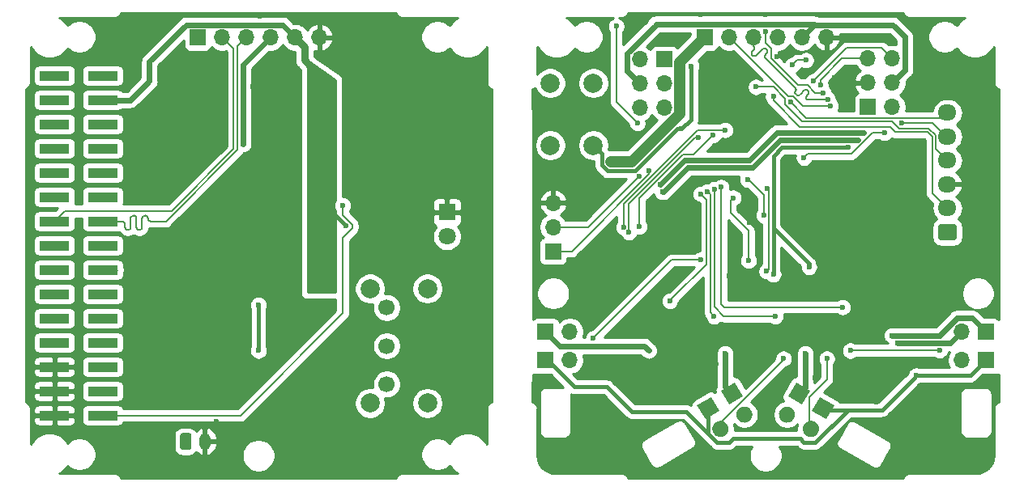
<source format=gtl>
G04 #@! TF.GenerationSoftware,KiCad,Pcbnew,5.1.6-c6e7f7d~87~ubuntu18.04.1*
G04 #@! TF.CreationDate,2020-09-29T12:46:08+09:00*
G04 #@! TF.ProjectId,m5mouse,6d356d6f-7573-4652-9e6b-696361645f70,rev?*
G04 #@! TF.SameCoordinates,Original*
G04 #@! TF.FileFunction,Copper,L1,Top*
G04 #@! TF.FilePolarity,Positive*
%FSLAX46Y46*%
G04 Gerber Fmt 4.6, Leading zero omitted, Abs format (unit mm)*
G04 Created by KiCad (PCBNEW 5.1.6-c6e7f7d~87~ubuntu18.04.1) date 2020-09-29 12:46:08*
%MOMM*%
%LPD*%
G01*
G04 APERTURE LIST*
G04 #@! TA.AperFunction,SMDPad,CuDef*
%ADD10R,3.150000X1.000000*%
G04 #@! TD*
G04 #@! TA.AperFunction,ComponentPad*
%ADD11O,1.700000X1.700000*%
G04 #@! TD*
G04 #@! TA.AperFunction,ComponentPad*
%ADD12R,1.700000X1.700000*%
G04 #@! TD*
G04 #@! TA.AperFunction,ComponentPad*
%ADD13C,2.000000*%
G04 #@! TD*
G04 #@! TA.AperFunction,ComponentPad*
%ADD14C,1.700000*%
G04 #@! TD*
G04 #@! TA.AperFunction,ComponentPad*
%ADD15C,0.152000*%
G04 #@! TD*
G04 #@! TA.AperFunction,ComponentPad*
%ADD16O,1.200000X1.750000*%
G04 #@! TD*
G04 #@! TA.AperFunction,ComponentPad*
%ADD17R,1.800000X1.800000*%
G04 #@! TD*
G04 #@! TA.AperFunction,ComponentPad*
%ADD18C,1.800000*%
G04 #@! TD*
G04 #@! TA.AperFunction,ComponentPad*
%ADD19O,1.950000X1.700000*%
G04 #@! TD*
G04 #@! TA.AperFunction,ViaPad*
%ADD20C,0.600000*%
G04 #@! TD*
G04 #@! TA.AperFunction,Conductor*
%ADD21C,1.200000*%
G04 #@! TD*
G04 #@! TA.AperFunction,Conductor*
%ADD22C,0.400000*%
G04 #@! TD*
G04 #@! TA.AperFunction,Conductor*
%ADD23C,0.600000*%
G04 #@! TD*
G04 #@! TA.AperFunction,Conductor*
%ADD24C,0.800000*%
G04 #@! TD*
G04 #@! TA.AperFunction,Conductor*
%ADD25C,0.200000*%
G04 #@! TD*
G04 #@! TA.AperFunction,Conductor*
%ADD26C,0.254000*%
G04 #@! TD*
G04 APERTURE END LIST*
D10*
X83675000Y-97220000D03*
X88725000Y-97220000D03*
X83675000Y-99760000D03*
X88725000Y-99760000D03*
X83675000Y-102300000D03*
X88725000Y-102300000D03*
X83675000Y-104840000D03*
X88725000Y-104840000D03*
X83675000Y-107380000D03*
X88725000Y-107380000D03*
X83675000Y-109920000D03*
X88725000Y-109920000D03*
X83675000Y-112460000D03*
X88725000Y-112460000D03*
X83675000Y-115000000D03*
X88725000Y-115000000D03*
X83675000Y-117540000D03*
X88725000Y-117540000D03*
X83675000Y-120080000D03*
X88725000Y-120080000D03*
X83675000Y-122620000D03*
X88725000Y-122620000D03*
X83675000Y-125160000D03*
X88725000Y-125160000D03*
X83675000Y-127700000D03*
X88725000Y-127700000D03*
X83675000Y-130240000D03*
X88725000Y-130240000D03*
X83675000Y-132780000D03*
X88725000Y-132780000D03*
D11*
X171240000Y-95420000D03*
X168700000Y-95420000D03*
X171240000Y-97960000D03*
X168700000Y-97960000D03*
X171240000Y-100500000D03*
D12*
X168700000Y-100500000D03*
X147400000Y-95500000D03*
D11*
X144860000Y-95500000D03*
X147400000Y-98040000D03*
X144860000Y-98040000D03*
X147400000Y-100580000D03*
X144860000Y-100580000D03*
D12*
X135800000Y-115600000D03*
D11*
X135800000Y-113060000D03*
X135800000Y-110520000D03*
D12*
X98650000Y-93200000D03*
D11*
X101190000Y-93200000D03*
X103730000Y-93200000D03*
X106270000Y-93200000D03*
X108810000Y-93200000D03*
X111350000Y-93200000D03*
D12*
X151650000Y-93200000D03*
D11*
X154190000Y-93200000D03*
X156730000Y-93200000D03*
X159270000Y-93200000D03*
X161810000Y-93200000D03*
X164350000Y-93200000D03*
D13*
X116650000Y-119500000D03*
X116650000Y-131500000D03*
X122650000Y-131500000D03*
X122650000Y-119500000D03*
D14*
X118400000Y-121500000D03*
X118400000Y-125500000D03*
X118400000Y-129500000D03*
D13*
X135500000Y-104500000D03*
X140000000Y-104500000D03*
X135500000Y-98000000D03*
X140000000Y-98000000D03*
D11*
X178460000Y-124000000D03*
D12*
X181000000Y-124000000D03*
G04 #@! TA.AperFunction,ComponentPad*
D15*
G36*
X162661122Y-130188878D02*
G01*
X161811122Y-131661122D01*
X160338878Y-130811122D01*
X161188878Y-129338878D01*
X162661122Y-130188878D01*
G37*
G04 #@! TD.AperFunction*
G04 #@! TA.AperFunction,ComponentPad*
G36*
G01*
X160966122Y-133124705D02*
X160966122Y-133124705D01*
G75*
G02*
X159805000Y-133435827I-736122J425000D01*
G01*
X159805000Y-133435827D01*
G75*
G02*
X159493878Y-132274705I425000J736122D01*
G01*
X159493878Y-132274705D01*
G75*
G02*
X160655000Y-131963583I736122J-425000D01*
G01*
X160655000Y-131963583D01*
G75*
G02*
X160966122Y-133124705I-425000J-736122D01*
G01*
G37*
G04 #@! TD.AperFunction*
G04 #@! TA.AperFunction,ComponentPad*
G36*
G01*
X156506122Y-132274705D02*
X156506122Y-132274705D01*
G75*
G02*
X156195000Y-133435827I-736122J-425000D01*
G01*
X156195000Y-133435827D01*
G75*
G02*
X155033878Y-133124705I-425000J736122D01*
G01*
X155033878Y-133124705D01*
G75*
G02*
X155345000Y-131963583I736122J425000D01*
G01*
X155345000Y-131963583D01*
G75*
G02*
X156506122Y-132274705I425000J-736122D01*
G01*
G37*
G04 #@! TD.AperFunction*
G04 #@! TA.AperFunction,ComponentPad*
G36*
X154811122Y-129338878D02*
G01*
X155661122Y-130811122D01*
X154188878Y-131661122D01*
X153338878Y-130188878D01*
X154811122Y-129338878D01*
G37*
G04 #@! TD.AperFunction*
D12*
X135000000Y-124000000D03*
D11*
X137540000Y-124000000D03*
D12*
X181000000Y-127000000D03*
D11*
X178460000Y-127000000D03*
G04 #@! TA.AperFunction,ComponentPad*
G36*
G01*
X163466122Y-134624705D02*
X163466122Y-134624705D01*
G75*
G02*
X162305000Y-134935827I-736122J425000D01*
G01*
X162305000Y-134935827D01*
G75*
G02*
X161993878Y-133774705I425000J736122D01*
G01*
X161993878Y-133774705D01*
G75*
G02*
X163155000Y-133463583I736122J-425000D01*
G01*
X163155000Y-133463583D01*
G75*
G02*
X163466122Y-134624705I-425000J-736122D01*
G01*
G37*
G04 #@! TD.AperFunction*
G04 #@! TA.AperFunction,ComponentPad*
D15*
G36*
X165161122Y-131688878D02*
G01*
X164311122Y-133161122D01*
X162838878Y-132311122D01*
X163688878Y-130838878D01*
X165161122Y-131688878D01*
G37*
G04 #@! TD.AperFunction*
G04 #@! TA.AperFunction,ComponentPad*
G36*
X152311122Y-130838878D02*
G01*
X153161122Y-132311122D01*
X151688878Y-133161122D01*
X150838878Y-131688878D01*
X152311122Y-130838878D01*
G37*
G04 #@! TD.AperFunction*
G04 #@! TA.AperFunction,ComponentPad*
G36*
G01*
X154006122Y-133774705D02*
X154006122Y-133774705D01*
G75*
G02*
X153695000Y-134935827I-736122J-425000D01*
G01*
X153695000Y-134935827D01*
G75*
G02*
X152533878Y-134624705I-425000J736122D01*
G01*
X152533878Y-134624705D01*
G75*
G02*
X152845000Y-133463583I736122J425000D01*
G01*
X152845000Y-133463583D01*
G75*
G02*
X154006122Y-133774705I425000J-736122D01*
G01*
G37*
G04 #@! TD.AperFunction*
D11*
X137540000Y-127000000D03*
D12*
X135000000Y-127000000D03*
G04 #@! TA.AperFunction,ComponentPad*
G36*
G01*
X96800000Y-136125001D02*
X96800000Y-134874999D01*
G75*
G02*
X97049999Y-134625000I249999J0D01*
G01*
X97750001Y-134625000D01*
G75*
G02*
X98000000Y-134874999I0J-249999D01*
G01*
X98000000Y-136125001D01*
G75*
G02*
X97750001Y-136375000I-249999J0D01*
G01*
X97049999Y-136375000D01*
G75*
G02*
X96800000Y-136125001I0J249999D01*
G01*
G37*
G04 #@! TD.AperFunction*
D16*
X99400000Y-135500000D03*
D17*
X124700000Y-111500000D03*
D18*
X124700000Y-114040000D03*
D19*
X177000000Y-101100000D03*
X177000000Y-103600000D03*
X177000000Y-106100000D03*
X177000000Y-108600000D03*
X177000000Y-111100000D03*
G04 #@! TA.AperFunction,ComponentPad*
G36*
G01*
X177725000Y-114450000D02*
X176275000Y-114450000D01*
G75*
G02*
X176025000Y-114200000I0J250000D01*
G01*
X176025000Y-113000000D01*
G75*
G02*
X176275000Y-112750000I250000J0D01*
G01*
X177725000Y-112750000D01*
G75*
G02*
X177975000Y-113000000I0J-250000D01*
G01*
X177975000Y-114200000D01*
G75*
G02*
X177725000Y-114450000I-250000J0D01*
G01*
G37*
G04 #@! TD.AperFunction*
D20*
X129000000Y-116400000D03*
X129000000Y-129200000D03*
X119200000Y-138600000D03*
X108600000Y-139000000D03*
X101800000Y-139000000D03*
X90800000Y-138600000D03*
X81200000Y-131000000D03*
X81200000Y-121600000D03*
X81000000Y-112800000D03*
X81000000Y-103800000D03*
X119000000Y-91400000D03*
X105200000Y-91000000D03*
X90800000Y-91400000D03*
X81600000Y-95200000D03*
X151200000Y-90800000D03*
X158000000Y-90800000D03*
X164800000Y-90800000D03*
X177600000Y-97800000D03*
X138800000Y-99800000D03*
X134000000Y-99600000D03*
X134200000Y-108800000D03*
X134200000Y-117800000D03*
X181800000Y-114800000D03*
X182000000Y-111200000D03*
X182000000Y-100100000D03*
X181400000Y-95400000D03*
X170600000Y-122000000D03*
X147800000Y-93400000D03*
X128800000Y-99600000D03*
X129000000Y-109000000D03*
X108000000Y-112800000D03*
X95200000Y-98400000D03*
X95200000Y-110200000D03*
X107600000Y-94800000D03*
X109000000Y-104400000D03*
X101600000Y-112800000D03*
X101600000Y-117400000D03*
X95200000Y-121600000D03*
X107600000Y-116200000D03*
X110400000Y-131800000D03*
X85000000Y-138600000D03*
X114400000Y-123400000D03*
X116000000Y-115200000D03*
X114600000Y-105600000D03*
X114600000Y-101600000D03*
X86200000Y-121400000D03*
X86200000Y-127200000D03*
X86200000Y-110200000D03*
X86000000Y-103600000D03*
X141200000Y-114200000D03*
X143800000Y-130400000D03*
X173800000Y-120800000D03*
X151400000Y-96800000D03*
X173800000Y-91600000D03*
X156800000Y-125800000D03*
X164000000Y-124400000D03*
X141000000Y-96400000D03*
X150800000Y-112200000D03*
X160000000Y-106200000D03*
X165200000Y-97400000D03*
X165000000Y-130400000D03*
X153600000Y-104400000D03*
X146600000Y-112200000D03*
X140800000Y-110000000D03*
X154600000Y-114600000D03*
X156312000Y-112568000D03*
X155400000Y-111000000D03*
X149400000Y-115600000D03*
X154200000Y-118200000D03*
X159200000Y-95200000D03*
X144400000Y-103400000D03*
X167200000Y-93200000D03*
X170800000Y-93400000D03*
X166600000Y-119000000D03*
X164000000Y-112800000D03*
X173200000Y-98000000D03*
X178000000Y-91400000D03*
X152000000Y-129800000D03*
X171400000Y-127400000D03*
X141600000Y-127000000D03*
X134200000Y-122000000D03*
X134000000Y-105800000D03*
X134600000Y-95400000D03*
X141000000Y-91600000D03*
X147000000Y-127000000D03*
X144400000Y-124200000D03*
X139200000Y-106400000D03*
X136800000Y-102800000D03*
X137400000Y-111800000D03*
X159600000Y-102000000D03*
X181800000Y-122000000D03*
X151400000Y-98400000D03*
X106800000Y-124200000D03*
X129000000Y-122000000D03*
X128400000Y-134600000D03*
X125000000Y-138600000D03*
X125000000Y-91400000D03*
X85200000Y-91400000D03*
X128400000Y-95200000D03*
X101400000Y-96000000D03*
X91200000Y-96000000D03*
X95400000Y-128600000D03*
X111400000Y-95000000D03*
X104400000Y-98400000D03*
X101400000Y-98400000D03*
X101400000Y-104400000D03*
X104600000Y-104600000D03*
X120400000Y-102800000D03*
X120400000Y-105600000D03*
X119400000Y-115200000D03*
X100600000Y-133400000D03*
X114200000Y-127600000D03*
X122200000Y-125400000D03*
X95200000Y-136800000D03*
X167800000Y-111600000D03*
X175600000Y-123200000D03*
X169600000Y-131399996D03*
X163200000Y-128800000D03*
X159600000Y-129000000D03*
X160000000Y-120400000D03*
X149400000Y-117600000D03*
X151200000Y-119400000D03*
X152800000Y-127400000D03*
X122600000Y-112600000D03*
X120000000Y-120000000D03*
X162200000Y-96904812D03*
X157600000Y-99600000D03*
X163000000Y-94600000D03*
X179000000Y-113200000D03*
X173800000Y-95600000D03*
X175200000Y-115000000D03*
X165400000Y-115400000D03*
X166600000Y-117400000D03*
X173000000Y-100600000D03*
X174400000Y-104200000D03*
X175000000Y-110800000D03*
X170200000Y-104400000D03*
X141834000Y-106218000D03*
X105000000Y-121200000D03*
X105000000Y-126000000D03*
X112400000Y-118800000D03*
X110800000Y-118800000D03*
X110399998Y-104600000D03*
X110400000Y-110200000D03*
X114100001Y-112899999D03*
X166600000Y-104704820D03*
X158800000Y-117999996D03*
X149200000Y-102800000D03*
X150200000Y-96200000D03*
X162538676Y-117261324D03*
X103400000Y-104400000D03*
X173747590Y-128600000D03*
X171800000Y-125200000D03*
X162000000Y-105800000D03*
X170400000Y-103200000D03*
X172200000Y-102200006D03*
X171200000Y-124400000D03*
X162154000Y-126284000D03*
X153772000Y-126284000D03*
X145800000Y-126000000D03*
X160815191Y-96103395D03*
X162200000Y-95600000D03*
X144600000Y-102200000D03*
X142400000Y-92047590D03*
X113800000Y-110800000D03*
X158800000Y-99400000D03*
X157000000Y-98400000D03*
X160600000Y-100000000D03*
X163000000Y-97800004D03*
X163720595Y-98229532D03*
X147200000Y-109400000D03*
X167647590Y-103952410D03*
X168207635Y-103162473D03*
X147005137Y-108605132D03*
X145799992Y-107200000D03*
X144761324Y-107761324D03*
X164795179Y-100406174D03*
X164498638Y-99714663D03*
X152600001Y-122400000D03*
X151913801Y-109362067D03*
X176200000Y-125952409D03*
X166847839Y-126000000D03*
X151200000Y-109600000D03*
X147990613Y-120790613D03*
X164400000Y-126847590D03*
X153338452Y-108877618D03*
X166047590Y-121452410D03*
X159867998Y-126847590D03*
X159000000Y-122400004D03*
X152624006Y-109113606D03*
X151179609Y-116497742D03*
X140000000Y-124700000D03*
X164000000Y-99000000D03*
X158000000Y-92600000D03*
X143712957Y-113604137D03*
X150978000Y-103677996D03*
X144800000Y-112999994D03*
X152502000Y-103468410D03*
X143158456Y-113095558D03*
X153772000Y-102916004D03*
X154629071Y-110002030D03*
X156206838Y-116593162D03*
X156095179Y-108089515D03*
X157795179Y-111826044D03*
X158147590Y-109000004D03*
X158100000Y-117700000D03*
X134200000Y-129000000D03*
X135000000Y-137800000D03*
X143400000Y-138400000D03*
X150800000Y-138800000D03*
X165400000Y-138800000D03*
X172800000Y-138400000D03*
X181000000Y-138000000D03*
X181800000Y-129000000D03*
X175200000Y-130000000D03*
X168200000Y-133400000D03*
X147600000Y-133600000D03*
X155200000Y-136400000D03*
X160800000Y-136400000D03*
X140800000Y-131000000D03*
X174200000Y-133000000D03*
D21*
X151650000Y-93200000D02*
X149047589Y-95802411D01*
X149047589Y-95802411D02*
X149047589Y-101205499D01*
X144035088Y-106218000D02*
X141834000Y-106218000D01*
X149047589Y-101205499D02*
X144035088Y-106218000D01*
D22*
X105000000Y-121200000D02*
X105000000Y-126000000D01*
D23*
X143557599Y-96737599D02*
X144860000Y-98040000D01*
X143557599Y-94874847D02*
X143557599Y-96737599D01*
X146534847Y-91897599D02*
X143557599Y-94874847D01*
X163100000Y-91800000D02*
X146522446Y-91800000D01*
X172542401Y-93142401D02*
X172542401Y-96657599D01*
X171297599Y-91897599D02*
X172542401Y-93142401D01*
X161810000Y-93200000D02*
X163112401Y-91897599D01*
X172542401Y-96657599D02*
X171240000Y-97960000D01*
X163112401Y-91897599D02*
X171297599Y-91897599D01*
D24*
X109800000Y-95600000D02*
X109800000Y-94190000D01*
X110400000Y-96200000D02*
X109800000Y-95600000D01*
X110399998Y-104600000D02*
X110400000Y-104599998D01*
X109800000Y-94190000D02*
X108810000Y-93200000D01*
X110400000Y-104599998D02*
X110400000Y-96200000D01*
D22*
X110400000Y-99800000D02*
X110400000Y-109199998D01*
X110400000Y-109199998D02*
X114100001Y-112899999D01*
D23*
X91640000Y-99760000D02*
X88725000Y-99760000D01*
X93600000Y-97800000D02*
X91640000Y-99760000D01*
X93600000Y-95735678D02*
X93600000Y-97800000D01*
X97438079Y-91897599D02*
X93600000Y-95735678D01*
X108810000Y-93200000D02*
X107507599Y-91897599D01*
X107507599Y-91897599D02*
X97438079Y-91897599D01*
D22*
X158800000Y-105600000D02*
X158800000Y-117999996D01*
X166600000Y-104704820D02*
X159695180Y-104704820D01*
X159695180Y-104704820D02*
X158800000Y-105600000D01*
X150200000Y-101800000D02*
X150200000Y-96200000D01*
X149200000Y-102800000D02*
X150200000Y-101800000D01*
X140881590Y-105381591D02*
X140000000Y-104500000D01*
X140881590Y-106612501D02*
X140881590Y-105381591D01*
X144399998Y-107200000D02*
X141469089Y-107200000D01*
X149200000Y-102800000D02*
X148799998Y-102800000D01*
X141469089Y-107200000D02*
X140881590Y-106612501D01*
X148799998Y-102800000D02*
X144399998Y-107200000D01*
X158800000Y-113200000D02*
X162538676Y-116938676D01*
X162538676Y-116938676D02*
X162538676Y-117261324D01*
D23*
X106270000Y-93200000D02*
X103400000Y-96070000D01*
X103400000Y-96070000D02*
X103400000Y-104400000D01*
D22*
X164200000Y-132200000D02*
X164000000Y-132000000D01*
X168000000Y-132200000D02*
X164200000Y-132200000D01*
X151600000Y-132400000D02*
X152000000Y-132000000D01*
X154200000Y-135600000D02*
X152900000Y-135600000D01*
X149700000Y-132400000D02*
X148200000Y-132400000D01*
X166600000Y-132200000D02*
X163200000Y-135600000D01*
X161600000Y-135200000D02*
X154600000Y-135200000D01*
X168000000Y-132200000D02*
X166600000Y-132200000D01*
X163200000Y-135600000D02*
X162000000Y-135600000D01*
X162000000Y-135600000D02*
X161600000Y-135200000D01*
X154600000Y-135200000D02*
X154200000Y-135600000D01*
X138000000Y-129800000D02*
X135200000Y-127000000D01*
X135200000Y-127000000D02*
X135000000Y-127000000D01*
X141400000Y-129800000D02*
X138000000Y-129800000D01*
X148200000Y-132400000D02*
X144000000Y-132400000D01*
X144000000Y-132400000D02*
X141400000Y-129800000D01*
X152000000Y-134700000D02*
X152050000Y-134750000D01*
X152000000Y-132000000D02*
X152000000Y-134700000D01*
X152900000Y-135600000D02*
X152050000Y-134750000D01*
X152050000Y-134750000D02*
X149700000Y-132400000D01*
X168000000Y-132200000D02*
X170147590Y-132200000D01*
X170147590Y-132200000D02*
X173447591Y-128899999D01*
X173447591Y-128899999D02*
X173747590Y-128600000D01*
X179400000Y-128600000D02*
X173747590Y-128600000D01*
X181000000Y-127000000D02*
X179400000Y-128600000D01*
D23*
X178460000Y-124000000D02*
X177260000Y-125200000D01*
X177260000Y-125200000D02*
X171800000Y-125200000D01*
D25*
X169200000Y-103200000D02*
X170400000Y-103200000D01*
X162000000Y-105800000D02*
X162400000Y-105400000D01*
X167000000Y-105400000D02*
X169200000Y-103200000D01*
X162400000Y-105400000D02*
X167000000Y-105400000D01*
X172200006Y-102200000D02*
X172200000Y-102200006D01*
X175475000Y-102200000D02*
X172200006Y-102200000D01*
X177000000Y-103600000D02*
X176875000Y-103600000D01*
X176875000Y-103600000D02*
X175475000Y-102200000D01*
D23*
X176200000Y-124400000D02*
X171200000Y-124400000D01*
X178000000Y-122600000D02*
X176200000Y-124400000D01*
X179600000Y-122600000D02*
X178000000Y-122600000D01*
X181000000Y-124000000D02*
X179600000Y-122600000D01*
X162154000Y-129846000D02*
X162154000Y-126284000D01*
X161500000Y-130500000D02*
X162154000Y-129846000D01*
X153772000Y-129772000D02*
X153772000Y-126284000D01*
X154500000Y-130500000D02*
X153772000Y-129772000D01*
X145300000Y-125500000D02*
X145800000Y-126000000D01*
X135000000Y-124000000D02*
X136500000Y-125500000D01*
X136500000Y-125500000D02*
X145300000Y-125500000D01*
D25*
X161318586Y-95600000D02*
X162200000Y-95600000D01*
X160815191Y-96103395D02*
X161318586Y-95600000D01*
X142400000Y-100000000D02*
X142400000Y-92047590D01*
X144600000Y-102200000D02*
X142400000Y-100000000D01*
X114800000Y-112800000D02*
X113800000Y-111800000D01*
X88745000Y-132800000D02*
X103104802Y-132800000D01*
X88725000Y-132780000D02*
X88745000Y-132800000D01*
X103104802Y-132800000D02*
X113800000Y-122104802D01*
X113800000Y-122104802D02*
X113800000Y-114200000D01*
X113800000Y-114200000D02*
X114800000Y-113200000D01*
X113800000Y-111800000D02*
X113800000Y-110800000D01*
X114800000Y-113200000D02*
X114800000Y-112800000D01*
X84735000Y-111400000D02*
X83675000Y-112460000D01*
X102400000Y-94410000D02*
X102400000Y-104901616D01*
X101190000Y-93200000D02*
X102400000Y-94410000D01*
X102400000Y-104901616D02*
X95901616Y-111400000D01*
X95901616Y-111400000D02*
X84735000Y-111400000D01*
X90210250Y-112460000D02*
X88725000Y-112460000D01*
X90740000Y-112460000D02*
X90210250Y-112460000D01*
X90806756Y-112467522D02*
X90740000Y-112460000D01*
X92540000Y-113360786D02*
X92473243Y-113353265D01*
X92670165Y-113331077D02*
X92606756Y-113353265D01*
X92247521Y-113127543D02*
X92240000Y-113060786D01*
X92727046Y-113295336D02*
X92670165Y-113331077D01*
X92210290Y-112029048D02*
X92174549Y-111972167D01*
X92473243Y-113353265D02*
X92409834Y-113331077D01*
X92774549Y-113247833D02*
X92727046Y-113295336D01*
X91873243Y-111866735D02*
X91809834Y-111888923D01*
X92810290Y-113190952D02*
X92774549Y-113247833D01*
X92832478Y-113127543D02*
X92810290Y-113190952D01*
X92240000Y-112159214D02*
X92232478Y-112092457D01*
X92840000Y-112159214D02*
X92840000Y-113060786D01*
X91940000Y-111859214D02*
X91873243Y-111866735D01*
X92905450Y-111972167D02*
X92869709Y-112029048D01*
X93073243Y-111866735D02*
X93009834Y-111888923D01*
X95340000Y-112460000D02*
X93740000Y-112460000D01*
X93740000Y-112460000D02*
X93673243Y-112452478D01*
X91152953Y-113295336D02*
X91105450Y-113247833D01*
X91010290Y-112629835D02*
X90974549Y-112572954D01*
X92952953Y-111924664D02*
X92905450Y-111972167D01*
X92840000Y-113060786D02*
X92832478Y-113127543D01*
X93673243Y-112452478D02*
X93609834Y-112430290D01*
X91527046Y-113295336D02*
X91470165Y-113331077D01*
X92606756Y-113353265D02*
X92540000Y-113360786D01*
X102800000Y-94130000D02*
X102800000Y-105000000D01*
X93374549Y-111972167D02*
X93327046Y-111924664D01*
X102800000Y-105000000D02*
X95340000Y-112460000D01*
X93505450Y-112347046D02*
X93469709Y-112290165D01*
X93432478Y-112092457D02*
X93410290Y-112029048D01*
X93440000Y-112160000D02*
X93440000Y-112159214D01*
X93552953Y-112394549D02*
X93505450Y-112347046D01*
X93469709Y-112290165D02*
X93447521Y-112226756D01*
X91669709Y-112029048D02*
X91647521Y-112092457D01*
X93447521Y-112226756D02*
X93440000Y-112160000D01*
X93206756Y-111866735D02*
X93140000Y-111859214D01*
X92269709Y-113190952D02*
X92247521Y-113127543D01*
X93440000Y-112159214D02*
X93432478Y-112092457D01*
X93410290Y-112029048D02*
X93374549Y-111972167D01*
X91574549Y-113247833D02*
X91527046Y-113295336D01*
X92409834Y-113331077D02*
X92352953Y-113295336D01*
X92352953Y-113295336D02*
X92305450Y-113247833D01*
X92305450Y-113247833D02*
X92269709Y-113190952D01*
X92240000Y-113060786D02*
X92240000Y-112159214D01*
X91040000Y-112760000D02*
X91032478Y-112693244D01*
X90870165Y-112489710D02*
X90806756Y-112467522D01*
X91406756Y-113353265D02*
X91340000Y-113360786D01*
X93270165Y-111888923D02*
X93206756Y-111866735D01*
X92232478Y-112092457D02*
X92210290Y-112029048D01*
X92174549Y-111972167D02*
X92127046Y-111924664D01*
X92127046Y-111924664D02*
X92070165Y-111888923D01*
X92070165Y-111888923D02*
X92006756Y-111866735D01*
X92006756Y-111866735D02*
X91940000Y-111859214D01*
X103730000Y-93200000D02*
X102800000Y-94130000D01*
X91809834Y-111888923D02*
X91752953Y-111924664D01*
X93140000Y-111859214D02*
X93073243Y-111866735D01*
X91752953Y-111924664D02*
X91705450Y-111972167D01*
X91647521Y-112092457D02*
X91640000Y-112159214D01*
X91032478Y-112693244D02*
X91010290Y-112629835D01*
X91640000Y-113060786D02*
X91632478Y-113127543D01*
X91632478Y-113127543D02*
X91610290Y-113190952D01*
X91640000Y-112159214D02*
X91640000Y-113060786D01*
X91610290Y-113190952D02*
X91574549Y-113247833D01*
X91470165Y-113331077D02*
X91406756Y-113353265D01*
X91340000Y-113360786D02*
X91273243Y-113353265D01*
X91273243Y-113353265D02*
X91209834Y-113331077D01*
X92869709Y-112029048D02*
X92847521Y-112092457D01*
X91209834Y-113331077D02*
X91152953Y-113295336D01*
X93609834Y-112430290D02*
X93552953Y-112394549D01*
X91705450Y-111972167D02*
X91669709Y-112029048D01*
X91105450Y-113247833D02*
X91069709Y-113190952D01*
X91069709Y-113190952D02*
X91047521Y-113127543D01*
X91047521Y-113127543D02*
X91040000Y-113060786D01*
X93327046Y-111924664D02*
X93270165Y-111888923D01*
X92847521Y-112092457D02*
X92840000Y-112159214D01*
X91040000Y-113060786D02*
X91040000Y-112760000D01*
X93009834Y-111888923D02*
X92952953Y-111924664D01*
X90974549Y-112572954D02*
X90927046Y-112525451D01*
X90927046Y-112525451D02*
X90870165Y-112489710D01*
X90260000Y-117540000D02*
X89855593Y-117540000D01*
X174904814Y-103104814D02*
X171522370Y-103104814D01*
X175400000Y-103600000D02*
X174904814Y-103104814D01*
X175400000Y-109500000D02*
X175400000Y-103600000D01*
X158800000Y-99824264D02*
X158800000Y-99400000D01*
X171007922Y-102590366D02*
X161566102Y-102590366D01*
X161566102Y-102590366D02*
X158800000Y-99824264D01*
X171522370Y-103104814D02*
X171007922Y-102590366D01*
X177000000Y-111100000D02*
X175400000Y-109500000D01*
X161814497Y-102000000D02*
X171182444Y-102000000D01*
X171182444Y-102000000D02*
X171934847Y-102752407D01*
X171934847Y-102752407D02*
X172465153Y-102752407D01*
X175752411Y-104852411D02*
X177000000Y-106100000D01*
X172465157Y-102752403D02*
X175050787Y-102752403D01*
X175752411Y-103454027D02*
X175752411Y-104852411D01*
X160000000Y-100185503D02*
X161814497Y-102000000D01*
X172465153Y-102752407D02*
X172465157Y-102752403D01*
X160000000Y-99600000D02*
X160000000Y-100185503D01*
X175050787Y-102752403D02*
X175752411Y-103454027D01*
X158800000Y-98400000D02*
X160000000Y-99600000D01*
X157000000Y-98400000D02*
X158800000Y-98400000D01*
X176452411Y-101647589D02*
X177000000Y-101100000D01*
X160600000Y-100000000D02*
X162247589Y-101647589D01*
X162247589Y-101647589D02*
X176452411Y-101647589D01*
X170137599Y-94317599D02*
X166482405Y-94317599D01*
X166482405Y-94317599D02*
X163000000Y-97800004D01*
X171240000Y-95420000D02*
X170137599Y-94317599D01*
X163720595Y-97679405D02*
X163720595Y-98229532D01*
X168700000Y-95420000D02*
X165980000Y-95420000D01*
X165980000Y-95420000D02*
X163720595Y-97679405D01*
D23*
X159489329Y-103952410D02*
X167647590Y-103952410D01*
X147200000Y-109400000D02*
X147300000Y-109400000D01*
X149900000Y-106800000D02*
X156641739Y-106800000D01*
X147300000Y-109400000D02*
X149900000Y-106800000D01*
X156641739Y-106800000D02*
X159489329Y-103952410D01*
X149562680Y-106047589D02*
X147005137Y-108605132D01*
X156330081Y-106047589D02*
X149562680Y-106047589D01*
X168207635Y-103162473D02*
X159215197Y-103162473D01*
X159215197Y-103162473D02*
X156330081Y-106047589D01*
D25*
X145799992Y-107533899D02*
X145799992Y-107200000D01*
X137733891Y-115600000D02*
X145799992Y-107533899D01*
X135800000Y-115600000D02*
X137733891Y-115600000D01*
X135800000Y-113060000D02*
X139462648Y-113060000D01*
X139462648Y-113060000D02*
X144761324Y-107761324D01*
X160865154Y-99342777D02*
X161928551Y-100406174D01*
X154190000Y-93200000D02*
X160332777Y-99342777D01*
X160332777Y-99342777D02*
X160865154Y-99342777D01*
X161928551Y-100406174D02*
X164795179Y-100406174D01*
X156730000Y-94130000D02*
X156730000Y-93200000D01*
X156771885Y-94182522D02*
X156730000Y-94130000D01*
X156815981Y-94308542D02*
X156801032Y-94243048D01*
X156730000Y-94554264D02*
X156771885Y-94501741D01*
X156624730Y-94659533D02*
X156730000Y-94554264D01*
X156582845Y-94712055D02*
X156624730Y-94659533D01*
X156538749Y-94905254D02*
X156538749Y-94838075D01*
X156553697Y-94970748D02*
X156538749Y-94905254D01*
X156582845Y-95031274D02*
X156553697Y-94970748D01*
X161065223Y-99002899D02*
X161055258Y-98959237D01*
X161084655Y-99043249D02*
X161065223Y-99002899D01*
X156771885Y-94501741D02*
X156801032Y-94441215D01*
X161501829Y-99247610D02*
X161461479Y-99267042D01*
X162242186Y-98674085D02*
X162175007Y-98674085D01*
X161678265Y-99078265D02*
X161536844Y-99219687D01*
X162048987Y-98718181D02*
X161996464Y-98760067D01*
X162109513Y-98689034D02*
X162048987Y-98718181D01*
X164498638Y-99714663D02*
X162314663Y-99714663D01*
X161289015Y-99247609D02*
X161254000Y-99219686D01*
X162228681Y-99468941D02*
X162243630Y-99403447D01*
X161329367Y-99267042D02*
X161289015Y-99247609D01*
X162491761Y-99071283D02*
X162506710Y-99005789D01*
X156815981Y-94375721D02*
X156815981Y-94308542D01*
X162228681Y-99536120D02*
X162228681Y-99468941D01*
X162420729Y-99184331D02*
X162462614Y-99131809D01*
X162272777Y-99342921D02*
X162314663Y-99290398D01*
X161169900Y-98676393D02*
X161169900Y-98631607D01*
X157683797Y-94448994D02*
X157048994Y-95083797D01*
X162420729Y-98760067D02*
X162368206Y-98718181D01*
X162462614Y-99131809D02*
X162491761Y-99071283D01*
X162243630Y-99601614D02*
X162228681Y-99536120D01*
X156801032Y-94441215D02*
X156815981Y-94375721D01*
X162491761Y-98873116D02*
X162462614Y-98812590D01*
X161373029Y-99277007D02*
X161329367Y-99267042D01*
X162243630Y-99403447D02*
X162272777Y-99342921D01*
X162368206Y-98718181D02*
X162307680Y-98689034D01*
X162506710Y-99005789D02*
X162506710Y-98938610D01*
X162314663Y-99290398D02*
X162420729Y-99184331D01*
X161417815Y-99277007D02*
X161373029Y-99277007D01*
X162175007Y-98674085D02*
X162109513Y-98689034D01*
X157931757Y-95289741D02*
X157916809Y-95224247D01*
X162307680Y-98689034D02*
X162242186Y-98674085D01*
X161254000Y-99219686D02*
X161112578Y-99078264D01*
X161084656Y-98830437D02*
X161140502Y-98760407D01*
X161159933Y-98587943D02*
X161140501Y-98547593D01*
X162314663Y-99714663D02*
X162272777Y-99662140D01*
X162272777Y-99662140D02*
X162243630Y-99601614D01*
X161055258Y-98914451D02*
X161065223Y-98870787D01*
X161112578Y-99078264D02*
X161084655Y-99043249D01*
X161140502Y-98760407D02*
X161159933Y-98720055D01*
X162506710Y-98938610D02*
X162491761Y-98873116D01*
X161065223Y-98870787D02*
X161084656Y-98830437D01*
X156801032Y-94243048D02*
X156771885Y-94182522D01*
X161159933Y-98720055D02*
X161169900Y-98676393D01*
X161169900Y-98631607D02*
X161159933Y-98587943D01*
X156538749Y-94838075D02*
X156553697Y-94772581D01*
X156803272Y-95169778D02*
X156737778Y-95154829D01*
X158108059Y-94873256D02*
X158149944Y-94820733D01*
X161461479Y-99267042D02*
X161417815Y-99277007D01*
X161140501Y-98547593D02*
X161112578Y-98512578D01*
X161112578Y-98512578D02*
X158002790Y-95402790D01*
X158194041Y-94627535D02*
X158179091Y-94562040D01*
X157995010Y-94377959D02*
X157929516Y-94363011D01*
X158002790Y-95402790D02*
X157960905Y-95350267D01*
X157929516Y-94363011D02*
X157862338Y-94363012D01*
X156935945Y-95154829D02*
X156870451Y-95169778D01*
X157960905Y-95350267D02*
X157931757Y-95289741D01*
X161996464Y-98760067D02*
X161678265Y-99078265D01*
X158149945Y-94501515D02*
X158108059Y-94448992D01*
X162462614Y-98812590D02*
X162420729Y-98760067D01*
X161055258Y-98959237D02*
X161055258Y-98914451D01*
X157862338Y-94363012D02*
X157796844Y-94377960D01*
X156870451Y-95169778D02*
X156803272Y-95169778D01*
X158108059Y-94448992D02*
X158055536Y-94407107D01*
X157916809Y-95224247D02*
X157916808Y-95157067D01*
X158179091Y-94562040D02*
X158149945Y-94501515D01*
X157916808Y-95157067D02*
X157931756Y-95091573D01*
X157931756Y-95091573D02*
X157960904Y-95031047D01*
X157960904Y-95031047D02*
X158002790Y-94978526D01*
X161536844Y-99219687D02*
X161501829Y-99247610D01*
X158002790Y-94978526D02*
X158108059Y-94873256D01*
X158194040Y-94694713D02*
X158194041Y-94627535D01*
X158055536Y-94407107D02*
X157995010Y-94377959D01*
X156553697Y-94772581D02*
X156582845Y-94712055D01*
X156737778Y-95154829D02*
X156677252Y-95125682D01*
X158149944Y-94820733D02*
X158179092Y-94760208D01*
X157796844Y-94377960D02*
X157736318Y-94407108D01*
X157736318Y-94407108D02*
X157683797Y-94448994D01*
X157048994Y-95083797D02*
X156996471Y-95125682D01*
X156624730Y-95083797D02*
X156582845Y-95031274D01*
X156996471Y-95125682D02*
X156935945Y-95154829D01*
X158179092Y-94760208D02*
X158194040Y-94694713D01*
X156677252Y-95125682D02*
X156624730Y-95083797D01*
X152600001Y-122400000D02*
X152200000Y-121999999D01*
X152200000Y-109648266D02*
X151913801Y-109362067D01*
X152200000Y-121999999D02*
X152200000Y-109648266D01*
X166895430Y-125952409D02*
X166847839Y-126000000D01*
X176200000Y-125952409D02*
X166895430Y-125952409D01*
X151834269Y-116946959D02*
X148290612Y-120490614D01*
X151200000Y-109600000D02*
X151834269Y-110234269D01*
X151834269Y-110234269D02*
X151834269Y-116946959D01*
X148290612Y-120490614D02*
X147990613Y-120790613D01*
X162730000Y-134199705D02*
X162586468Y-134056173D01*
X162586468Y-134056173D02*
X162586468Y-130847796D01*
X162586468Y-130847796D02*
X164400000Y-129034264D01*
X164400000Y-129034264D02*
X164400000Y-126847590D01*
X153338452Y-108877618D02*
X153338452Y-121138452D01*
X153338452Y-121138452D02*
X153652410Y-121452410D01*
X153652410Y-121452410D02*
X166047590Y-121452410D01*
X159867998Y-126962266D02*
X159867998Y-126847590D01*
X153270000Y-133560264D02*
X159867998Y-126962266D01*
X153270000Y-134199705D02*
X153270000Y-133560264D01*
X159000000Y-122400004D02*
X153612880Y-122400004D01*
X152624006Y-121411130D02*
X152624006Y-109113606D01*
X153612880Y-122400004D02*
X152624006Y-121411130D01*
X151179609Y-116497742D02*
X148202258Y-116497742D01*
X148202258Y-116497742D02*
X140000000Y-124700000D01*
X158000000Y-93800000D02*
X158000000Y-92600000D01*
X164000000Y-99000000D02*
X163200000Y-99000000D01*
X162400000Y-98200000D02*
X161400000Y-98200000D01*
X161400000Y-98200000D02*
X158600000Y-95400000D01*
X158600000Y-95400000D02*
X158600000Y-94400000D01*
X163200000Y-99000000D02*
X162400000Y-98200000D01*
X158600000Y-94400000D02*
X158000000Y-93800000D01*
X150652663Y-103677996D02*
X150978000Y-103677996D01*
X143712957Y-110617702D02*
X150652663Y-103677996D01*
X143712957Y-113604137D02*
X143712957Y-110617702D01*
X150475232Y-105495178D02*
X152502000Y-103468410D01*
X144800000Y-110029042D02*
X149333864Y-105495178D01*
X144800000Y-112999994D02*
X144800000Y-110029042D01*
X149333864Y-105495178D02*
X150475232Y-105495178D01*
X143158456Y-113095558D02*
X143158456Y-110673819D01*
X143158456Y-110673819D02*
X150916271Y-102916004D01*
X150916271Y-102916004D02*
X153772000Y-102916004D01*
X156206838Y-116168898D02*
X156206838Y-116593162D01*
X154329072Y-111580221D02*
X156206838Y-113457987D01*
X154329072Y-110302029D02*
X154329072Y-111580221D01*
X156206838Y-113457987D02*
X156206838Y-116168898D01*
X154629071Y-110002030D02*
X154329072Y-110302029D01*
X157800000Y-111821223D02*
X157800000Y-109700000D01*
X157795179Y-111826044D02*
X157800000Y-111821223D01*
X157800000Y-109700000D02*
X156189515Y-108089515D01*
X156189515Y-108089515D02*
X156095179Y-108089515D01*
X158147590Y-109000004D02*
X158347589Y-109200003D01*
X158347589Y-117452411D02*
X158100000Y-117700000D01*
X158347589Y-109200003D02*
X158347589Y-117452411D01*
D26*
G36*
X119387290Y-90753793D02*
G01*
X119448575Y-90868450D01*
X119526568Y-90963484D01*
X119531052Y-90968948D01*
X119631550Y-91051425D01*
X119746207Y-91112710D01*
X119870617Y-91150450D01*
X120000000Y-91163193D01*
X120032419Y-91160000D01*
X125813950Y-91160000D01*
X125791331Y-91169369D01*
X125425271Y-91413962D01*
X125113962Y-91725271D01*
X124959741Y-91956080D01*
X124805998Y-91802337D01*
X124521831Y-91612463D01*
X124206081Y-91481675D01*
X123870883Y-91415000D01*
X123529117Y-91415000D01*
X123193919Y-91481675D01*
X122878169Y-91612463D01*
X122594002Y-91802337D01*
X122352337Y-92044002D01*
X122162463Y-92328169D01*
X122031675Y-92643919D01*
X121965000Y-92979117D01*
X121965000Y-93320883D01*
X122031675Y-93656081D01*
X122162463Y-93971831D01*
X122352337Y-94255998D01*
X122594002Y-94497663D01*
X122878169Y-94687537D01*
X123193919Y-94818325D01*
X123529117Y-94885000D01*
X123870883Y-94885000D01*
X124206081Y-94818325D01*
X124521831Y-94687537D01*
X124805998Y-94497663D01*
X124959741Y-94343920D01*
X125113962Y-94574729D01*
X125425271Y-94886038D01*
X125791331Y-95130631D01*
X126198075Y-95299110D01*
X126629872Y-95385000D01*
X127070128Y-95385000D01*
X127501925Y-95299110D01*
X127908669Y-95130631D01*
X128274729Y-94886038D01*
X128586038Y-94574729D01*
X128830631Y-94208669D01*
X128840000Y-94186050D01*
X128840001Y-97967571D01*
X128836807Y-98000000D01*
X128849550Y-98129383D01*
X128887290Y-98253793D01*
X128948575Y-98368450D01*
X129031052Y-98468948D01*
X129131550Y-98551425D01*
X129246207Y-98612710D01*
X129354453Y-98645547D01*
X129373000Y-98706687D01*
X129373000Y-100633573D01*
X129372680Y-100635079D01*
X129371717Y-100644244D01*
X129343150Y-100935596D01*
X129340000Y-100967582D01*
X129340001Y-129032419D01*
X129343296Y-129065874D01*
X129343296Y-129085349D01*
X129344259Y-129094514D01*
X129373000Y-129350741D01*
X129373000Y-131293313D01*
X129354453Y-131354453D01*
X129246207Y-131387290D01*
X129131550Y-131448575D01*
X129031052Y-131531052D01*
X128948575Y-131631550D01*
X128887290Y-131746207D01*
X128849550Y-131870617D01*
X128836807Y-132000000D01*
X128840001Y-132032429D01*
X128840000Y-135813950D01*
X128830631Y-135791331D01*
X128586038Y-135425271D01*
X128274729Y-135113962D01*
X127908669Y-134869369D01*
X127501925Y-134700890D01*
X127070128Y-134615000D01*
X126629872Y-134615000D01*
X126198075Y-134700890D01*
X125791331Y-134869369D01*
X125425271Y-135113962D01*
X125113962Y-135425271D01*
X124959741Y-135656080D01*
X124805998Y-135502337D01*
X124521831Y-135312463D01*
X124206081Y-135181675D01*
X123870883Y-135115000D01*
X123529117Y-135115000D01*
X123193919Y-135181675D01*
X122878169Y-135312463D01*
X122594002Y-135502337D01*
X122352337Y-135744002D01*
X122162463Y-136028169D01*
X122031675Y-136343919D01*
X121965000Y-136679117D01*
X121965000Y-137020883D01*
X122031675Y-137356081D01*
X122162463Y-137671831D01*
X122352337Y-137955998D01*
X122594002Y-138197663D01*
X122878169Y-138387537D01*
X123193919Y-138518325D01*
X123529117Y-138585000D01*
X123870883Y-138585000D01*
X124206081Y-138518325D01*
X124521831Y-138387537D01*
X124805998Y-138197663D01*
X124959741Y-138043920D01*
X125113962Y-138274729D01*
X125425271Y-138586038D01*
X125791331Y-138830631D01*
X125813950Y-138840000D01*
X120032419Y-138840000D01*
X120000000Y-138836807D01*
X119967581Y-138840000D01*
X119870617Y-138849550D01*
X119746207Y-138887290D01*
X119631550Y-138948575D01*
X119531052Y-139031052D01*
X119448575Y-139131550D01*
X119387290Y-139246207D01*
X119358838Y-139340000D01*
X90641162Y-139340000D01*
X90612710Y-139246207D01*
X90551425Y-139131550D01*
X90468948Y-139031052D01*
X90368450Y-138948575D01*
X90253793Y-138887290D01*
X90129383Y-138849550D01*
X90032419Y-138840000D01*
X90000000Y-138836807D01*
X89967581Y-138840000D01*
X84186050Y-138840000D01*
X84208669Y-138830631D01*
X84574729Y-138586038D01*
X84886038Y-138274729D01*
X85040259Y-138043920D01*
X85194002Y-138197663D01*
X85478169Y-138387537D01*
X85793919Y-138518325D01*
X86129117Y-138585000D01*
X86470883Y-138585000D01*
X86806081Y-138518325D01*
X87121831Y-138387537D01*
X87405998Y-138197663D01*
X87647663Y-137955998D01*
X87837537Y-137671831D01*
X87968325Y-137356081D01*
X88035000Y-137020883D01*
X88035000Y-136679117D01*
X87968325Y-136343919D01*
X87837537Y-136028169D01*
X87647663Y-135744002D01*
X87405998Y-135502337D01*
X87121831Y-135312463D01*
X86806081Y-135181675D01*
X86470883Y-135115000D01*
X86129117Y-135115000D01*
X85793919Y-135181675D01*
X85478169Y-135312463D01*
X85194002Y-135502337D01*
X85040259Y-135656080D01*
X84886038Y-135425271D01*
X84574729Y-135113962D01*
X84217095Y-134874999D01*
X96161928Y-134874999D01*
X96161928Y-136125001D01*
X96178992Y-136298255D01*
X96229528Y-136464851D01*
X96311595Y-136618387D01*
X96422038Y-136752962D01*
X96556613Y-136863405D01*
X96710149Y-136945472D01*
X96876745Y-136996008D01*
X97049999Y-137013072D01*
X97750001Y-137013072D01*
X97923255Y-136996008D01*
X98089851Y-136945472D01*
X98243387Y-136863405D01*
X98377962Y-136752962D01*
X98488405Y-136618387D01*
X98490967Y-136613594D01*
X98616526Y-136738078D01*
X98819467Y-136872421D01*
X99044718Y-136964591D01*
X99082391Y-136968462D01*
X99273000Y-136843731D01*
X99273000Y-135627000D01*
X99527000Y-135627000D01*
X99527000Y-136843731D01*
X99717609Y-136968462D01*
X99755282Y-136964591D01*
X99980533Y-136872421D01*
X100045948Y-136829117D01*
X103265000Y-136829117D01*
X103265000Y-137170883D01*
X103331675Y-137506081D01*
X103462463Y-137821831D01*
X103652337Y-138105998D01*
X103894002Y-138347663D01*
X104178169Y-138537537D01*
X104493919Y-138668325D01*
X104829117Y-138735000D01*
X105170883Y-138735000D01*
X105506081Y-138668325D01*
X105821831Y-138537537D01*
X106105998Y-138347663D01*
X106347663Y-138105998D01*
X106537537Y-137821831D01*
X106668325Y-137506081D01*
X106735000Y-137170883D01*
X106735000Y-136829117D01*
X106668325Y-136493919D01*
X106537537Y-136178169D01*
X106347663Y-135894002D01*
X106105998Y-135652337D01*
X105821831Y-135462463D01*
X105506081Y-135331675D01*
X105170883Y-135265000D01*
X104829117Y-135265000D01*
X104493919Y-135331675D01*
X104178169Y-135462463D01*
X103894002Y-135652337D01*
X103652337Y-135894002D01*
X103462463Y-136178169D01*
X103331675Y-136493919D01*
X103265000Y-136829117D01*
X100045948Y-136829117D01*
X100183474Y-136738078D01*
X100356307Y-136566725D01*
X100492390Y-136364946D01*
X100586493Y-136140496D01*
X100635000Y-135902000D01*
X100635000Y-135627000D01*
X99527000Y-135627000D01*
X99273000Y-135627000D01*
X99253000Y-135627000D01*
X99253000Y-135373000D01*
X99273000Y-135373000D01*
X99273000Y-134156269D01*
X99527000Y-134156269D01*
X99527000Y-135373000D01*
X100635000Y-135373000D01*
X100635000Y-135098000D01*
X100586493Y-134859504D01*
X100492390Y-134635054D01*
X100356307Y-134433275D01*
X100183474Y-134261922D01*
X99980533Y-134127579D01*
X99755282Y-134035409D01*
X99717609Y-134031538D01*
X99527000Y-134156269D01*
X99273000Y-134156269D01*
X99082391Y-134031538D01*
X99044718Y-134035409D01*
X98819467Y-134127579D01*
X98616526Y-134261922D01*
X98490967Y-134386406D01*
X98488405Y-134381613D01*
X98377962Y-134247038D01*
X98243387Y-134136595D01*
X98089851Y-134054528D01*
X97923255Y-134003992D01*
X97750001Y-133986928D01*
X97049999Y-133986928D01*
X96876745Y-134003992D01*
X96710149Y-134054528D01*
X96556613Y-134136595D01*
X96422038Y-134247038D01*
X96311595Y-134381613D01*
X96229528Y-134535149D01*
X96178992Y-134701745D01*
X96161928Y-134874999D01*
X84217095Y-134874999D01*
X84208669Y-134869369D01*
X83801925Y-134700890D01*
X83370128Y-134615000D01*
X82929872Y-134615000D01*
X82498075Y-134700890D01*
X82091331Y-134869369D01*
X81725271Y-135113962D01*
X81413962Y-135425271D01*
X81169369Y-135791331D01*
X81160000Y-135813950D01*
X81160000Y-133280000D01*
X81461928Y-133280000D01*
X81474188Y-133404482D01*
X81510498Y-133524180D01*
X81569463Y-133634494D01*
X81648815Y-133731185D01*
X81745506Y-133810537D01*
X81855820Y-133869502D01*
X81975518Y-133905812D01*
X82100000Y-133918072D01*
X83389250Y-133915000D01*
X83548000Y-133756250D01*
X83548000Y-132907000D01*
X83802000Y-132907000D01*
X83802000Y-133756250D01*
X83960750Y-133915000D01*
X85250000Y-133918072D01*
X85374482Y-133905812D01*
X85494180Y-133869502D01*
X85604494Y-133810537D01*
X85701185Y-133731185D01*
X85780537Y-133634494D01*
X85839502Y-133524180D01*
X85875812Y-133404482D01*
X85888072Y-133280000D01*
X85885000Y-133065750D01*
X85726250Y-132907000D01*
X83802000Y-132907000D01*
X83548000Y-132907000D01*
X81623750Y-132907000D01*
X81465000Y-133065750D01*
X81461928Y-133280000D01*
X81160000Y-133280000D01*
X81160000Y-132280000D01*
X81461928Y-132280000D01*
X81465000Y-132494250D01*
X81623750Y-132653000D01*
X83548000Y-132653000D01*
X83548000Y-131803750D01*
X83802000Y-131803750D01*
X83802000Y-132653000D01*
X85726250Y-132653000D01*
X85885000Y-132494250D01*
X85888072Y-132280000D01*
X85875812Y-132155518D01*
X85839502Y-132035820D01*
X85780537Y-131925506D01*
X85701185Y-131828815D01*
X85604494Y-131749463D01*
X85494180Y-131690498D01*
X85374482Y-131654188D01*
X85250000Y-131641928D01*
X83960750Y-131645000D01*
X83802000Y-131803750D01*
X83548000Y-131803750D01*
X83389250Y-131645000D01*
X82100000Y-131641928D01*
X81975518Y-131654188D01*
X81855820Y-131690498D01*
X81745506Y-131749463D01*
X81648815Y-131828815D01*
X81569463Y-131925506D01*
X81510498Y-132035820D01*
X81474188Y-132155518D01*
X81461928Y-132280000D01*
X81160000Y-132280000D01*
X81160000Y-132032418D01*
X81163193Y-132000000D01*
X81150450Y-131870617D01*
X81112710Y-131746207D01*
X81051425Y-131631550D01*
X80968948Y-131531052D01*
X80868450Y-131448575D01*
X80753793Y-131387290D01*
X80660000Y-131358838D01*
X80660000Y-130740000D01*
X81461928Y-130740000D01*
X81474188Y-130864482D01*
X81510498Y-130984180D01*
X81569463Y-131094494D01*
X81648815Y-131191185D01*
X81745506Y-131270537D01*
X81855820Y-131329502D01*
X81975518Y-131365812D01*
X82100000Y-131378072D01*
X83389250Y-131375000D01*
X83548000Y-131216250D01*
X83548000Y-130367000D01*
X83802000Y-130367000D01*
X83802000Y-131216250D01*
X83960750Y-131375000D01*
X85250000Y-131378072D01*
X85374482Y-131365812D01*
X85494180Y-131329502D01*
X85604494Y-131270537D01*
X85701185Y-131191185D01*
X85780537Y-131094494D01*
X85839502Y-130984180D01*
X85875812Y-130864482D01*
X85888072Y-130740000D01*
X85885000Y-130525750D01*
X85726250Y-130367000D01*
X83802000Y-130367000D01*
X83548000Y-130367000D01*
X81623750Y-130367000D01*
X81465000Y-130525750D01*
X81461928Y-130740000D01*
X80660000Y-130740000D01*
X80660000Y-129740000D01*
X81461928Y-129740000D01*
X81465000Y-129954250D01*
X81623750Y-130113000D01*
X83548000Y-130113000D01*
X83548000Y-129263750D01*
X83802000Y-129263750D01*
X83802000Y-130113000D01*
X85726250Y-130113000D01*
X85885000Y-129954250D01*
X85888072Y-129740000D01*
X86511928Y-129740000D01*
X86511928Y-130740000D01*
X86524188Y-130864482D01*
X86560498Y-130984180D01*
X86619463Y-131094494D01*
X86698815Y-131191185D01*
X86795506Y-131270537D01*
X86905820Y-131329502D01*
X87025518Y-131365812D01*
X87150000Y-131378072D01*
X90300000Y-131378072D01*
X90424482Y-131365812D01*
X90544180Y-131329502D01*
X90654494Y-131270537D01*
X90751185Y-131191185D01*
X90830537Y-131094494D01*
X90889502Y-130984180D01*
X90925812Y-130864482D01*
X90938072Y-130740000D01*
X90938072Y-129740000D01*
X90925812Y-129615518D01*
X90889502Y-129495820D01*
X90830537Y-129385506D01*
X90751185Y-129288815D01*
X90654494Y-129209463D01*
X90544180Y-129150498D01*
X90424482Y-129114188D01*
X90300000Y-129101928D01*
X87150000Y-129101928D01*
X87025518Y-129114188D01*
X86905820Y-129150498D01*
X86795506Y-129209463D01*
X86698815Y-129288815D01*
X86619463Y-129385506D01*
X86560498Y-129495820D01*
X86524188Y-129615518D01*
X86511928Y-129740000D01*
X85888072Y-129740000D01*
X85875812Y-129615518D01*
X85839502Y-129495820D01*
X85780537Y-129385506D01*
X85701185Y-129288815D01*
X85604494Y-129209463D01*
X85494180Y-129150498D01*
X85374482Y-129114188D01*
X85250000Y-129101928D01*
X83960750Y-129105000D01*
X83802000Y-129263750D01*
X83548000Y-129263750D01*
X83389250Y-129105000D01*
X82100000Y-129101928D01*
X81975518Y-129114188D01*
X81855820Y-129150498D01*
X81745506Y-129209463D01*
X81648815Y-129288815D01*
X81569463Y-129385506D01*
X81510498Y-129495820D01*
X81474188Y-129615518D01*
X81461928Y-129740000D01*
X80660000Y-129740000D01*
X80660000Y-128200000D01*
X81461928Y-128200000D01*
X81474188Y-128324482D01*
X81510498Y-128444180D01*
X81569463Y-128554494D01*
X81648815Y-128651185D01*
X81745506Y-128730537D01*
X81855820Y-128789502D01*
X81975518Y-128825812D01*
X82100000Y-128838072D01*
X83389250Y-128835000D01*
X83548000Y-128676250D01*
X83548000Y-127827000D01*
X83802000Y-127827000D01*
X83802000Y-128676250D01*
X83960750Y-128835000D01*
X85250000Y-128838072D01*
X85374482Y-128825812D01*
X85494180Y-128789502D01*
X85604494Y-128730537D01*
X85701185Y-128651185D01*
X85780537Y-128554494D01*
X85839502Y-128444180D01*
X85875812Y-128324482D01*
X85888072Y-128200000D01*
X85885000Y-127985750D01*
X85726250Y-127827000D01*
X83802000Y-127827000D01*
X83548000Y-127827000D01*
X81623750Y-127827000D01*
X81465000Y-127985750D01*
X81461928Y-128200000D01*
X80660000Y-128200000D01*
X80660000Y-127200000D01*
X81461928Y-127200000D01*
X81465000Y-127414250D01*
X81623750Y-127573000D01*
X83548000Y-127573000D01*
X83548000Y-126723750D01*
X83802000Y-126723750D01*
X83802000Y-127573000D01*
X85726250Y-127573000D01*
X85885000Y-127414250D01*
X85888072Y-127200000D01*
X86511928Y-127200000D01*
X86511928Y-128200000D01*
X86524188Y-128324482D01*
X86560498Y-128444180D01*
X86619463Y-128554494D01*
X86698815Y-128651185D01*
X86795506Y-128730537D01*
X86905820Y-128789502D01*
X87025518Y-128825812D01*
X87150000Y-128838072D01*
X90300000Y-128838072D01*
X90424482Y-128825812D01*
X90544180Y-128789502D01*
X90654494Y-128730537D01*
X90751185Y-128651185D01*
X90830537Y-128554494D01*
X90889502Y-128444180D01*
X90925812Y-128324482D01*
X90938072Y-128200000D01*
X90938072Y-127200000D01*
X90925812Y-127075518D01*
X90889502Y-126955820D01*
X90830537Y-126845506D01*
X90751185Y-126748815D01*
X90654494Y-126669463D01*
X90544180Y-126610498D01*
X90424482Y-126574188D01*
X90300000Y-126561928D01*
X87150000Y-126561928D01*
X87025518Y-126574188D01*
X86905820Y-126610498D01*
X86795506Y-126669463D01*
X86698815Y-126748815D01*
X86619463Y-126845506D01*
X86560498Y-126955820D01*
X86524188Y-127075518D01*
X86511928Y-127200000D01*
X85888072Y-127200000D01*
X85875812Y-127075518D01*
X85839502Y-126955820D01*
X85780537Y-126845506D01*
X85701185Y-126748815D01*
X85604494Y-126669463D01*
X85494180Y-126610498D01*
X85374482Y-126574188D01*
X85250000Y-126561928D01*
X83960750Y-126565000D01*
X83802000Y-126723750D01*
X83548000Y-126723750D01*
X83389250Y-126565000D01*
X82100000Y-126561928D01*
X81975518Y-126574188D01*
X81855820Y-126610498D01*
X81745506Y-126669463D01*
X81648815Y-126748815D01*
X81569463Y-126845506D01*
X81510498Y-126955820D01*
X81474188Y-127075518D01*
X81461928Y-127200000D01*
X80660000Y-127200000D01*
X80660000Y-124660000D01*
X81461928Y-124660000D01*
X81461928Y-125660000D01*
X81474188Y-125784482D01*
X81510498Y-125904180D01*
X81569463Y-126014494D01*
X81648815Y-126111185D01*
X81745506Y-126190537D01*
X81855820Y-126249502D01*
X81975518Y-126285812D01*
X82100000Y-126298072D01*
X85250000Y-126298072D01*
X85374482Y-126285812D01*
X85494180Y-126249502D01*
X85604494Y-126190537D01*
X85701185Y-126111185D01*
X85780537Y-126014494D01*
X85839502Y-125904180D01*
X85875812Y-125784482D01*
X85888072Y-125660000D01*
X85888072Y-124660000D01*
X86511928Y-124660000D01*
X86511928Y-125660000D01*
X86524188Y-125784482D01*
X86560498Y-125904180D01*
X86619463Y-126014494D01*
X86698815Y-126111185D01*
X86795506Y-126190537D01*
X86905820Y-126249502D01*
X87025518Y-126285812D01*
X87150000Y-126298072D01*
X90300000Y-126298072D01*
X90424482Y-126285812D01*
X90544180Y-126249502D01*
X90654494Y-126190537D01*
X90751185Y-126111185D01*
X90830537Y-126014494D01*
X90889502Y-125904180D01*
X90925812Y-125784482D01*
X90938072Y-125660000D01*
X90938072Y-124660000D01*
X90925812Y-124535518D01*
X90889502Y-124415820D01*
X90830537Y-124305506D01*
X90751185Y-124208815D01*
X90654494Y-124129463D01*
X90544180Y-124070498D01*
X90424482Y-124034188D01*
X90300000Y-124021928D01*
X87150000Y-124021928D01*
X87025518Y-124034188D01*
X86905820Y-124070498D01*
X86795506Y-124129463D01*
X86698815Y-124208815D01*
X86619463Y-124305506D01*
X86560498Y-124415820D01*
X86524188Y-124535518D01*
X86511928Y-124660000D01*
X85888072Y-124660000D01*
X85875812Y-124535518D01*
X85839502Y-124415820D01*
X85780537Y-124305506D01*
X85701185Y-124208815D01*
X85604494Y-124129463D01*
X85494180Y-124070498D01*
X85374482Y-124034188D01*
X85250000Y-124021928D01*
X82100000Y-124021928D01*
X81975518Y-124034188D01*
X81855820Y-124070498D01*
X81745506Y-124129463D01*
X81648815Y-124208815D01*
X81569463Y-124305506D01*
X81510498Y-124415820D01*
X81474188Y-124535518D01*
X81461928Y-124660000D01*
X80660000Y-124660000D01*
X80660000Y-122120000D01*
X81461928Y-122120000D01*
X81461928Y-123120000D01*
X81474188Y-123244482D01*
X81510498Y-123364180D01*
X81569463Y-123474494D01*
X81648815Y-123571185D01*
X81745506Y-123650537D01*
X81855820Y-123709502D01*
X81975518Y-123745812D01*
X82100000Y-123758072D01*
X85250000Y-123758072D01*
X85374482Y-123745812D01*
X85494180Y-123709502D01*
X85604494Y-123650537D01*
X85701185Y-123571185D01*
X85780537Y-123474494D01*
X85839502Y-123364180D01*
X85875812Y-123244482D01*
X85888072Y-123120000D01*
X85888072Y-122120000D01*
X86511928Y-122120000D01*
X86511928Y-123120000D01*
X86524188Y-123244482D01*
X86560498Y-123364180D01*
X86619463Y-123474494D01*
X86698815Y-123571185D01*
X86795506Y-123650537D01*
X86905820Y-123709502D01*
X87025518Y-123745812D01*
X87150000Y-123758072D01*
X90300000Y-123758072D01*
X90424482Y-123745812D01*
X90544180Y-123709502D01*
X90654494Y-123650537D01*
X90751185Y-123571185D01*
X90830537Y-123474494D01*
X90889502Y-123364180D01*
X90925812Y-123244482D01*
X90938072Y-123120000D01*
X90938072Y-122120000D01*
X90925812Y-121995518D01*
X90889502Y-121875820D01*
X90830537Y-121765506D01*
X90751185Y-121668815D01*
X90654494Y-121589463D01*
X90544180Y-121530498D01*
X90424482Y-121494188D01*
X90300000Y-121481928D01*
X87150000Y-121481928D01*
X87025518Y-121494188D01*
X86905820Y-121530498D01*
X86795506Y-121589463D01*
X86698815Y-121668815D01*
X86619463Y-121765506D01*
X86560498Y-121875820D01*
X86524188Y-121995518D01*
X86511928Y-122120000D01*
X85888072Y-122120000D01*
X85875812Y-121995518D01*
X85839502Y-121875820D01*
X85780537Y-121765506D01*
X85701185Y-121668815D01*
X85604494Y-121589463D01*
X85494180Y-121530498D01*
X85374482Y-121494188D01*
X85250000Y-121481928D01*
X82100000Y-121481928D01*
X81975518Y-121494188D01*
X81855820Y-121530498D01*
X81745506Y-121589463D01*
X81648815Y-121668815D01*
X81569463Y-121765506D01*
X81510498Y-121875820D01*
X81474188Y-121995518D01*
X81461928Y-122120000D01*
X80660000Y-122120000D01*
X80660000Y-119580000D01*
X81461928Y-119580000D01*
X81461928Y-120580000D01*
X81474188Y-120704482D01*
X81510498Y-120824180D01*
X81569463Y-120934494D01*
X81648815Y-121031185D01*
X81745506Y-121110537D01*
X81855820Y-121169502D01*
X81975518Y-121205812D01*
X82100000Y-121218072D01*
X85250000Y-121218072D01*
X85374482Y-121205812D01*
X85494180Y-121169502D01*
X85604494Y-121110537D01*
X85701185Y-121031185D01*
X85780537Y-120934494D01*
X85839502Y-120824180D01*
X85875812Y-120704482D01*
X85888072Y-120580000D01*
X85888072Y-119580000D01*
X86511928Y-119580000D01*
X86511928Y-120580000D01*
X86524188Y-120704482D01*
X86560498Y-120824180D01*
X86619463Y-120934494D01*
X86698815Y-121031185D01*
X86795506Y-121110537D01*
X86905820Y-121169502D01*
X87025518Y-121205812D01*
X87150000Y-121218072D01*
X90300000Y-121218072D01*
X90424482Y-121205812D01*
X90544180Y-121169502D01*
X90654494Y-121110537D01*
X90657693Y-121107911D01*
X104065000Y-121107911D01*
X104065000Y-121292089D01*
X104100932Y-121472729D01*
X104165000Y-121627404D01*
X104165001Y-125572594D01*
X104100932Y-125727271D01*
X104065000Y-125907911D01*
X104065000Y-126092089D01*
X104100932Y-126272729D01*
X104171414Y-126442889D01*
X104273738Y-126596028D01*
X104403972Y-126726262D01*
X104557111Y-126828586D01*
X104727271Y-126899068D01*
X104907911Y-126935000D01*
X105092089Y-126935000D01*
X105272729Y-126899068D01*
X105442889Y-126828586D01*
X105596028Y-126726262D01*
X105726262Y-126596028D01*
X105828586Y-126442889D01*
X105899068Y-126272729D01*
X105935000Y-126092089D01*
X105935000Y-125907911D01*
X105899068Y-125727271D01*
X105835000Y-125572596D01*
X105835000Y-121627404D01*
X105899068Y-121472729D01*
X105935000Y-121292089D01*
X105935000Y-121107911D01*
X105899068Y-120927271D01*
X105828586Y-120757111D01*
X105726262Y-120603972D01*
X105596028Y-120473738D01*
X105442889Y-120371414D01*
X105272729Y-120300932D01*
X105092089Y-120265000D01*
X104907911Y-120265000D01*
X104727271Y-120300932D01*
X104557111Y-120371414D01*
X104403972Y-120473738D01*
X104273738Y-120603972D01*
X104171414Y-120757111D01*
X104100932Y-120927271D01*
X104065000Y-121107911D01*
X90657693Y-121107911D01*
X90751185Y-121031185D01*
X90830537Y-120934494D01*
X90889502Y-120824180D01*
X90925812Y-120704482D01*
X90938072Y-120580000D01*
X90938072Y-119580000D01*
X90925812Y-119455518D01*
X90889502Y-119335820D01*
X90830537Y-119225506D01*
X90751185Y-119128815D01*
X90654494Y-119049463D01*
X90544180Y-118990498D01*
X90424482Y-118954188D01*
X90300000Y-118941928D01*
X87150000Y-118941928D01*
X87025518Y-118954188D01*
X86905820Y-118990498D01*
X86795506Y-119049463D01*
X86698815Y-119128815D01*
X86619463Y-119225506D01*
X86560498Y-119335820D01*
X86524188Y-119455518D01*
X86511928Y-119580000D01*
X85888072Y-119580000D01*
X85875812Y-119455518D01*
X85839502Y-119335820D01*
X85780537Y-119225506D01*
X85701185Y-119128815D01*
X85604494Y-119049463D01*
X85494180Y-118990498D01*
X85374482Y-118954188D01*
X85250000Y-118941928D01*
X82100000Y-118941928D01*
X81975518Y-118954188D01*
X81855820Y-118990498D01*
X81745506Y-119049463D01*
X81648815Y-119128815D01*
X81569463Y-119225506D01*
X81510498Y-119335820D01*
X81474188Y-119455518D01*
X81461928Y-119580000D01*
X80660000Y-119580000D01*
X80660000Y-117040000D01*
X81461928Y-117040000D01*
X81461928Y-118040000D01*
X81474188Y-118164482D01*
X81510498Y-118284180D01*
X81569463Y-118394494D01*
X81648815Y-118491185D01*
X81745506Y-118570537D01*
X81855820Y-118629502D01*
X81975518Y-118665812D01*
X82100000Y-118678072D01*
X85250000Y-118678072D01*
X85374482Y-118665812D01*
X85494180Y-118629502D01*
X85604494Y-118570537D01*
X85701185Y-118491185D01*
X85780537Y-118394494D01*
X85839502Y-118284180D01*
X85875812Y-118164482D01*
X85888072Y-118040000D01*
X85888072Y-117040000D01*
X86511928Y-117040000D01*
X86511928Y-118040000D01*
X86524188Y-118164482D01*
X86560498Y-118284180D01*
X86619463Y-118394494D01*
X86698815Y-118491185D01*
X86795506Y-118570537D01*
X86905820Y-118629502D01*
X87025518Y-118665812D01*
X87150000Y-118678072D01*
X90300000Y-118678072D01*
X90424482Y-118665812D01*
X90544180Y-118629502D01*
X90654494Y-118570537D01*
X90751185Y-118491185D01*
X90830537Y-118394494D01*
X90889502Y-118284180D01*
X90925812Y-118164482D01*
X90938072Y-118040000D01*
X90938072Y-117830612D01*
X90942337Y-117822633D01*
X90984365Y-117684085D01*
X90998556Y-117540000D01*
X90984365Y-117395915D01*
X90942337Y-117257367D01*
X90938072Y-117249388D01*
X90938072Y-117040000D01*
X90925812Y-116915518D01*
X90889502Y-116795820D01*
X90830537Y-116685506D01*
X90751185Y-116588815D01*
X90654494Y-116509463D01*
X90544180Y-116450498D01*
X90424482Y-116414188D01*
X90300000Y-116401928D01*
X87150000Y-116401928D01*
X87025518Y-116414188D01*
X86905820Y-116450498D01*
X86795506Y-116509463D01*
X86698815Y-116588815D01*
X86619463Y-116685506D01*
X86560498Y-116795820D01*
X86524188Y-116915518D01*
X86511928Y-117040000D01*
X85888072Y-117040000D01*
X85875812Y-116915518D01*
X85839502Y-116795820D01*
X85780537Y-116685506D01*
X85701185Y-116588815D01*
X85604494Y-116509463D01*
X85494180Y-116450498D01*
X85374482Y-116414188D01*
X85250000Y-116401928D01*
X82100000Y-116401928D01*
X81975518Y-116414188D01*
X81855820Y-116450498D01*
X81745506Y-116509463D01*
X81648815Y-116588815D01*
X81569463Y-116685506D01*
X81510498Y-116795820D01*
X81474188Y-116915518D01*
X81461928Y-117040000D01*
X80660000Y-117040000D01*
X80660000Y-114500000D01*
X81461928Y-114500000D01*
X81461928Y-115500000D01*
X81474188Y-115624482D01*
X81510498Y-115744180D01*
X81569463Y-115854494D01*
X81648815Y-115951185D01*
X81745506Y-116030537D01*
X81855820Y-116089502D01*
X81975518Y-116125812D01*
X82100000Y-116138072D01*
X85250000Y-116138072D01*
X85374482Y-116125812D01*
X85494180Y-116089502D01*
X85604494Y-116030537D01*
X85701185Y-115951185D01*
X85780537Y-115854494D01*
X85839502Y-115744180D01*
X85875812Y-115624482D01*
X85888072Y-115500000D01*
X85888072Y-114500000D01*
X86511928Y-114500000D01*
X86511928Y-115500000D01*
X86524188Y-115624482D01*
X86560498Y-115744180D01*
X86619463Y-115854494D01*
X86698815Y-115951185D01*
X86795506Y-116030537D01*
X86905820Y-116089502D01*
X87025518Y-116125812D01*
X87150000Y-116138072D01*
X90300000Y-116138072D01*
X90424482Y-116125812D01*
X90544180Y-116089502D01*
X90654494Y-116030537D01*
X90751185Y-115951185D01*
X90830537Y-115854494D01*
X90889502Y-115744180D01*
X90925812Y-115624482D01*
X90938072Y-115500000D01*
X90938072Y-114500000D01*
X90925812Y-114375518D01*
X90889502Y-114255820D01*
X90830537Y-114145506D01*
X90751185Y-114048815D01*
X90654494Y-113969463D01*
X90544180Y-113910498D01*
X90424482Y-113874188D01*
X90300000Y-113861928D01*
X87150000Y-113861928D01*
X87025518Y-113874188D01*
X86905820Y-113910498D01*
X86795506Y-113969463D01*
X86698815Y-114048815D01*
X86619463Y-114145506D01*
X86560498Y-114255820D01*
X86524188Y-114375518D01*
X86511928Y-114500000D01*
X85888072Y-114500000D01*
X85875812Y-114375518D01*
X85839502Y-114255820D01*
X85780537Y-114145506D01*
X85701185Y-114048815D01*
X85604494Y-113969463D01*
X85494180Y-113910498D01*
X85374482Y-113874188D01*
X85250000Y-113861928D01*
X82100000Y-113861928D01*
X81975518Y-113874188D01*
X81855820Y-113910498D01*
X81745506Y-113969463D01*
X81648815Y-114048815D01*
X81569463Y-114145506D01*
X81510498Y-114255820D01*
X81474188Y-114375518D01*
X81461928Y-114500000D01*
X80660000Y-114500000D01*
X80660000Y-109420000D01*
X81461928Y-109420000D01*
X81461928Y-110420000D01*
X81474188Y-110544482D01*
X81510498Y-110664180D01*
X81569463Y-110774494D01*
X81648815Y-110871185D01*
X81745506Y-110950537D01*
X81855820Y-111009502D01*
X81975518Y-111045812D01*
X82100000Y-111058072D01*
X84037481Y-111058072D01*
X83773625Y-111321928D01*
X82100000Y-111321928D01*
X81975518Y-111334188D01*
X81855820Y-111370498D01*
X81745506Y-111429463D01*
X81648815Y-111508815D01*
X81569463Y-111605506D01*
X81510498Y-111715820D01*
X81474188Y-111835518D01*
X81461928Y-111960000D01*
X81461928Y-112960000D01*
X81474188Y-113084482D01*
X81510498Y-113204180D01*
X81569463Y-113314494D01*
X81648815Y-113411185D01*
X81745506Y-113490537D01*
X81855820Y-113549502D01*
X81975518Y-113585812D01*
X82100000Y-113598072D01*
X85250000Y-113598072D01*
X85374482Y-113585812D01*
X85494180Y-113549502D01*
X85604494Y-113490537D01*
X85701185Y-113411185D01*
X85780537Y-113314494D01*
X85839502Y-113204180D01*
X85875812Y-113084482D01*
X85888072Y-112960000D01*
X85888072Y-112135000D01*
X86511928Y-112135000D01*
X86511928Y-112960000D01*
X86524188Y-113084482D01*
X86560498Y-113204180D01*
X86619463Y-113314494D01*
X86698815Y-113411185D01*
X86795506Y-113490537D01*
X86905820Y-113549502D01*
X87025518Y-113585812D01*
X87150000Y-113598072D01*
X90300000Y-113598072D01*
X90424482Y-113585812D01*
X90443666Y-113579993D01*
X90461088Y-113603830D01*
X90469396Y-113617053D01*
X90491364Y-113658152D01*
X90530750Y-113706145D01*
X90568773Y-113755220D01*
X90603956Y-113785785D01*
X90615003Y-113796832D01*
X90645566Y-113832013D01*
X90694634Y-113870030D01*
X90742633Y-113909422D01*
X90783735Y-113931392D01*
X90796960Y-113939701D01*
X90834590Y-113967203D01*
X90890891Y-113993350D01*
X90946447Y-114021071D01*
X90991409Y-114033344D01*
X91006160Y-114038506D01*
X91048969Y-114056945D01*
X91109688Y-114069910D01*
X91169998Y-114084568D01*
X91216561Y-114086529D01*
X91232092Y-114088278D01*
X91277918Y-114096728D01*
X91340000Y-114095858D01*
X91402083Y-114096728D01*
X91447910Y-114088278D01*
X91463440Y-114086529D01*
X91510001Y-114084568D01*
X91570318Y-114069908D01*
X91631031Y-114056944D01*
X91673832Y-114038508D01*
X91688590Y-114033344D01*
X91733552Y-114021071D01*
X91789100Y-113993354D01*
X91845409Y-113967203D01*
X91883043Y-113939698D01*
X91896266Y-113931390D01*
X91937365Y-113909422D01*
X91939999Y-113907260D01*
X91942633Y-113909422D01*
X91983735Y-113931392D01*
X91996960Y-113939701D01*
X92034590Y-113967203D01*
X92090891Y-113993350D01*
X92146447Y-114021071D01*
X92191409Y-114033344D01*
X92206160Y-114038506D01*
X92248969Y-114056945D01*
X92309688Y-114069910D01*
X92369998Y-114084568D01*
X92416561Y-114086529D01*
X92432092Y-114088278D01*
X92477918Y-114096728D01*
X92540000Y-114095858D01*
X92602083Y-114096728D01*
X92647910Y-114088278D01*
X92663440Y-114086529D01*
X92710001Y-114084568D01*
X92770318Y-114069908D01*
X92831031Y-114056944D01*
X92873832Y-114038508D01*
X92888590Y-114033344D01*
X92933552Y-114021071D01*
X92989100Y-113993354D01*
X93045409Y-113967203D01*
X93083043Y-113939698D01*
X93096266Y-113931390D01*
X93137365Y-113909422D01*
X93185358Y-113870036D01*
X93234433Y-113832013D01*
X93264998Y-113796830D01*
X93276045Y-113785783D01*
X93311226Y-113755220D01*
X93349243Y-113706152D01*
X93388635Y-113658153D01*
X93410605Y-113617051D01*
X93418914Y-113603826D01*
X93446416Y-113566196D01*
X93472563Y-113509895D01*
X93500284Y-113454339D01*
X93512557Y-113409377D01*
X93517718Y-113394629D01*
X93536154Y-113351828D01*
X93549119Y-113291115D01*
X93563781Y-113230788D01*
X93565251Y-113195873D01*
X93566525Y-113182937D01*
X93569998Y-113183781D01*
X93604913Y-113185251D01*
X93662850Y-113190957D01*
X93693580Y-113194420D01*
X93698741Y-113194492D01*
X93703895Y-113195000D01*
X93734924Y-113195000D01*
X93802072Y-113195942D01*
X93807181Y-113195000D01*
X95303895Y-113195000D01*
X95340000Y-113198556D01*
X95376105Y-113195000D01*
X95484085Y-113184365D01*
X95622633Y-113142337D01*
X95750320Y-113074087D01*
X95862238Y-112982238D01*
X95885259Y-112954187D01*
X103294193Y-105545254D01*
X103322238Y-105522238D01*
X103414087Y-105410320D01*
X103454346Y-105335000D01*
X103492089Y-105335000D01*
X103537359Y-105325995D01*
X103583292Y-105321471D01*
X103627462Y-105308072D01*
X103672729Y-105299068D01*
X103715369Y-105281406D01*
X103759540Y-105268007D01*
X103800248Y-105246248D01*
X103842889Y-105228586D01*
X103881264Y-105202945D01*
X103921972Y-105181186D01*
X103957653Y-105151903D01*
X103996028Y-105126262D01*
X104028665Y-105093625D01*
X104064344Y-105064344D01*
X104093625Y-105028665D01*
X104126262Y-104996028D01*
X104151903Y-104957653D01*
X104181186Y-104921972D01*
X104202945Y-104881264D01*
X104228586Y-104842889D01*
X104246248Y-104800248D01*
X104268007Y-104759540D01*
X104281406Y-104715369D01*
X104299068Y-104672729D01*
X104308072Y-104627462D01*
X104321471Y-104583292D01*
X104325995Y-104537359D01*
X104335000Y-104492089D01*
X104335000Y-96457289D01*
X106110018Y-94682271D01*
X106123740Y-94685000D01*
X106416260Y-94685000D01*
X106703158Y-94627932D01*
X106973411Y-94515990D01*
X107216632Y-94353475D01*
X107423475Y-94146632D01*
X107540000Y-93972240D01*
X107656525Y-94146632D01*
X107863368Y-94353475D01*
X108106589Y-94515990D01*
X108376842Y-94627932D01*
X108663740Y-94685000D01*
X108765001Y-94685000D01*
X108765000Y-95549171D01*
X108759994Y-95600000D01*
X108765000Y-95650828D01*
X108765000Y-95650837D01*
X108779976Y-95802894D01*
X108839159Y-95997992D01*
X108935266Y-96177797D01*
X109064604Y-96335396D01*
X109104097Y-96367807D01*
X109365000Y-96628710D01*
X109365000Y-104549152D01*
X109359992Y-104600000D01*
X109365000Y-104650848D01*
X109365000Y-120000000D01*
X109377201Y-120123882D01*
X109413336Y-120243004D01*
X109472017Y-120352787D01*
X109550987Y-120449013D01*
X109647213Y-120527983D01*
X109756996Y-120586664D01*
X109876118Y-120622799D01*
X110000000Y-120635000D01*
X113065000Y-120635000D01*
X113065000Y-121800355D01*
X102800356Y-132065000D01*
X90898354Y-132065000D01*
X90889502Y-132035820D01*
X90830537Y-131925506D01*
X90751185Y-131828815D01*
X90654494Y-131749463D01*
X90544180Y-131690498D01*
X90424482Y-131654188D01*
X90300000Y-131641928D01*
X87150000Y-131641928D01*
X87025518Y-131654188D01*
X86905820Y-131690498D01*
X86795506Y-131749463D01*
X86698815Y-131828815D01*
X86619463Y-131925506D01*
X86560498Y-132035820D01*
X86524188Y-132155518D01*
X86511928Y-132280000D01*
X86511928Y-133280000D01*
X86524188Y-133404482D01*
X86560498Y-133524180D01*
X86619463Y-133634494D01*
X86698815Y-133731185D01*
X86795506Y-133810537D01*
X86905820Y-133869502D01*
X87025518Y-133905812D01*
X87150000Y-133918072D01*
X90300000Y-133918072D01*
X90424482Y-133905812D01*
X90544180Y-133869502D01*
X90654494Y-133810537D01*
X90751185Y-133731185D01*
X90830537Y-133634494D01*
X90883718Y-133535000D01*
X103068697Y-133535000D01*
X103104802Y-133538556D01*
X103140907Y-133535000D01*
X103248887Y-133524365D01*
X103387435Y-133482337D01*
X103515122Y-133414087D01*
X103627040Y-133322238D01*
X103650061Y-133294187D01*
X105605281Y-131338967D01*
X115015000Y-131338967D01*
X115015000Y-131661033D01*
X115077832Y-131976912D01*
X115201082Y-132274463D01*
X115380013Y-132542252D01*
X115607748Y-132769987D01*
X115875537Y-132948918D01*
X116173088Y-133072168D01*
X116488967Y-133135000D01*
X116811033Y-133135000D01*
X117126912Y-133072168D01*
X117424463Y-132948918D01*
X117692252Y-132769987D01*
X117919987Y-132542252D01*
X118098918Y-132274463D01*
X118222168Y-131976912D01*
X118285000Y-131661033D01*
X118285000Y-131338967D01*
X121015000Y-131338967D01*
X121015000Y-131661033D01*
X121077832Y-131976912D01*
X121201082Y-132274463D01*
X121380013Y-132542252D01*
X121607748Y-132769987D01*
X121875537Y-132948918D01*
X122173088Y-133072168D01*
X122488967Y-133135000D01*
X122811033Y-133135000D01*
X123126912Y-133072168D01*
X123424463Y-132948918D01*
X123692252Y-132769987D01*
X123919987Y-132542252D01*
X124098918Y-132274463D01*
X124222168Y-131976912D01*
X124285000Y-131661033D01*
X124285000Y-131338967D01*
X124222168Y-131023088D01*
X124098918Y-130725537D01*
X123919987Y-130457748D01*
X123692252Y-130230013D01*
X123424463Y-130051082D01*
X123126912Y-129927832D01*
X122811033Y-129865000D01*
X122488967Y-129865000D01*
X122173088Y-129927832D01*
X121875537Y-130051082D01*
X121607748Y-130230013D01*
X121380013Y-130457748D01*
X121201082Y-130725537D01*
X121077832Y-131023088D01*
X121015000Y-131338967D01*
X118285000Y-131338967D01*
X118222168Y-131023088D01*
X118202140Y-130974736D01*
X118253740Y-130985000D01*
X118546260Y-130985000D01*
X118833158Y-130927932D01*
X119103411Y-130815990D01*
X119346632Y-130653475D01*
X119553475Y-130446632D01*
X119715990Y-130203411D01*
X119827932Y-129933158D01*
X119885000Y-129646260D01*
X119885000Y-129353740D01*
X119827932Y-129066842D01*
X119715990Y-128796589D01*
X119553475Y-128553368D01*
X119346632Y-128346525D01*
X119103411Y-128184010D01*
X118833158Y-128072068D01*
X118546260Y-128015000D01*
X118253740Y-128015000D01*
X117966842Y-128072068D01*
X117696589Y-128184010D01*
X117453368Y-128346525D01*
X117246525Y-128553368D01*
X117084010Y-128796589D01*
X116972068Y-129066842D01*
X116915000Y-129353740D01*
X116915000Y-129646260D01*
X116964586Y-129895543D01*
X116811033Y-129865000D01*
X116488967Y-129865000D01*
X116173088Y-129927832D01*
X115875537Y-130051082D01*
X115607748Y-130230013D01*
X115380013Y-130457748D01*
X115201082Y-130725537D01*
X115077832Y-131023088D01*
X115015000Y-131338967D01*
X105605281Y-131338967D01*
X111590508Y-125353740D01*
X116915000Y-125353740D01*
X116915000Y-125646260D01*
X116972068Y-125933158D01*
X117084010Y-126203411D01*
X117246525Y-126446632D01*
X117453368Y-126653475D01*
X117696589Y-126815990D01*
X117966842Y-126927932D01*
X118253740Y-126985000D01*
X118546260Y-126985000D01*
X118833158Y-126927932D01*
X119103411Y-126815990D01*
X119346632Y-126653475D01*
X119553475Y-126446632D01*
X119715990Y-126203411D01*
X119827932Y-125933158D01*
X119885000Y-125646260D01*
X119885000Y-125353740D01*
X119827932Y-125066842D01*
X119715990Y-124796589D01*
X119553475Y-124553368D01*
X119346632Y-124346525D01*
X119103411Y-124184010D01*
X118833158Y-124072068D01*
X118546260Y-124015000D01*
X118253740Y-124015000D01*
X117966842Y-124072068D01*
X117696589Y-124184010D01*
X117453368Y-124346525D01*
X117246525Y-124553368D01*
X117084010Y-124796589D01*
X116972068Y-125066842D01*
X116915000Y-125353740D01*
X111590508Y-125353740D01*
X114294198Y-122650051D01*
X114322237Y-122627040D01*
X114345250Y-122598999D01*
X114345253Y-122598996D01*
X114370117Y-122568699D01*
X114414087Y-122515122D01*
X114482337Y-122387435D01*
X114524365Y-122248887D01*
X114535000Y-122140907D01*
X114535000Y-122140906D01*
X114538556Y-122104803D01*
X114535000Y-122068698D01*
X114535000Y-119338967D01*
X115015000Y-119338967D01*
X115015000Y-119661033D01*
X115077832Y-119976912D01*
X115201082Y-120274463D01*
X115380013Y-120542252D01*
X115607748Y-120769987D01*
X115875537Y-120948918D01*
X116173088Y-121072168D01*
X116488967Y-121135000D01*
X116811033Y-121135000D01*
X116964586Y-121104457D01*
X116915000Y-121353740D01*
X116915000Y-121646260D01*
X116972068Y-121933158D01*
X117084010Y-122203411D01*
X117246525Y-122446632D01*
X117453368Y-122653475D01*
X117696589Y-122815990D01*
X117966842Y-122927932D01*
X118253740Y-122985000D01*
X118546260Y-122985000D01*
X118833158Y-122927932D01*
X119103411Y-122815990D01*
X119346632Y-122653475D01*
X119553475Y-122446632D01*
X119715990Y-122203411D01*
X119827932Y-121933158D01*
X119885000Y-121646260D01*
X119885000Y-121353740D01*
X119827932Y-121066842D01*
X119715990Y-120796589D01*
X119553475Y-120553368D01*
X119346632Y-120346525D01*
X119103411Y-120184010D01*
X118833158Y-120072068D01*
X118546260Y-120015000D01*
X118253740Y-120015000D01*
X118202140Y-120025264D01*
X118222168Y-119976912D01*
X118285000Y-119661033D01*
X118285000Y-119338967D01*
X121015000Y-119338967D01*
X121015000Y-119661033D01*
X121077832Y-119976912D01*
X121201082Y-120274463D01*
X121380013Y-120542252D01*
X121607748Y-120769987D01*
X121875537Y-120948918D01*
X122173088Y-121072168D01*
X122488967Y-121135000D01*
X122811033Y-121135000D01*
X123126912Y-121072168D01*
X123424463Y-120948918D01*
X123692252Y-120769987D01*
X123919987Y-120542252D01*
X124098918Y-120274463D01*
X124222168Y-119976912D01*
X124285000Y-119661033D01*
X124285000Y-119338967D01*
X124222168Y-119023088D01*
X124098918Y-118725537D01*
X123919987Y-118457748D01*
X123692252Y-118230013D01*
X123424463Y-118051082D01*
X123126912Y-117927832D01*
X122811033Y-117865000D01*
X122488967Y-117865000D01*
X122173088Y-117927832D01*
X121875537Y-118051082D01*
X121607748Y-118230013D01*
X121380013Y-118457748D01*
X121201082Y-118725537D01*
X121077832Y-119023088D01*
X121015000Y-119338967D01*
X118285000Y-119338967D01*
X118222168Y-119023088D01*
X118098918Y-118725537D01*
X117919987Y-118457748D01*
X117692252Y-118230013D01*
X117424463Y-118051082D01*
X117126912Y-117927832D01*
X116811033Y-117865000D01*
X116488967Y-117865000D01*
X116173088Y-117927832D01*
X115875537Y-118051082D01*
X115607748Y-118230013D01*
X115380013Y-118457748D01*
X115201082Y-118725537D01*
X115077832Y-119023088D01*
X115015000Y-119338967D01*
X114535000Y-119338967D01*
X114535000Y-114504446D01*
X115294197Y-113745250D01*
X115322237Y-113722238D01*
X115345250Y-113694197D01*
X115345253Y-113694194D01*
X115414087Y-113610320D01*
X115482337Y-113482634D01*
X115524365Y-113344085D01*
X115538556Y-113200000D01*
X115535000Y-113163895D01*
X115535000Y-112836105D01*
X115538556Y-112800000D01*
X115524365Y-112655915D01*
X115482337Y-112517366D01*
X115419604Y-112400000D01*
X123161928Y-112400000D01*
X123174188Y-112524482D01*
X123210498Y-112644180D01*
X123269463Y-112754494D01*
X123348815Y-112851185D01*
X123445506Y-112930537D01*
X123555820Y-112989502D01*
X123574127Y-112995056D01*
X123507688Y-113061495D01*
X123339701Y-113312905D01*
X123223989Y-113592257D01*
X123165000Y-113888816D01*
X123165000Y-114191184D01*
X123223989Y-114487743D01*
X123339701Y-114767095D01*
X123507688Y-115018505D01*
X123721495Y-115232312D01*
X123972905Y-115400299D01*
X124252257Y-115516011D01*
X124548816Y-115575000D01*
X124851184Y-115575000D01*
X125147743Y-115516011D01*
X125427095Y-115400299D01*
X125678505Y-115232312D01*
X125892312Y-115018505D01*
X126060299Y-114767095D01*
X126176011Y-114487743D01*
X126235000Y-114191184D01*
X126235000Y-113888816D01*
X126176011Y-113592257D01*
X126060299Y-113312905D01*
X125892312Y-113061495D01*
X125825873Y-112995056D01*
X125844180Y-112989502D01*
X125954494Y-112930537D01*
X126051185Y-112851185D01*
X126130537Y-112754494D01*
X126189502Y-112644180D01*
X126225812Y-112524482D01*
X126238072Y-112400000D01*
X126235000Y-111785750D01*
X126076250Y-111627000D01*
X124827000Y-111627000D01*
X124827000Y-111647000D01*
X124573000Y-111647000D01*
X124573000Y-111627000D01*
X123323750Y-111627000D01*
X123165000Y-111785750D01*
X123161928Y-112400000D01*
X115419604Y-112400000D01*
X115414087Y-112389680D01*
X115366400Y-112331573D01*
X115322238Y-112277762D01*
X115294193Y-112254746D01*
X114535000Y-111495554D01*
X114535000Y-111382951D01*
X114628586Y-111242889D01*
X114699068Y-111072729D01*
X114735000Y-110892089D01*
X114735000Y-110707911D01*
X114713535Y-110600000D01*
X123161928Y-110600000D01*
X123165000Y-111214250D01*
X123323750Y-111373000D01*
X124573000Y-111373000D01*
X124573000Y-110123750D01*
X124827000Y-110123750D01*
X124827000Y-111373000D01*
X126076250Y-111373000D01*
X126235000Y-111214250D01*
X126238072Y-110600000D01*
X126225812Y-110475518D01*
X126189502Y-110355820D01*
X126130537Y-110245506D01*
X126051185Y-110148815D01*
X125954494Y-110069463D01*
X125844180Y-110010498D01*
X125724482Y-109974188D01*
X125600000Y-109961928D01*
X124985750Y-109965000D01*
X124827000Y-110123750D01*
X124573000Y-110123750D01*
X124414250Y-109965000D01*
X123800000Y-109961928D01*
X123675518Y-109974188D01*
X123555820Y-110010498D01*
X123445506Y-110069463D01*
X123348815Y-110148815D01*
X123269463Y-110245506D01*
X123210498Y-110355820D01*
X123174188Y-110475518D01*
X123161928Y-110600000D01*
X114713535Y-110600000D01*
X114699068Y-110527271D01*
X114628586Y-110357111D01*
X114526262Y-110203972D01*
X114396028Y-110073738D01*
X114242889Y-109971414D01*
X114072729Y-109900932D01*
X113892089Y-109865000D01*
X113835000Y-109865000D01*
X113835000Y-97600000D01*
X113824384Y-97484373D01*
X113789829Y-97364784D01*
X113732607Y-97254233D01*
X113654918Y-97156971D01*
X113559746Y-97076733D01*
X110937976Y-95274266D01*
X110835000Y-95171290D01*
X110835000Y-94591633D01*
X110845901Y-94596825D01*
X110993110Y-94641476D01*
X111223000Y-94520155D01*
X111223000Y-93327000D01*
X111477000Y-93327000D01*
X111477000Y-94520155D01*
X111706890Y-94641476D01*
X111854099Y-94596825D01*
X112116920Y-94471641D01*
X112350269Y-94297588D01*
X112545178Y-94081355D01*
X112694157Y-93831252D01*
X112791481Y-93556891D01*
X112670814Y-93327000D01*
X111477000Y-93327000D01*
X111223000Y-93327000D01*
X111203000Y-93327000D01*
X111203000Y-93073000D01*
X111223000Y-93073000D01*
X111223000Y-91879845D01*
X111477000Y-91879845D01*
X111477000Y-93073000D01*
X112670814Y-93073000D01*
X112791481Y-92843109D01*
X112694157Y-92568748D01*
X112545178Y-92318645D01*
X112350269Y-92102412D01*
X112116920Y-91928359D01*
X111854099Y-91803175D01*
X111706890Y-91758524D01*
X111477000Y-91879845D01*
X111223000Y-91879845D01*
X110993110Y-91758524D01*
X110845901Y-91803175D01*
X110583080Y-91928359D01*
X110349731Y-92102412D01*
X110154822Y-92318645D01*
X110085195Y-92435534D01*
X109963475Y-92253368D01*
X109756632Y-92046525D01*
X109513411Y-91884010D01*
X109243158Y-91772068D01*
X108956260Y-91715000D01*
X108663740Y-91715000D01*
X108650019Y-91717729D01*
X108201229Y-91268940D01*
X108171943Y-91233255D01*
X108029571Y-91116413D01*
X107867139Y-91029592D01*
X107690891Y-90976128D01*
X107553531Y-90962599D01*
X107507599Y-90958075D01*
X107461667Y-90962599D01*
X97484010Y-90962599D01*
X97438078Y-90958075D01*
X97254786Y-90976128D01*
X97203087Y-90991811D01*
X97078539Y-91029592D01*
X96916107Y-91116413D01*
X96773735Y-91233255D01*
X96744453Y-91268935D01*
X92971341Y-95042048D01*
X92935656Y-95071334D01*
X92818814Y-95213707D01*
X92731993Y-95376139D01*
X92705158Y-95464604D01*
X92678529Y-95552387D01*
X92660476Y-95735678D01*
X92665000Y-95781610D01*
X92665001Y-97412710D01*
X91252711Y-98825000D01*
X90764468Y-98825000D01*
X90751185Y-98808815D01*
X90654494Y-98729463D01*
X90544180Y-98670498D01*
X90424482Y-98634188D01*
X90300000Y-98621928D01*
X87150000Y-98621928D01*
X87025518Y-98634188D01*
X86905820Y-98670498D01*
X86795506Y-98729463D01*
X86698815Y-98808815D01*
X86619463Y-98905506D01*
X86560498Y-99015820D01*
X86524188Y-99135518D01*
X86511928Y-99260000D01*
X86511928Y-100260000D01*
X86524188Y-100384482D01*
X86560498Y-100504180D01*
X86619463Y-100614494D01*
X86698815Y-100711185D01*
X86795506Y-100790537D01*
X86905820Y-100849502D01*
X87025518Y-100885812D01*
X87150000Y-100898072D01*
X90300000Y-100898072D01*
X90424482Y-100885812D01*
X90544180Y-100849502D01*
X90654494Y-100790537D01*
X90751185Y-100711185D01*
X90764468Y-100695000D01*
X91594068Y-100695000D01*
X91640000Y-100699524D01*
X91685932Y-100695000D01*
X91823292Y-100681471D01*
X91999540Y-100628007D01*
X92161972Y-100541186D01*
X92304344Y-100424344D01*
X92333630Y-100388659D01*
X94228659Y-98493630D01*
X94264344Y-98464344D01*
X94381186Y-98321972D01*
X94461783Y-98171185D01*
X94468007Y-98159541D01*
X94521472Y-97983292D01*
X94539524Y-97800000D01*
X94535000Y-97754065D01*
X94535000Y-96122967D01*
X97161928Y-93496040D01*
X97161928Y-94050000D01*
X97174188Y-94174482D01*
X97210498Y-94294180D01*
X97269463Y-94404494D01*
X97348815Y-94501185D01*
X97445506Y-94580537D01*
X97555820Y-94639502D01*
X97675518Y-94675812D01*
X97800000Y-94688072D01*
X99500000Y-94688072D01*
X99624482Y-94675812D01*
X99744180Y-94639502D01*
X99854494Y-94580537D01*
X99951185Y-94501185D01*
X100030537Y-94404494D01*
X100089502Y-94294180D01*
X100111513Y-94221620D01*
X100243368Y-94353475D01*
X100486589Y-94515990D01*
X100756842Y-94627932D01*
X101043740Y-94685000D01*
X101336260Y-94685000D01*
X101585897Y-94635344D01*
X101665000Y-94714447D01*
X101665001Y-104597168D01*
X95597170Y-110665000D01*
X90889064Y-110665000D01*
X90889502Y-110664180D01*
X90925812Y-110544482D01*
X90938072Y-110420000D01*
X90938072Y-109420000D01*
X90925812Y-109295518D01*
X90889502Y-109175820D01*
X90830537Y-109065506D01*
X90751185Y-108968815D01*
X90654494Y-108889463D01*
X90544180Y-108830498D01*
X90424482Y-108794188D01*
X90300000Y-108781928D01*
X87150000Y-108781928D01*
X87025518Y-108794188D01*
X86905820Y-108830498D01*
X86795506Y-108889463D01*
X86698815Y-108968815D01*
X86619463Y-109065506D01*
X86560498Y-109175820D01*
X86524188Y-109295518D01*
X86511928Y-109420000D01*
X86511928Y-110420000D01*
X86524188Y-110544482D01*
X86560498Y-110664180D01*
X86560936Y-110665000D01*
X85839064Y-110665000D01*
X85839502Y-110664180D01*
X85875812Y-110544482D01*
X85888072Y-110420000D01*
X85888072Y-109420000D01*
X85875812Y-109295518D01*
X85839502Y-109175820D01*
X85780537Y-109065506D01*
X85701185Y-108968815D01*
X85604494Y-108889463D01*
X85494180Y-108830498D01*
X85374482Y-108794188D01*
X85250000Y-108781928D01*
X82100000Y-108781928D01*
X81975518Y-108794188D01*
X81855820Y-108830498D01*
X81745506Y-108889463D01*
X81648815Y-108968815D01*
X81569463Y-109065506D01*
X81510498Y-109175820D01*
X81474188Y-109295518D01*
X81461928Y-109420000D01*
X80660000Y-109420000D01*
X80660000Y-106880000D01*
X81461928Y-106880000D01*
X81461928Y-107880000D01*
X81474188Y-108004482D01*
X81510498Y-108124180D01*
X81569463Y-108234494D01*
X81648815Y-108331185D01*
X81745506Y-108410537D01*
X81855820Y-108469502D01*
X81975518Y-108505812D01*
X82100000Y-108518072D01*
X85250000Y-108518072D01*
X85374482Y-108505812D01*
X85494180Y-108469502D01*
X85604494Y-108410537D01*
X85701185Y-108331185D01*
X85780537Y-108234494D01*
X85839502Y-108124180D01*
X85875812Y-108004482D01*
X85888072Y-107880000D01*
X85888072Y-106880000D01*
X86511928Y-106880000D01*
X86511928Y-107880000D01*
X86524188Y-108004482D01*
X86560498Y-108124180D01*
X86619463Y-108234494D01*
X86698815Y-108331185D01*
X86795506Y-108410537D01*
X86905820Y-108469502D01*
X87025518Y-108505812D01*
X87150000Y-108518072D01*
X90300000Y-108518072D01*
X90424482Y-108505812D01*
X90544180Y-108469502D01*
X90654494Y-108410537D01*
X90751185Y-108331185D01*
X90830537Y-108234494D01*
X90889502Y-108124180D01*
X90925812Y-108004482D01*
X90938072Y-107880000D01*
X90938072Y-106880000D01*
X90925812Y-106755518D01*
X90889502Y-106635820D01*
X90830537Y-106525506D01*
X90751185Y-106428815D01*
X90654494Y-106349463D01*
X90544180Y-106290498D01*
X90424482Y-106254188D01*
X90300000Y-106241928D01*
X87150000Y-106241928D01*
X87025518Y-106254188D01*
X86905820Y-106290498D01*
X86795506Y-106349463D01*
X86698815Y-106428815D01*
X86619463Y-106525506D01*
X86560498Y-106635820D01*
X86524188Y-106755518D01*
X86511928Y-106880000D01*
X85888072Y-106880000D01*
X85875812Y-106755518D01*
X85839502Y-106635820D01*
X85780537Y-106525506D01*
X85701185Y-106428815D01*
X85604494Y-106349463D01*
X85494180Y-106290498D01*
X85374482Y-106254188D01*
X85250000Y-106241928D01*
X82100000Y-106241928D01*
X81975518Y-106254188D01*
X81855820Y-106290498D01*
X81745506Y-106349463D01*
X81648815Y-106428815D01*
X81569463Y-106525506D01*
X81510498Y-106635820D01*
X81474188Y-106755518D01*
X81461928Y-106880000D01*
X80660000Y-106880000D01*
X80660000Y-104340000D01*
X81461928Y-104340000D01*
X81461928Y-105340000D01*
X81474188Y-105464482D01*
X81510498Y-105584180D01*
X81569463Y-105694494D01*
X81648815Y-105791185D01*
X81745506Y-105870537D01*
X81855820Y-105929502D01*
X81975518Y-105965812D01*
X82100000Y-105978072D01*
X85250000Y-105978072D01*
X85374482Y-105965812D01*
X85494180Y-105929502D01*
X85604494Y-105870537D01*
X85701185Y-105791185D01*
X85780537Y-105694494D01*
X85839502Y-105584180D01*
X85875812Y-105464482D01*
X85888072Y-105340000D01*
X85888072Y-104340000D01*
X86511928Y-104340000D01*
X86511928Y-105340000D01*
X86524188Y-105464482D01*
X86560498Y-105584180D01*
X86619463Y-105694494D01*
X86698815Y-105791185D01*
X86795506Y-105870537D01*
X86905820Y-105929502D01*
X87025518Y-105965812D01*
X87150000Y-105978072D01*
X90300000Y-105978072D01*
X90424482Y-105965812D01*
X90544180Y-105929502D01*
X90654494Y-105870537D01*
X90751185Y-105791185D01*
X90830537Y-105694494D01*
X90889502Y-105584180D01*
X90925812Y-105464482D01*
X90938072Y-105340000D01*
X90938072Y-104340000D01*
X90925812Y-104215518D01*
X90889502Y-104095820D01*
X90830537Y-103985506D01*
X90751185Y-103888815D01*
X90654494Y-103809463D01*
X90544180Y-103750498D01*
X90424482Y-103714188D01*
X90300000Y-103701928D01*
X87150000Y-103701928D01*
X87025518Y-103714188D01*
X86905820Y-103750498D01*
X86795506Y-103809463D01*
X86698815Y-103888815D01*
X86619463Y-103985506D01*
X86560498Y-104095820D01*
X86524188Y-104215518D01*
X86511928Y-104340000D01*
X85888072Y-104340000D01*
X85875812Y-104215518D01*
X85839502Y-104095820D01*
X85780537Y-103985506D01*
X85701185Y-103888815D01*
X85604494Y-103809463D01*
X85494180Y-103750498D01*
X85374482Y-103714188D01*
X85250000Y-103701928D01*
X82100000Y-103701928D01*
X81975518Y-103714188D01*
X81855820Y-103750498D01*
X81745506Y-103809463D01*
X81648815Y-103888815D01*
X81569463Y-103985506D01*
X81510498Y-104095820D01*
X81474188Y-104215518D01*
X81461928Y-104340000D01*
X80660000Y-104340000D01*
X80660000Y-101800000D01*
X81461928Y-101800000D01*
X81461928Y-102800000D01*
X81474188Y-102924482D01*
X81510498Y-103044180D01*
X81569463Y-103154494D01*
X81648815Y-103251185D01*
X81745506Y-103330537D01*
X81855820Y-103389502D01*
X81975518Y-103425812D01*
X82100000Y-103438072D01*
X85250000Y-103438072D01*
X85374482Y-103425812D01*
X85494180Y-103389502D01*
X85604494Y-103330537D01*
X85701185Y-103251185D01*
X85780537Y-103154494D01*
X85839502Y-103044180D01*
X85875812Y-102924482D01*
X85888072Y-102800000D01*
X85888072Y-101800000D01*
X86511928Y-101800000D01*
X86511928Y-102800000D01*
X86524188Y-102924482D01*
X86560498Y-103044180D01*
X86619463Y-103154494D01*
X86698815Y-103251185D01*
X86795506Y-103330537D01*
X86905820Y-103389502D01*
X87025518Y-103425812D01*
X87150000Y-103438072D01*
X90300000Y-103438072D01*
X90424482Y-103425812D01*
X90544180Y-103389502D01*
X90654494Y-103330537D01*
X90751185Y-103251185D01*
X90830537Y-103154494D01*
X90889502Y-103044180D01*
X90925812Y-102924482D01*
X90938072Y-102800000D01*
X90938072Y-101800000D01*
X90925812Y-101675518D01*
X90889502Y-101555820D01*
X90830537Y-101445506D01*
X90751185Y-101348815D01*
X90654494Y-101269463D01*
X90544180Y-101210498D01*
X90424482Y-101174188D01*
X90300000Y-101161928D01*
X87150000Y-101161928D01*
X87025518Y-101174188D01*
X86905820Y-101210498D01*
X86795506Y-101269463D01*
X86698815Y-101348815D01*
X86619463Y-101445506D01*
X86560498Y-101555820D01*
X86524188Y-101675518D01*
X86511928Y-101800000D01*
X85888072Y-101800000D01*
X85875812Y-101675518D01*
X85839502Y-101555820D01*
X85780537Y-101445506D01*
X85701185Y-101348815D01*
X85604494Y-101269463D01*
X85494180Y-101210498D01*
X85374482Y-101174188D01*
X85250000Y-101161928D01*
X82100000Y-101161928D01*
X81975518Y-101174188D01*
X81855820Y-101210498D01*
X81745506Y-101269463D01*
X81648815Y-101348815D01*
X81569463Y-101445506D01*
X81510498Y-101555820D01*
X81474188Y-101675518D01*
X81461928Y-101800000D01*
X80660000Y-101800000D01*
X80660000Y-99260000D01*
X81461928Y-99260000D01*
X81461928Y-100260000D01*
X81474188Y-100384482D01*
X81510498Y-100504180D01*
X81569463Y-100614494D01*
X81648815Y-100711185D01*
X81745506Y-100790537D01*
X81855820Y-100849502D01*
X81975518Y-100885812D01*
X82100000Y-100898072D01*
X85250000Y-100898072D01*
X85374482Y-100885812D01*
X85494180Y-100849502D01*
X85604494Y-100790537D01*
X85701185Y-100711185D01*
X85780537Y-100614494D01*
X85839502Y-100504180D01*
X85875812Y-100384482D01*
X85888072Y-100260000D01*
X85888072Y-99260000D01*
X85875812Y-99135518D01*
X85839502Y-99015820D01*
X85780537Y-98905506D01*
X85701185Y-98808815D01*
X85604494Y-98729463D01*
X85494180Y-98670498D01*
X85374482Y-98634188D01*
X85250000Y-98621928D01*
X82100000Y-98621928D01*
X81975518Y-98634188D01*
X81855820Y-98670498D01*
X81745506Y-98729463D01*
X81648815Y-98808815D01*
X81569463Y-98905506D01*
X81510498Y-99015820D01*
X81474188Y-99135518D01*
X81461928Y-99260000D01*
X80660000Y-99260000D01*
X80660000Y-98641162D01*
X80753793Y-98612710D01*
X80868450Y-98551425D01*
X80968948Y-98468948D01*
X81051425Y-98368450D01*
X81112710Y-98253793D01*
X81150450Y-98129383D01*
X81163193Y-98000000D01*
X81160000Y-97967581D01*
X81160000Y-96720000D01*
X81461928Y-96720000D01*
X81461928Y-97720000D01*
X81474188Y-97844482D01*
X81510498Y-97964180D01*
X81569463Y-98074494D01*
X81648815Y-98171185D01*
X81745506Y-98250537D01*
X81855820Y-98309502D01*
X81975518Y-98345812D01*
X82100000Y-98358072D01*
X85250000Y-98358072D01*
X85374482Y-98345812D01*
X85494180Y-98309502D01*
X85604494Y-98250537D01*
X85701185Y-98171185D01*
X85780537Y-98074494D01*
X85839502Y-97964180D01*
X85875812Y-97844482D01*
X85888072Y-97720000D01*
X85888072Y-96720000D01*
X86511928Y-96720000D01*
X86511928Y-97720000D01*
X86524188Y-97844482D01*
X86560498Y-97964180D01*
X86619463Y-98074494D01*
X86698815Y-98171185D01*
X86795506Y-98250537D01*
X86905820Y-98309502D01*
X87025518Y-98345812D01*
X87150000Y-98358072D01*
X90300000Y-98358072D01*
X90424482Y-98345812D01*
X90544180Y-98309502D01*
X90654494Y-98250537D01*
X90751185Y-98171185D01*
X90830537Y-98074494D01*
X90889502Y-97964180D01*
X90925812Y-97844482D01*
X90938072Y-97720000D01*
X90938072Y-96720000D01*
X90925812Y-96595518D01*
X90889502Y-96475820D01*
X90830537Y-96365506D01*
X90751185Y-96268815D01*
X90654494Y-96189463D01*
X90544180Y-96130498D01*
X90424482Y-96094188D01*
X90300000Y-96081928D01*
X87150000Y-96081928D01*
X87025518Y-96094188D01*
X86905820Y-96130498D01*
X86795506Y-96189463D01*
X86698815Y-96268815D01*
X86619463Y-96365506D01*
X86560498Y-96475820D01*
X86524188Y-96595518D01*
X86511928Y-96720000D01*
X85888072Y-96720000D01*
X85875812Y-96595518D01*
X85839502Y-96475820D01*
X85780537Y-96365506D01*
X85701185Y-96268815D01*
X85604494Y-96189463D01*
X85494180Y-96130498D01*
X85374482Y-96094188D01*
X85250000Y-96081928D01*
X82100000Y-96081928D01*
X81975518Y-96094188D01*
X81855820Y-96130498D01*
X81745506Y-96189463D01*
X81648815Y-96268815D01*
X81569463Y-96365506D01*
X81510498Y-96475820D01*
X81474188Y-96595518D01*
X81461928Y-96720000D01*
X81160000Y-96720000D01*
X81160000Y-94186050D01*
X81169369Y-94208669D01*
X81413962Y-94574729D01*
X81725271Y-94886038D01*
X82091331Y-95130631D01*
X82498075Y-95299110D01*
X82929872Y-95385000D01*
X83370128Y-95385000D01*
X83801925Y-95299110D01*
X84208669Y-95130631D01*
X84574729Y-94886038D01*
X84886038Y-94574729D01*
X85040259Y-94343920D01*
X85194002Y-94497663D01*
X85478169Y-94687537D01*
X85793919Y-94818325D01*
X86129117Y-94885000D01*
X86470883Y-94885000D01*
X86806081Y-94818325D01*
X87121831Y-94687537D01*
X87405998Y-94497663D01*
X87647663Y-94255998D01*
X87837537Y-93971831D01*
X87968325Y-93656081D01*
X88035000Y-93320883D01*
X88035000Y-92979117D01*
X87968325Y-92643919D01*
X87837537Y-92328169D01*
X87647663Y-92044002D01*
X87405998Y-91802337D01*
X87121831Y-91612463D01*
X86806081Y-91481675D01*
X86470883Y-91415000D01*
X86129117Y-91415000D01*
X85793919Y-91481675D01*
X85478169Y-91612463D01*
X85194002Y-91802337D01*
X85040259Y-91956080D01*
X84886038Y-91725271D01*
X84574729Y-91413962D01*
X84208669Y-91169369D01*
X84186050Y-91160000D01*
X89967581Y-91160000D01*
X90000000Y-91163193D01*
X90032419Y-91160000D01*
X90129383Y-91150450D01*
X90253793Y-91112710D01*
X90368450Y-91051425D01*
X90468948Y-90968948D01*
X90551425Y-90868450D01*
X90612710Y-90753793D01*
X90641162Y-90660000D01*
X119358838Y-90660000D01*
X119387290Y-90753793D01*
G37*
X119387290Y-90753793D02*
X119448575Y-90868450D01*
X119526568Y-90963484D01*
X119531052Y-90968948D01*
X119631550Y-91051425D01*
X119746207Y-91112710D01*
X119870617Y-91150450D01*
X120000000Y-91163193D01*
X120032419Y-91160000D01*
X125813950Y-91160000D01*
X125791331Y-91169369D01*
X125425271Y-91413962D01*
X125113962Y-91725271D01*
X124959741Y-91956080D01*
X124805998Y-91802337D01*
X124521831Y-91612463D01*
X124206081Y-91481675D01*
X123870883Y-91415000D01*
X123529117Y-91415000D01*
X123193919Y-91481675D01*
X122878169Y-91612463D01*
X122594002Y-91802337D01*
X122352337Y-92044002D01*
X122162463Y-92328169D01*
X122031675Y-92643919D01*
X121965000Y-92979117D01*
X121965000Y-93320883D01*
X122031675Y-93656081D01*
X122162463Y-93971831D01*
X122352337Y-94255998D01*
X122594002Y-94497663D01*
X122878169Y-94687537D01*
X123193919Y-94818325D01*
X123529117Y-94885000D01*
X123870883Y-94885000D01*
X124206081Y-94818325D01*
X124521831Y-94687537D01*
X124805998Y-94497663D01*
X124959741Y-94343920D01*
X125113962Y-94574729D01*
X125425271Y-94886038D01*
X125791331Y-95130631D01*
X126198075Y-95299110D01*
X126629872Y-95385000D01*
X127070128Y-95385000D01*
X127501925Y-95299110D01*
X127908669Y-95130631D01*
X128274729Y-94886038D01*
X128586038Y-94574729D01*
X128830631Y-94208669D01*
X128840000Y-94186050D01*
X128840001Y-97967571D01*
X128836807Y-98000000D01*
X128849550Y-98129383D01*
X128887290Y-98253793D01*
X128948575Y-98368450D01*
X129031052Y-98468948D01*
X129131550Y-98551425D01*
X129246207Y-98612710D01*
X129354453Y-98645547D01*
X129373000Y-98706687D01*
X129373000Y-100633573D01*
X129372680Y-100635079D01*
X129371717Y-100644244D01*
X129343150Y-100935596D01*
X129340000Y-100967582D01*
X129340001Y-129032419D01*
X129343296Y-129065874D01*
X129343296Y-129085349D01*
X129344259Y-129094514D01*
X129373000Y-129350741D01*
X129373000Y-131293313D01*
X129354453Y-131354453D01*
X129246207Y-131387290D01*
X129131550Y-131448575D01*
X129031052Y-131531052D01*
X128948575Y-131631550D01*
X128887290Y-131746207D01*
X128849550Y-131870617D01*
X128836807Y-132000000D01*
X128840001Y-132032429D01*
X128840000Y-135813950D01*
X128830631Y-135791331D01*
X128586038Y-135425271D01*
X128274729Y-135113962D01*
X127908669Y-134869369D01*
X127501925Y-134700890D01*
X127070128Y-134615000D01*
X126629872Y-134615000D01*
X126198075Y-134700890D01*
X125791331Y-134869369D01*
X125425271Y-135113962D01*
X125113962Y-135425271D01*
X124959741Y-135656080D01*
X124805998Y-135502337D01*
X124521831Y-135312463D01*
X124206081Y-135181675D01*
X123870883Y-135115000D01*
X123529117Y-135115000D01*
X123193919Y-135181675D01*
X122878169Y-135312463D01*
X122594002Y-135502337D01*
X122352337Y-135744002D01*
X122162463Y-136028169D01*
X122031675Y-136343919D01*
X121965000Y-136679117D01*
X121965000Y-137020883D01*
X122031675Y-137356081D01*
X122162463Y-137671831D01*
X122352337Y-137955998D01*
X122594002Y-138197663D01*
X122878169Y-138387537D01*
X123193919Y-138518325D01*
X123529117Y-138585000D01*
X123870883Y-138585000D01*
X124206081Y-138518325D01*
X124521831Y-138387537D01*
X124805998Y-138197663D01*
X124959741Y-138043920D01*
X125113962Y-138274729D01*
X125425271Y-138586038D01*
X125791331Y-138830631D01*
X125813950Y-138840000D01*
X120032419Y-138840000D01*
X120000000Y-138836807D01*
X119967581Y-138840000D01*
X119870617Y-138849550D01*
X119746207Y-138887290D01*
X119631550Y-138948575D01*
X119531052Y-139031052D01*
X119448575Y-139131550D01*
X119387290Y-139246207D01*
X119358838Y-139340000D01*
X90641162Y-139340000D01*
X90612710Y-139246207D01*
X90551425Y-139131550D01*
X90468948Y-139031052D01*
X90368450Y-138948575D01*
X90253793Y-138887290D01*
X90129383Y-138849550D01*
X90032419Y-138840000D01*
X90000000Y-138836807D01*
X89967581Y-138840000D01*
X84186050Y-138840000D01*
X84208669Y-138830631D01*
X84574729Y-138586038D01*
X84886038Y-138274729D01*
X85040259Y-138043920D01*
X85194002Y-138197663D01*
X85478169Y-138387537D01*
X85793919Y-138518325D01*
X86129117Y-138585000D01*
X86470883Y-138585000D01*
X86806081Y-138518325D01*
X87121831Y-138387537D01*
X87405998Y-138197663D01*
X87647663Y-137955998D01*
X87837537Y-137671831D01*
X87968325Y-137356081D01*
X88035000Y-137020883D01*
X88035000Y-136679117D01*
X87968325Y-136343919D01*
X87837537Y-136028169D01*
X87647663Y-135744002D01*
X87405998Y-135502337D01*
X87121831Y-135312463D01*
X86806081Y-135181675D01*
X86470883Y-135115000D01*
X86129117Y-135115000D01*
X85793919Y-135181675D01*
X85478169Y-135312463D01*
X85194002Y-135502337D01*
X85040259Y-135656080D01*
X84886038Y-135425271D01*
X84574729Y-135113962D01*
X84217095Y-134874999D01*
X96161928Y-134874999D01*
X96161928Y-136125001D01*
X96178992Y-136298255D01*
X96229528Y-136464851D01*
X96311595Y-136618387D01*
X96422038Y-136752962D01*
X96556613Y-136863405D01*
X96710149Y-136945472D01*
X96876745Y-136996008D01*
X97049999Y-137013072D01*
X97750001Y-137013072D01*
X97923255Y-136996008D01*
X98089851Y-136945472D01*
X98243387Y-136863405D01*
X98377962Y-136752962D01*
X98488405Y-136618387D01*
X98490967Y-136613594D01*
X98616526Y-136738078D01*
X98819467Y-136872421D01*
X99044718Y-136964591D01*
X99082391Y-136968462D01*
X99273000Y-136843731D01*
X99273000Y-135627000D01*
X99527000Y-135627000D01*
X99527000Y-136843731D01*
X99717609Y-136968462D01*
X99755282Y-136964591D01*
X99980533Y-136872421D01*
X100045948Y-136829117D01*
X103265000Y-136829117D01*
X103265000Y-137170883D01*
X103331675Y-137506081D01*
X103462463Y-137821831D01*
X103652337Y-138105998D01*
X103894002Y-138347663D01*
X104178169Y-138537537D01*
X104493919Y-138668325D01*
X104829117Y-138735000D01*
X105170883Y-138735000D01*
X105506081Y-138668325D01*
X105821831Y-138537537D01*
X106105998Y-138347663D01*
X106347663Y-138105998D01*
X106537537Y-137821831D01*
X106668325Y-137506081D01*
X106735000Y-137170883D01*
X106735000Y-136829117D01*
X106668325Y-136493919D01*
X106537537Y-136178169D01*
X106347663Y-135894002D01*
X106105998Y-135652337D01*
X105821831Y-135462463D01*
X105506081Y-135331675D01*
X105170883Y-135265000D01*
X104829117Y-135265000D01*
X104493919Y-135331675D01*
X104178169Y-135462463D01*
X103894002Y-135652337D01*
X103652337Y-135894002D01*
X103462463Y-136178169D01*
X103331675Y-136493919D01*
X103265000Y-136829117D01*
X100045948Y-136829117D01*
X100183474Y-136738078D01*
X100356307Y-136566725D01*
X100492390Y-136364946D01*
X100586493Y-136140496D01*
X100635000Y-135902000D01*
X100635000Y-135627000D01*
X99527000Y-135627000D01*
X99273000Y-135627000D01*
X99253000Y-135627000D01*
X99253000Y-135373000D01*
X99273000Y-135373000D01*
X99273000Y-134156269D01*
X99527000Y-134156269D01*
X99527000Y-135373000D01*
X100635000Y-135373000D01*
X100635000Y-135098000D01*
X100586493Y-134859504D01*
X100492390Y-134635054D01*
X100356307Y-134433275D01*
X100183474Y-134261922D01*
X99980533Y-134127579D01*
X99755282Y-134035409D01*
X99717609Y-134031538D01*
X99527000Y-134156269D01*
X99273000Y-134156269D01*
X99082391Y-134031538D01*
X99044718Y-134035409D01*
X98819467Y-134127579D01*
X98616526Y-134261922D01*
X98490967Y-134386406D01*
X98488405Y-134381613D01*
X98377962Y-134247038D01*
X98243387Y-134136595D01*
X98089851Y-134054528D01*
X97923255Y-134003992D01*
X97750001Y-133986928D01*
X97049999Y-133986928D01*
X96876745Y-134003992D01*
X96710149Y-134054528D01*
X96556613Y-134136595D01*
X96422038Y-134247038D01*
X96311595Y-134381613D01*
X96229528Y-134535149D01*
X96178992Y-134701745D01*
X96161928Y-134874999D01*
X84217095Y-134874999D01*
X84208669Y-134869369D01*
X83801925Y-134700890D01*
X83370128Y-134615000D01*
X82929872Y-134615000D01*
X82498075Y-134700890D01*
X82091331Y-134869369D01*
X81725271Y-135113962D01*
X81413962Y-135425271D01*
X81169369Y-135791331D01*
X81160000Y-135813950D01*
X81160000Y-133280000D01*
X81461928Y-133280000D01*
X81474188Y-133404482D01*
X81510498Y-133524180D01*
X81569463Y-133634494D01*
X81648815Y-133731185D01*
X81745506Y-133810537D01*
X81855820Y-133869502D01*
X81975518Y-133905812D01*
X82100000Y-133918072D01*
X83389250Y-133915000D01*
X83548000Y-133756250D01*
X83548000Y-132907000D01*
X83802000Y-132907000D01*
X83802000Y-133756250D01*
X83960750Y-133915000D01*
X85250000Y-133918072D01*
X85374482Y-133905812D01*
X85494180Y-133869502D01*
X85604494Y-133810537D01*
X85701185Y-133731185D01*
X85780537Y-133634494D01*
X85839502Y-133524180D01*
X85875812Y-133404482D01*
X85888072Y-133280000D01*
X85885000Y-133065750D01*
X85726250Y-132907000D01*
X83802000Y-132907000D01*
X83548000Y-132907000D01*
X81623750Y-132907000D01*
X81465000Y-133065750D01*
X81461928Y-133280000D01*
X81160000Y-133280000D01*
X81160000Y-132280000D01*
X81461928Y-132280000D01*
X81465000Y-132494250D01*
X81623750Y-132653000D01*
X83548000Y-132653000D01*
X83548000Y-131803750D01*
X83802000Y-131803750D01*
X83802000Y-132653000D01*
X85726250Y-132653000D01*
X85885000Y-132494250D01*
X85888072Y-132280000D01*
X85875812Y-132155518D01*
X85839502Y-132035820D01*
X85780537Y-131925506D01*
X85701185Y-131828815D01*
X85604494Y-131749463D01*
X85494180Y-131690498D01*
X85374482Y-131654188D01*
X85250000Y-131641928D01*
X83960750Y-131645000D01*
X83802000Y-131803750D01*
X83548000Y-131803750D01*
X83389250Y-131645000D01*
X82100000Y-131641928D01*
X81975518Y-131654188D01*
X81855820Y-131690498D01*
X81745506Y-131749463D01*
X81648815Y-131828815D01*
X81569463Y-131925506D01*
X81510498Y-132035820D01*
X81474188Y-132155518D01*
X81461928Y-132280000D01*
X81160000Y-132280000D01*
X81160000Y-132032418D01*
X81163193Y-132000000D01*
X81150450Y-131870617D01*
X81112710Y-131746207D01*
X81051425Y-131631550D01*
X80968948Y-131531052D01*
X80868450Y-131448575D01*
X80753793Y-131387290D01*
X80660000Y-131358838D01*
X80660000Y-130740000D01*
X81461928Y-130740000D01*
X81474188Y-130864482D01*
X81510498Y-130984180D01*
X81569463Y-131094494D01*
X81648815Y-131191185D01*
X81745506Y-131270537D01*
X81855820Y-131329502D01*
X81975518Y-131365812D01*
X82100000Y-131378072D01*
X83389250Y-131375000D01*
X83548000Y-131216250D01*
X83548000Y-130367000D01*
X83802000Y-130367000D01*
X83802000Y-131216250D01*
X83960750Y-131375000D01*
X85250000Y-131378072D01*
X85374482Y-131365812D01*
X85494180Y-131329502D01*
X85604494Y-131270537D01*
X85701185Y-131191185D01*
X85780537Y-131094494D01*
X85839502Y-130984180D01*
X85875812Y-130864482D01*
X85888072Y-130740000D01*
X85885000Y-130525750D01*
X85726250Y-130367000D01*
X83802000Y-130367000D01*
X83548000Y-130367000D01*
X81623750Y-130367000D01*
X81465000Y-130525750D01*
X81461928Y-130740000D01*
X80660000Y-130740000D01*
X80660000Y-129740000D01*
X81461928Y-129740000D01*
X81465000Y-129954250D01*
X81623750Y-130113000D01*
X83548000Y-130113000D01*
X83548000Y-129263750D01*
X83802000Y-129263750D01*
X83802000Y-130113000D01*
X85726250Y-130113000D01*
X85885000Y-129954250D01*
X85888072Y-129740000D01*
X86511928Y-129740000D01*
X86511928Y-130740000D01*
X86524188Y-130864482D01*
X86560498Y-130984180D01*
X86619463Y-131094494D01*
X86698815Y-131191185D01*
X86795506Y-131270537D01*
X86905820Y-131329502D01*
X87025518Y-131365812D01*
X87150000Y-131378072D01*
X90300000Y-131378072D01*
X90424482Y-131365812D01*
X90544180Y-131329502D01*
X90654494Y-131270537D01*
X90751185Y-131191185D01*
X90830537Y-131094494D01*
X90889502Y-130984180D01*
X90925812Y-130864482D01*
X90938072Y-130740000D01*
X90938072Y-129740000D01*
X90925812Y-129615518D01*
X90889502Y-129495820D01*
X90830537Y-129385506D01*
X90751185Y-129288815D01*
X90654494Y-129209463D01*
X90544180Y-129150498D01*
X90424482Y-129114188D01*
X90300000Y-129101928D01*
X87150000Y-129101928D01*
X87025518Y-129114188D01*
X86905820Y-129150498D01*
X86795506Y-129209463D01*
X86698815Y-129288815D01*
X86619463Y-129385506D01*
X86560498Y-129495820D01*
X86524188Y-129615518D01*
X86511928Y-129740000D01*
X85888072Y-129740000D01*
X85875812Y-129615518D01*
X85839502Y-129495820D01*
X85780537Y-129385506D01*
X85701185Y-129288815D01*
X85604494Y-129209463D01*
X85494180Y-129150498D01*
X85374482Y-129114188D01*
X85250000Y-129101928D01*
X83960750Y-129105000D01*
X83802000Y-129263750D01*
X83548000Y-129263750D01*
X83389250Y-129105000D01*
X82100000Y-129101928D01*
X81975518Y-129114188D01*
X81855820Y-129150498D01*
X81745506Y-129209463D01*
X81648815Y-129288815D01*
X81569463Y-129385506D01*
X81510498Y-129495820D01*
X81474188Y-129615518D01*
X81461928Y-129740000D01*
X80660000Y-129740000D01*
X80660000Y-128200000D01*
X81461928Y-128200000D01*
X81474188Y-128324482D01*
X81510498Y-128444180D01*
X81569463Y-128554494D01*
X81648815Y-128651185D01*
X81745506Y-128730537D01*
X81855820Y-128789502D01*
X81975518Y-128825812D01*
X82100000Y-128838072D01*
X83389250Y-128835000D01*
X83548000Y-128676250D01*
X83548000Y-127827000D01*
X83802000Y-127827000D01*
X83802000Y-128676250D01*
X83960750Y-128835000D01*
X85250000Y-128838072D01*
X85374482Y-128825812D01*
X85494180Y-128789502D01*
X85604494Y-128730537D01*
X85701185Y-128651185D01*
X85780537Y-128554494D01*
X85839502Y-128444180D01*
X85875812Y-128324482D01*
X85888072Y-128200000D01*
X85885000Y-127985750D01*
X85726250Y-127827000D01*
X83802000Y-127827000D01*
X83548000Y-127827000D01*
X81623750Y-127827000D01*
X81465000Y-127985750D01*
X81461928Y-128200000D01*
X80660000Y-128200000D01*
X80660000Y-127200000D01*
X81461928Y-127200000D01*
X81465000Y-127414250D01*
X81623750Y-127573000D01*
X83548000Y-127573000D01*
X83548000Y-126723750D01*
X83802000Y-126723750D01*
X83802000Y-127573000D01*
X85726250Y-127573000D01*
X85885000Y-127414250D01*
X85888072Y-127200000D01*
X86511928Y-127200000D01*
X86511928Y-128200000D01*
X86524188Y-128324482D01*
X86560498Y-128444180D01*
X86619463Y-128554494D01*
X86698815Y-128651185D01*
X86795506Y-128730537D01*
X86905820Y-128789502D01*
X87025518Y-128825812D01*
X87150000Y-128838072D01*
X90300000Y-128838072D01*
X90424482Y-128825812D01*
X90544180Y-128789502D01*
X90654494Y-128730537D01*
X90751185Y-128651185D01*
X90830537Y-128554494D01*
X90889502Y-128444180D01*
X90925812Y-128324482D01*
X90938072Y-128200000D01*
X90938072Y-127200000D01*
X90925812Y-127075518D01*
X90889502Y-126955820D01*
X90830537Y-126845506D01*
X90751185Y-126748815D01*
X90654494Y-126669463D01*
X90544180Y-126610498D01*
X90424482Y-126574188D01*
X90300000Y-126561928D01*
X87150000Y-126561928D01*
X87025518Y-126574188D01*
X86905820Y-126610498D01*
X86795506Y-126669463D01*
X86698815Y-126748815D01*
X86619463Y-126845506D01*
X86560498Y-126955820D01*
X86524188Y-127075518D01*
X86511928Y-127200000D01*
X85888072Y-127200000D01*
X85875812Y-127075518D01*
X85839502Y-126955820D01*
X85780537Y-126845506D01*
X85701185Y-126748815D01*
X85604494Y-126669463D01*
X85494180Y-126610498D01*
X85374482Y-126574188D01*
X85250000Y-126561928D01*
X83960750Y-126565000D01*
X83802000Y-126723750D01*
X83548000Y-126723750D01*
X83389250Y-126565000D01*
X82100000Y-126561928D01*
X81975518Y-126574188D01*
X81855820Y-126610498D01*
X81745506Y-126669463D01*
X81648815Y-126748815D01*
X81569463Y-126845506D01*
X81510498Y-126955820D01*
X81474188Y-127075518D01*
X81461928Y-127200000D01*
X80660000Y-127200000D01*
X80660000Y-124660000D01*
X81461928Y-124660000D01*
X81461928Y-125660000D01*
X81474188Y-125784482D01*
X81510498Y-125904180D01*
X81569463Y-126014494D01*
X81648815Y-126111185D01*
X81745506Y-126190537D01*
X81855820Y-126249502D01*
X81975518Y-126285812D01*
X82100000Y-126298072D01*
X85250000Y-126298072D01*
X85374482Y-126285812D01*
X85494180Y-126249502D01*
X85604494Y-126190537D01*
X85701185Y-126111185D01*
X85780537Y-126014494D01*
X85839502Y-125904180D01*
X85875812Y-125784482D01*
X85888072Y-125660000D01*
X85888072Y-124660000D01*
X86511928Y-124660000D01*
X86511928Y-125660000D01*
X86524188Y-125784482D01*
X86560498Y-125904180D01*
X86619463Y-126014494D01*
X86698815Y-126111185D01*
X86795506Y-126190537D01*
X86905820Y-126249502D01*
X87025518Y-126285812D01*
X87150000Y-126298072D01*
X90300000Y-126298072D01*
X90424482Y-126285812D01*
X90544180Y-126249502D01*
X90654494Y-126190537D01*
X90751185Y-126111185D01*
X90830537Y-126014494D01*
X90889502Y-125904180D01*
X90925812Y-125784482D01*
X90938072Y-125660000D01*
X90938072Y-124660000D01*
X90925812Y-124535518D01*
X90889502Y-124415820D01*
X90830537Y-124305506D01*
X90751185Y-124208815D01*
X90654494Y-124129463D01*
X90544180Y-124070498D01*
X90424482Y-124034188D01*
X90300000Y-124021928D01*
X87150000Y-124021928D01*
X87025518Y-124034188D01*
X86905820Y-124070498D01*
X86795506Y-124129463D01*
X86698815Y-124208815D01*
X86619463Y-124305506D01*
X86560498Y-124415820D01*
X86524188Y-124535518D01*
X86511928Y-124660000D01*
X85888072Y-124660000D01*
X85875812Y-124535518D01*
X85839502Y-124415820D01*
X85780537Y-124305506D01*
X85701185Y-124208815D01*
X85604494Y-124129463D01*
X85494180Y-124070498D01*
X85374482Y-124034188D01*
X85250000Y-124021928D01*
X82100000Y-124021928D01*
X81975518Y-124034188D01*
X81855820Y-124070498D01*
X81745506Y-124129463D01*
X81648815Y-124208815D01*
X81569463Y-124305506D01*
X81510498Y-124415820D01*
X81474188Y-124535518D01*
X81461928Y-124660000D01*
X80660000Y-124660000D01*
X80660000Y-122120000D01*
X81461928Y-122120000D01*
X81461928Y-123120000D01*
X81474188Y-123244482D01*
X81510498Y-123364180D01*
X81569463Y-123474494D01*
X81648815Y-123571185D01*
X81745506Y-123650537D01*
X81855820Y-123709502D01*
X81975518Y-123745812D01*
X82100000Y-123758072D01*
X85250000Y-123758072D01*
X85374482Y-123745812D01*
X85494180Y-123709502D01*
X85604494Y-123650537D01*
X85701185Y-123571185D01*
X85780537Y-123474494D01*
X85839502Y-123364180D01*
X85875812Y-123244482D01*
X85888072Y-123120000D01*
X85888072Y-122120000D01*
X86511928Y-122120000D01*
X86511928Y-123120000D01*
X86524188Y-123244482D01*
X86560498Y-123364180D01*
X86619463Y-123474494D01*
X86698815Y-123571185D01*
X86795506Y-123650537D01*
X86905820Y-123709502D01*
X87025518Y-123745812D01*
X87150000Y-123758072D01*
X90300000Y-123758072D01*
X90424482Y-123745812D01*
X90544180Y-123709502D01*
X90654494Y-123650537D01*
X90751185Y-123571185D01*
X90830537Y-123474494D01*
X90889502Y-123364180D01*
X90925812Y-123244482D01*
X90938072Y-123120000D01*
X90938072Y-122120000D01*
X90925812Y-121995518D01*
X90889502Y-121875820D01*
X90830537Y-121765506D01*
X90751185Y-121668815D01*
X90654494Y-121589463D01*
X90544180Y-121530498D01*
X90424482Y-121494188D01*
X90300000Y-121481928D01*
X87150000Y-121481928D01*
X87025518Y-121494188D01*
X86905820Y-121530498D01*
X86795506Y-121589463D01*
X86698815Y-121668815D01*
X86619463Y-121765506D01*
X86560498Y-121875820D01*
X86524188Y-121995518D01*
X86511928Y-122120000D01*
X85888072Y-122120000D01*
X85875812Y-121995518D01*
X85839502Y-121875820D01*
X85780537Y-121765506D01*
X85701185Y-121668815D01*
X85604494Y-121589463D01*
X85494180Y-121530498D01*
X85374482Y-121494188D01*
X85250000Y-121481928D01*
X82100000Y-121481928D01*
X81975518Y-121494188D01*
X81855820Y-121530498D01*
X81745506Y-121589463D01*
X81648815Y-121668815D01*
X81569463Y-121765506D01*
X81510498Y-121875820D01*
X81474188Y-121995518D01*
X81461928Y-122120000D01*
X80660000Y-122120000D01*
X80660000Y-119580000D01*
X81461928Y-119580000D01*
X81461928Y-120580000D01*
X81474188Y-120704482D01*
X81510498Y-120824180D01*
X81569463Y-120934494D01*
X81648815Y-121031185D01*
X81745506Y-121110537D01*
X81855820Y-121169502D01*
X81975518Y-121205812D01*
X82100000Y-121218072D01*
X85250000Y-121218072D01*
X85374482Y-121205812D01*
X85494180Y-121169502D01*
X85604494Y-121110537D01*
X85701185Y-121031185D01*
X85780537Y-120934494D01*
X85839502Y-120824180D01*
X85875812Y-120704482D01*
X85888072Y-120580000D01*
X85888072Y-119580000D01*
X86511928Y-119580000D01*
X86511928Y-120580000D01*
X86524188Y-120704482D01*
X86560498Y-120824180D01*
X86619463Y-120934494D01*
X86698815Y-121031185D01*
X86795506Y-121110537D01*
X86905820Y-121169502D01*
X87025518Y-121205812D01*
X87150000Y-121218072D01*
X90300000Y-121218072D01*
X90424482Y-121205812D01*
X90544180Y-121169502D01*
X90654494Y-121110537D01*
X90657693Y-121107911D01*
X104065000Y-121107911D01*
X104065000Y-121292089D01*
X104100932Y-121472729D01*
X104165000Y-121627404D01*
X104165001Y-125572594D01*
X104100932Y-125727271D01*
X104065000Y-125907911D01*
X104065000Y-126092089D01*
X104100932Y-126272729D01*
X104171414Y-126442889D01*
X104273738Y-126596028D01*
X104403972Y-126726262D01*
X104557111Y-126828586D01*
X104727271Y-126899068D01*
X104907911Y-126935000D01*
X105092089Y-126935000D01*
X105272729Y-126899068D01*
X105442889Y-126828586D01*
X105596028Y-126726262D01*
X105726262Y-126596028D01*
X105828586Y-126442889D01*
X105899068Y-126272729D01*
X105935000Y-126092089D01*
X105935000Y-125907911D01*
X105899068Y-125727271D01*
X105835000Y-125572596D01*
X105835000Y-121627404D01*
X105899068Y-121472729D01*
X105935000Y-121292089D01*
X105935000Y-121107911D01*
X105899068Y-120927271D01*
X105828586Y-120757111D01*
X105726262Y-120603972D01*
X105596028Y-120473738D01*
X105442889Y-120371414D01*
X105272729Y-120300932D01*
X105092089Y-120265000D01*
X104907911Y-120265000D01*
X104727271Y-120300932D01*
X104557111Y-120371414D01*
X104403972Y-120473738D01*
X104273738Y-120603972D01*
X104171414Y-120757111D01*
X104100932Y-120927271D01*
X104065000Y-121107911D01*
X90657693Y-121107911D01*
X90751185Y-121031185D01*
X90830537Y-120934494D01*
X90889502Y-120824180D01*
X90925812Y-120704482D01*
X90938072Y-120580000D01*
X90938072Y-119580000D01*
X90925812Y-119455518D01*
X90889502Y-119335820D01*
X90830537Y-119225506D01*
X90751185Y-119128815D01*
X90654494Y-119049463D01*
X90544180Y-118990498D01*
X90424482Y-118954188D01*
X90300000Y-118941928D01*
X87150000Y-118941928D01*
X87025518Y-118954188D01*
X86905820Y-118990498D01*
X86795506Y-119049463D01*
X86698815Y-119128815D01*
X86619463Y-119225506D01*
X86560498Y-119335820D01*
X86524188Y-119455518D01*
X86511928Y-119580000D01*
X85888072Y-119580000D01*
X85875812Y-119455518D01*
X85839502Y-119335820D01*
X85780537Y-119225506D01*
X85701185Y-119128815D01*
X85604494Y-119049463D01*
X85494180Y-118990498D01*
X85374482Y-118954188D01*
X85250000Y-118941928D01*
X82100000Y-118941928D01*
X81975518Y-118954188D01*
X81855820Y-118990498D01*
X81745506Y-119049463D01*
X81648815Y-119128815D01*
X81569463Y-119225506D01*
X81510498Y-119335820D01*
X81474188Y-119455518D01*
X81461928Y-119580000D01*
X80660000Y-119580000D01*
X80660000Y-117040000D01*
X81461928Y-117040000D01*
X81461928Y-118040000D01*
X81474188Y-118164482D01*
X81510498Y-118284180D01*
X81569463Y-118394494D01*
X81648815Y-118491185D01*
X81745506Y-118570537D01*
X81855820Y-118629502D01*
X81975518Y-118665812D01*
X82100000Y-118678072D01*
X85250000Y-118678072D01*
X85374482Y-118665812D01*
X85494180Y-118629502D01*
X85604494Y-118570537D01*
X85701185Y-118491185D01*
X85780537Y-118394494D01*
X85839502Y-118284180D01*
X85875812Y-118164482D01*
X85888072Y-118040000D01*
X85888072Y-117040000D01*
X86511928Y-117040000D01*
X86511928Y-118040000D01*
X86524188Y-118164482D01*
X86560498Y-118284180D01*
X86619463Y-118394494D01*
X86698815Y-118491185D01*
X86795506Y-118570537D01*
X86905820Y-118629502D01*
X87025518Y-118665812D01*
X87150000Y-118678072D01*
X90300000Y-118678072D01*
X90424482Y-118665812D01*
X90544180Y-118629502D01*
X90654494Y-118570537D01*
X90751185Y-118491185D01*
X90830537Y-118394494D01*
X90889502Y-118284180D01*
X90925812Y-118164482D01*
X90938072Y-118040000D01*
X90938072Y-117830612D01*
X90942337Y-117822633D01*
X90984365Y-117684085D01*
X90998556Y-117540000D01*
X90984365Y-117395915D01*
X90942337Y-117257367D01*
X90938072Y-117249388D01*
X90938072Y-117040000D01*
X90925812Y-116915518D01*
X90889502Y-116795820D01*
X90830537Y-116685506D01*
X90751185Y-116588815D01*
X90654494Y-116509463D01*
X90544180Y-116450498D01*
X90424482Y-116414188D01*
X90300000Y-116401928D01*
X87150000Y-116401928D01*
X87025518Y-116414188D01*
X86905820Y-116450498D01*
X86795506Y-116509463D01*
X86698815Y-116588815D01*
X86619463Y-116685506D01*
X86560498Y-116795820D01*
X86524188Y-116915518D01*
X86511928Y-117040000D01*
X85888072Y-117040000D01*
X85875812Y-116915518D01*
X85839502Y-116795820D01*
X85780537Y-116685506D01*
X85701185Y-116588815D01*
X85604494Y-116509463D01*
X85494180Y-116450498D01*
X85374482Y-116414188D01*
X85250000Y-116401928D01*
X82100000Y-116401928D01*
X81975518Y-116414188D01*
X81855820Y-116450498D01*
X81745506Y-116509463D01*
X81648815Y-116588815D01*
X81569463Y-116685506D01*
X81510498Y-116795820D01*
X81474188Y-116915518D01*
X81461928Y-117040000D01*
X80660000Y-117040000D01*
X80660000Y-114500000D01*
X81461928Y-114500000D01*
X81461928Y-115500000D01*
X81474188Y-115624482D01*
X81510498Y-115744180D01*
X81569463Y-115854494D01*
X81648815Y-115951185D01*
X81745506Y-116030537D01*
X81855820Y-116089502D01*
X81975518Y-116125812D01*
X82100000Y-116138072D01*
X85250000Y-116138072D01*
X85374482Y-116125812D01*
X85494180Y-116089502D01*
X85604494Y-116030537D01*
X85701185Y-115951185D01*
X85780537Y-115854494D01*
X85839502Y-115744180D01*
X85875812Y-115624482D01*
X85888072Y-115500000D01*
X85888072Y-114500000D01*
X86511928Y-114500000D01*
X86511928Y-115500000D01*
X86524188Y-115624482D01*
X86560498Y-115744180D01*
X86619463Y-115854494D01*
X86698815Y-115951185D01*
X86795506Y-116030537D01*
X86905820Y-116089502D01*
X87025518Y-116125812D01*
X87150000Y-116138072D01*
X90300000Y-116138072D01*
X90424482Y-116125812D01*
X90544180Y-116089502D01*
X90654494Y-116030537D01*
X90751185Y-115951185D01*
X90830537Y-115854494D01*
X90889502Y-115744180D01*
X90925812Y-115624482D01*
X90938072Y-115500000D01*
X90938072Y-114500000D01*
X90925812Y-114375518D01*
X90889502Y-114255820D01*
X90830537Y-114145506D01*
X90751185Y-114048815D01*
X90654494Y-113969463D01*
X90544180Y-113910498D01*
X90424482Y-113874188D01*
X90300000Y-113861928D01*
X87150000Y-113861928D01*
X87025518Y-113874188D01*
X86905820Y-113910498D01*
X86795506Y-113969463D01*
X86698815Y-114048815D01*
X86619463Y-114145506D01*
X86560498Y-114255820D01*
X86524188Y-114375518D01*
X86511928Y-114500000D01*
X85888072Y-114500000D01*
X85875812Y-114375518D01*
X85839502Y-114255820D01*
X85780537Y-114145506D01*
X85701185Y-114048815D01*
X85604494Y-113969463D01*
X85494180Y-113910498D01*
X85374482Y-113874188D01*
X85250000Y-113861928D01*
X82100000Y-113861928D01*
X81975518Y-113874188D01*
X81855820Y-113910498D01*
X81745506Y-113969463D01*
X81648815Y-114048815D01*
X81569463Y-114145506D01*
X81510498Y-114255820D01*
X81474188Y-114375518D01*
X81461928Y-114500000D01*
X80660000Y-114500000D01*
X80660000Y-109420000D01*
X81461928Y-109420000D01*
X81461928Y-110420000D01*
X81474188Y-110544482D01*
X81510498Y-110664180D01*
X81569463Y-110774494D01*
X81648815Y-110871185D01*
X81745506Y-110950537D01*
X81855820Y-111009502D01*
X81975518Y-111045812D01*
X82100000Y-111058072D01*
X84037481Y-111058072D01*
X83773625Y-111321928D01*
X82100000Y-111321928D01*
X81975518Y-111334188D01*
X81855820Y-111370498D01*
X81745506Y-111429463D01*
X81648815Y-111508815D01*
X81569463Y-111605506D01*
X81510498Y-111715820D01*
X81474188Y-111835518D01*
X81461928Y-111960000D01*
X81461928Y-112960000D01*
X81474188Y-113084482D01*
X81510498Y-113204180D01*
X81569463Y-113314494D01*
X81648815Y-113411185D01*
X81745506Y-113490537D01*
X81855820Y-113549502D01*
X81975518Y-113585812D01*
X82100000Y-113598072D01*
X85250000Y-113598072D01*
X85374482Y-113585812D01*
X85494180Y-113549502D01*
X85604494Y-113490537D01*
X85701185Y-113411185D01*
X85780537Y-113314494D01*
X85839502Y-113204180D01*
X85875812Y-113084482D01*
X85888072Y-112960000D01*
X85888072Y-112135000D01*
X86511928Y-112135000D01*
X86511928Y-112960000D01*
X86524188Y-113084482D01*
X86560498Y-113204180D01*
X86619463Y-113314494D01*
X86698815Y-113411185D01*
X86795506Y-113490537D01*
X86905820Y-113549502D01*
X87025518Y-113585812D01*
X87150000Y-113598072D01*
X90300000Y-113598072D01*
X90424482Y-113585812D01*
X90443666Y-113579993D01*
X90461088Y-113603830D01*
X90469396Y-113617053D01*
X90491364Y-113658152D01*
X90530750Y-113706145D01*
X90568773Y-113755220D01*
X90603956Y-113785785D01*
X90615003Y-113796832D01*
X90645566Y-113832013D01*
X90694634Y-113870030D01*
X90742633Y-113909422D01*
X90783735Y-113931392D01*
X90796960Y-113939701D01*
X90834590Y-113967203D01*
X90890891Y-113993350D01*
X90946447Y-114021071D01*
X90991409Y-114033344D01*
X91006160Y-114038506D01*
X91048969Y-114056945D01*
X91109688Y-114069910D01*
X91169998Y-114084568D01*
X91216561Y-114086529D01*
X91232092Y-114088278D01*
X91277918Y-114096728D01*
X91340000Y-114095858D01*
X91402083Y-114096728D01*
X91447910Y-114088278D01*
X91463440Y-114086529D01*
X91510001Y-114084568D01*
X91570318Y-114069908D01*
X91631031Y-114056944D01*
X91673832Y-114038508D01*
X91688590Y-114033344D01*
X91733552Y-114021071D01*
X91789100Y-113993354D01*
X91845409Y-113967203D01*
X91883043Y-113939698D01*
X91896266Y-113931390D01*
X91937365Y-113909422D01*
X91939999Y-113907260D01*
X91942633Y-113909422D01*
X91983735Y-113931392D01*
X91996960Y-113939701D01*
X92034590Y-113967203D01*
X92090891Y-113993350D01*
X92146447Y-114021071D01*
X92191409Y-114033344D01*
X92206160Y-114038506D01*
X92248969Y-114056945D01*
X92309688Y-114069910D01*
X92369998Y-114084568D01*
X92416561Y-114086529D01*
X92432092Y-114088278D01*
X92477918Y-114096728D01*
X92540000Y-114095858D01*
X92602083Y-114096728D01*
X92647910Y-114088278D01*
X92663440Y-114086529D01*
X92710001Y-114084568D01*
X92770318Y-114069908D01*
X92831031Y-114056944D01*
X92873832Y-114038508D01*
X92888590Y-114033344D01*
X92933552Y-114021071D01*
X92989100Y-113993354D01*
X93045409Y-113967203D01*
X93083043Y-113939698D01*
X93096266Y-113931390D01*
X93137365Y-113909422D01*
X93185358Y-113870036D01*
X93234433Y-113832013D01*
X93264998Y-113796830D01*
X93276045Y-113785783D01*
X93311226Y-113755220D01*
X93349243Y-113706152D01*
X93388635Y-113658153D01*
X93410605Y-113617051D01*
X93418914Y-113603826D01*
X93446416Y-113566196D01*
X93472563Y-113509895D01*
X93500284Y-113454339D01*
X93512557Y-113409377D01*
X93517718Y-113394629D01*
X93536154Y-113351828D01*
X93549119Y-113291115D01*
X93563781Y-113230788D01*
X93565251Y-113195873D01*
X93566525Y-113182937D01*
X93569998Y-113183781D01*
X93604913Y-113185251D01*
X93662850Y-113190957D01*
X93693580Y-113194420D01*
X93698741Y-113194492D01*
X93703895Y-113195000D01*
X93734924Y-113195000D01*
X93802072Y-113195942D01*
X93807181Y-113195000D01*
X95303895Y-113195000D01*
X95340000Y-113198556D01*
X95376105Y-113195000D01*
X95484085Y-113184365D01*
X95622633Y-113142337D01*
X95750320Y-113074087D01*
X95862238Y-112982238D01*
X95885259Y-112954187D01*
X103294193Y-105545254D01*
X103322238Y-105522238D01*
X103414087Y-105410320D01*
X103454346Y-105335000D01*
X103492089Y-105335000D01*
X103537359Y-105325995D01*
X103583292Y-105321471D01*
X103627462Y-105308072D01*
X103672729Y-105299068D01*
X103715369Y-105281406D01*
X103759540Y-105268007D01*
X103800248Y-105246248D01*
X103842889Y-105228586D01*
X103881264Y-105202945D01*
X103921972Y-105181186D01*
X103957653Y-105151903D01*
X103996028Y-105126262D01*
X104028665Y-105093625D01*
X104064344Y-105064344D01*
X104093625Y-105028665D01*
X104126262Y-104996028D01*
X104151903Y-104957653D01*
X104181186Y-104921972D01*
X104202945Y-104881264D01*
X104228586Y-104842889D01*
X104246248Y-104800248D01*
X104268007Y-104759540D01*
X104281406Y-104715369D01*
X104299068Y-104672729D01*
X104308072Y-104627462D01*
X104321471Y-104583292D01*
X104325995Y-104537359D01*
X104335000Y-104492089D01*
X104335000Y-96457289D01*
X106110018Y-94682271D01*
X106123740Y-94685000D01*
X106416260Y-94685000D01*
X106703158Y-94627932D01*
X106973411Y-94515990D01*
X107216632Y-94353475D01*
X107423475Y-94146632D01*
X107540000Y-93972240D01*
X107656525Y-94146632D01*
X107863368Y-94353475D01*
X108106589Y-94515990D01*
X108376842Y-94627932D01*
X108663740Y-94685000D01*
X108765001Y-94685000D01*
X108765000Y-95549171D01*
X108759994Y-95600000D01*
X108765000Y-95650828D01*
X108765000Y-95650837D01*
X108779976Y-95802894D01*
X108839159Y-95997992D01*
X108935266Y-96177797D01*
X109064604Y-96335396D01*
X109104097Y-96367807D01*
X109365000Y-96628710D01*
X109365000Y-104549152D01*
X109359992Y-104600000D01*
X109365000Y-104650848D01*
X109365000Y-120000000D01*
X109377201Y-120123882D01*
X109413336Y-120243004D01*
X109472017Y-120352787D01*
X109550987Y-120449013D01*
X109647213Y-120527983D01*
X109756996Y-120586664D01*
X109876118Y-120622799D01*
X110000000Y-120635000D01*
X113065000Y-120635000D01*
X113065000Y-121800355D01*
X102800356Y-132065000D01*
X90898354Y-132065000D01*
X90889502Y-132035820D01*
X90830537Y-131925506D01*
X90751185Y-131828815D01*
X90654494Y-131749463D01*
X90544180Y-131690498D01*
X90424482Y-131654188D01*
X90300000Y-131641928D01*
X87150000Y-131641928D01*
X87025518Y-131654188D01*
X86905820Y-131690498D01*
X86795506Y-131749463D01*
X86698815Y-131828815D01*
X86619463Y-131925506D01*
X86560498Y-132035820D01*
X86524188Y-132155518D01*
X86511928Y-132280000D01*
X86511928Y-133280000D01*
X86524188Y-133404482D01*
X86560498Y-133524180D01*
X86619463Y-133634494D01*
X86698815Y-133731185D01*
X86795506Y-133810537D01*
X86905820Y-133869502D01*
X87025518Y-133905812D01*
X87150000Y-133918072D01*
X90300000Y-133918072D01*
X90424482Y-133905812D01*
X90544180Y-133869502D01*
X90654494Y-133810537D01*
X90751185Y-133731185D01*
X90830537Y-133634494D01*
X90883718Y-133535000D01*
X103068697Y-133535000D01*
X103104802Y-133538556D01*
X103140907Y-133535000D01*
X103248887Y-133524365D01*
X103387435Y-133482337D01*
X103515122Y-133414087D01*
X103627040Y-133322238D01*
X103650061Y-133294187D01*
X105605281Y-131338967D01*
X115015000Y-131338967D01*
X115015000Y-131661033D01*
X115077832Y-131976912D01*
X115201082Y-132274463D01*
X115380013Y-132542252D01*
X115607748Y-132769987D01*
X115875537Y-132948918D01*
X116173088Y-133072168D01*
X116488967Y-133135000D01*
X116811033Y-133135000D01*
X117126912Y-133072168D01*
X117424463Y-132948918D01*
X117692252Y-132769987D01*
X117919987Y-132542252D01*
X118098918Y-132274463D01*
X118222168Y-131976912D01*
X118285000Y-131661033D01*
X118285000Y-131338967D01*
X121015000Y-131338967D01*
X121015000Y-131661033D01*
X121077832Y-131976912D01*
X121201082Y-132274463D01*
X121380013Y-132542252D01*
X121607748Y-132769987D01*
X121875537Y-132948918D01*
X122173088Y-133072168D01*
X122488967Y-133135000D01*
X122811033Y-133135000D01*
X123126912Y-133072168D01*
X123424463Y-132948918D01*
X123692252Y-132769987D01*
X123919987Y-132542252D01*
X124098918Y-132274463D01*
X124222168Y-131976912D01*
X124285000Y-131661033D01*
X124285000Y-131338967D01*
X124222168Y-131023088D01*
X124098918Y-130725537D01*
X123919987Y-130457748D01*
X123692252Y-130230013D01*
X123424463Y-130051082D01*
X123126912Y-129927832D01*
X122811033Y-129865000D01*
X122488967Y-129865000D01*
X122173088Y-129927832D01*
X121875537Y-130051082D01*
X121607748Y-130230013D01*
X121380013Y-130457748D01*
X121201082Y-130725537D01*
X121077832Y-131023088D01*
X121015000Y-131338967D01*
X118285000Y-131338967D01*
X118222168Y-131023088D01*
X118202140Y-130974736D01*
X118253740Y-130985000D01*
X118546260Y-130985000D01*
X118833158Y-130927932D01*
X119103411Y-130815990D01*
X119346632Y-130653475D01*
X119553475Y-130446632D01*
X119715990Y-130203411D01*
X119827932Y-129933158D01*
X119885000Y-129646260D01*
X119885000Y-129353740D01*
X119827932Y-129066842D01*
X119715990Y-128796589D01*
X119553475Y-128553368D01*
X119346632Y-128346525D01*
X119103411Y-128184010D01*
X118833158Y-128072068D01*
X118546260Y-128015000D01*
X118253740Y-128015000D01*
X117966842Y-128072068D01*
X117696589Y-128184010D01*
X117453368Y-128346525D01*
X117246525Y-128553368D01*
X117084010Y-128796589D01*
X116972068Y-129066842D01*
X116915000Y-129353740D01*
X116915000Y-129646260D01*
X116964586Y-129895543D01*
X116811033Y-129865000D01*
X116488967Y-129865000D01*
X116173088Y-129927832D01*
X115875537Y-130051082D01*
X115607748Y-130230013D01*
X115380013Y-130457748D01*
X115201082Y-130725537D01*
X115077832Y-131023088D01*
X115015000Y-131338967D01*
X105605281Y-131338967D01*
X111590508Y-125353740D01*
X116915000Y-125353740D01*
X116915000Y-125646260D01*
X116972068Y-125933158D01*
X117084010Y-126203411D01*
X117246525Y-126446632D01*
X117453368Y-126653475D01*
X117696589Y-126815990D01*
X117966842Y-126927932D01*
X118253740Y-126985000D01*
X118546260Y-126985000D01*
X118833158Y-126927932D01*
X119103411Y-126815990D01*
X119346632Y-126653475D01*
X119553475Y-126446632D01*
X119715990Y-126203411D01*
X119827932Y-125933158D01*
X119885000Y-125646260D01*
X119885000Y-125353740D01*
X119827932Y-125066842D01*
X119715990Y-124796589D01*
X119553475Y-124553368D01*
X119346632Y-124346525D01*
X119103411Y-124184010D01*
X118833158Y-124072068D01*
X118546260Y-124015000D01*
X118253740Y-124015000D01*
X117966842Y-124072068D01*
X117696589Y-124184010D01*
X117453368Y-124346525D01*
X117246525Y-124553368D01*
X117084010Y-124796589D01*
X116972068Y-125066842D01*
X116915000Y-125353740D01*
X111590508Y-125353740D01*
X114294198Y-122650051D01*
X114322237Y-122627040D01*
X114345250Y-122598999D01*
X114345253Y-122598996D01*
X114370117Y-122568699D01*
X114414087Y-122515122D01*
X114482337Y-122387435D01*
X114524365Y-122248887D01*
X114535000Y-122140907D01*
X114535000Y-122140906D01*
X114538556Y-122104803D01*
X114535000Y-122068698D01*
X114535000Y-119338967D01*
X115015000Y-119338967D01*
X115015000Y-119661033D01*
X115077832Y-119976912D01*
X115201082Y-120274463D01*
X115380013Y-120542252D01*
X115607748Y-120769987D01*
X115875537Y-120948918D01*
X116173088Y-121072168D01*
X116488967Y-121135000D01*
X116811033Y-121135000D01*
X116964586Y-121104457D01*
X116915000Y-121353740D01*
X116915000Y-121646260D01*
X116972068Y-121933158D01*
X117084010Y-122203411D01*
X117246525Y-122446632D01*
X117453368Y-122653475D01*
X117696589Y-122815990D01*
X117966842Y-122927932D01*
X118253740Y-122985000D01*
X118546260Y-122985000D01*
X118833158Y-122927932D01*
X119103411Y-122815990D01*
X119346632Y-122653475D01*
X119553475Y-122446632D01*
X119715990Y-122203411D01*
X119827932Y-121933158D01*
X119885000Y-121646260D01*
X119885000Y-121353740D01*
X119827932Y-121066842D01*
X119715990Y-120796589D01*
X119553475Y-120553368D01*
X119346632Y-120346525D01*
X119103411Y-120184010D01*
X118833158Y-120072068D01*
X118546260Y-120015000D01*
X118253740Y-120015000D01*
X118202140Y-120025264D01*
X118222168Y-119976912D01*
X118285000Y-119661033D01*
X118285000Y-119338967D01*
X121015000Y-119338967D01*
X121015000Y-119661033D01*
X121077832Y-119976912D01*
X121201082Y-120274463D01*
X121380013Y-120542252D01*
X121607748Y-120769987D01*
X121875537Y-120948918D01*
X122173088Y-121072168D01*
X122488967Y-121135000D01*
X122811033Y-121135000D01*
X123126912Y-121072168D01*
X123424463Y-120948918D01*
X123692252Y-120769987D01*
X123919987Y-120542252D01*
X124098918Y-120274463D01*
X124222168Y-119976912D01*
X124285000Y-119661033D01*
X124285000Y-119338967D01*
X124222168Y-119023088D01*
X124098918Y-118725537D01*
X123919987Y-118457748D01*
X123692252Y-118230013D01*
X123424463Y-118051082D01*
X123126912Y-117927832D01*
X122811033Y-117865000D01*
X122488967Y-117865000D01*
X122173088Y-117927832D01*
X121875537Y-118051082D01*
X121607748Y-118230013D01*
X121380013Y-118457748D01*
X121201082Y-118725537D01*
X121077832Y-119023088D01*
X121015000Y-119338967D01*
X118285000Y-119338967D01*
X118222168Y-119023088D01*
X118098918Y-118725537D01*
X117919987Y-118457748D01*
X117692252Y-118230013D01*
X117424463Y-118051082D01*
X117126912Y-117927832D01*
X116811033Y-117865000D01*
X116488967Y-117865000D01*
X116173088Y-117927832D01*
X115875537Y-118051082D01*
X115607748Y-118230013D01*
X115380013Y-118457748D01*
X115201082Y-118725537D01*
X115077832Y-119023088D01*
X115015000Y-119338967D01*
X114535000Y-119338967D01*
X114535000Y-114504446D01*
X115294197Y-113745250D01*
X115322237Y-113722238D01*
X115345250Y-113694197D01*
X115345253Y-113694194D01*
X115414087Y-113610320D01*
X115482337Y-113482634D01*
X115524365Y-113344085D01*
X115538556Y-113200000D01*
X115535000Y-113163895D01*
X115535000Y-112836105D01*
X115538556Y-112800000D01*
X115524365Y-112655915D01*
X115482337Y-112517366D01*
X115419604Y-112400000D01*
X123161928Y-112400000D01*
X123174188Y-112524482D01*
X123210498Y-112644180D01*
X123269463Y-112754494D01*
X123348815Y-112851185D01*
X123445506Y-112930537D01*
X123555820Y-112989502D01*
X123574127Y-112995056D01*
X123507688Y-113061495D01*
X123339701Y-113312905D01*
X123223989Y-113592257D01*
X123165000Y-113888816D01*
X123165000Y-114191184D01*
X123223989Y-114487743D01*
X123339701Y-114767095D01*
X123507688Y-115018505D01*
X123721495Y-115232312D01*
X123972905Y-115400299D01*
X124252257Y-115516011D01*
X124548816Y-115575000D01*
X124851184Y-115575000D01*
X125147743Y-115516011D01*
X125427095Y-115400299D01*
X125678505Y-115232312D01*
X125892312Y-115018505D01*
X126060299Y-114767095D01*
X126176011Y-114487743D01*
X126235000Y-114191184D01*
X126235000Y-113888816D01*
X126176011Y-113592257D01*
X126060299Y-113312905D01*
X125892312Y-113061495D01*
X125825873Y-112995056D01*
X125844180Y-112989502D01*
X125954494Y-112930537D01*
X126051185Y-112851185D01*
X126130537Y-112754494D01*
X126189502Y-112644180D01*
X126225812Y-112524482D01*
X126238072Y-112400000D01*
X126235000Y-111785750D01*
X126076250Y-111627000D01*
X124827000Y-111627000D01*
X124827000Y-111647000D01*
X124573000Y-111647000D01*
X124573000Y-111627000D01*
X123323750Y-111627000D01*
X123165000Y-111785750D01*
X123161928Y-112400000D01*
X115419604Y-112400000D01*
X115414087Y-112389680D01*
X115366400Y-112331573D01*
X115322238Y-112277762D01*
X115294193Y-112254746D01*
X114535000Y-111495554D01*
X114535000Y-111382951D01*
X114628586Y-111242889D01*
X114699068Y-111072729D01*
X114735000Y-110892089D01*
X114735000Y-110707911D01*
X114713535Y-110600000D01*
X123161928Y-110600000D01*
X123165000Y-111214250D01*
X123323750Y-111373000D01*
X124573000Y-111373000D01*
X124573000Y-110123750D01*
X124827000Y-110123750D01*
X124827000Y-111373000D01*
X126076250Y-111373000D01*
X126235000Y-111214250D01*
X126238072Y-110600000D01*
X126225812Y-110475518D01*
X126189502Y-110355820D01*
X126130537Y-110245506D01*
X126051185Y-110148815D01*
X125954494Y-110069463D01*
X125844180Y-110010498D01*
X125724482Y-109974188D01*
X125600000Y-109961928D01*
X124985750Y-109965000D01*
X124827000Y-110123750D01*
X124573000Y-110123750D01*
X124414250Y-109965000D01*
X123800000Y-109961928D01*
X123675518Y-109974188D01*
X123555820Y-110010498D01*
X123445506Y-110069463D01*
X123348815Y-110148815D01*
X123269463Y-110245506D01*
X123210498Y-110355820D01*
X123174188Y-110475518D01*
X123161928Y-110600000D01*
X114713535Y-110600000D01*
X114699068Y-110527271D01*
X114628586Y-110357111D01*
X114526262Y-110203972D01*
X114396028Y-110073738D01*
X114242889Y-109971414D01*
X114072729Y-109900932D01*
X113892089Y-109865000D01*
X113835000Y-109865000D01*
X113835000Y-97600000D01*
X113824384Y-97484373D01*
X113789829Y-97364784D01*
X113732607Y-97254233D01*
X113654918Y-97156971D01*
X113559746Y-97076733D01*
X110937976Y-95274266D01*
X110835000Y-95171290D01*
X110835000Y-94591633D01*
X110845901Y-94596825D01*
X110993110Y-94641476D01*
X111223000Y-94520155D01*
X111223000Y-93327000D01*
X111477000Y-93327000D01*
X111477000Y-94520155D01*
X111706890Y-94641476D01*
X111854099Y-94596825D01*
X112116920Y-94471641D01*
X112350269Y-94297588D01*
X112545178Y-94081355D01*
X112694157Y-93831252D01*
X112791481Y-93556891D01*
X112670814Y-93327000D01*
X111477000Y-93327000D01*
X111223000Y-93327000D01*
X111203000Y-93327000D01*
X111203000Y-93073000D01*
X111223000Y-93073000D01*
X111223000Y-91879845D01*
X111477000Y-91879845D01*
X111477000Y-93073000D01*
X112670814Y-93073000D01*
X112791481Y-92843109D01*
X112694157Y-92568748D01*
X112545178Y-92318645D01*
X112350269Y-92102412D01*
X112116920Y-91928359D01*
X111854099Y-91803175D01*
X111706890Y-91758524D01*
X111477000Y-91879845D01*
X111223000Y-91879845D01*
X110993110Y-91758524D01*
X110845901Y-91803175D01*
X110583080Y-91928359D01*
X110349731Y-92102412D01*
X110154822Y-92318645D01*
X110085195Y-92435534D01*
X109963475Y-92253368D01*
X109756632Y-92046525D01*
X109513411Y-91884010D01*
X109243158Y-91772068D01*
X108956260Y-91715000D01*
X108663740Y-91715000D01*
X108650019Y-91717729D01*
X108201229Y-91268940D01*
X108171943Y-91233255D01*
X108029571Y-91116413D01*
X107867139Y-91029592D01*
X107690891Y-90976128D01*
X107553531Y-90962599D01*
X107507599Y-90958075D01*
X107461667Y-90962599D01*
X97484010Y-90962599D01*
X97438078Y-90958075D01*
X97254786Y-90976128D01*
X97203087Y-90991811D01*
X97078539Y-91029592D01*
X96916107Y-91116413D01*
X96773735Y-91233255D01*
X96744453Y-91268935D01*
X92971341Y-95042048D01*
X92935656Y-95071334D01*
X92818814Y-95213707D01*
X92731993Y-95376139D01*
X92705158Y-95464604D01*
X92678529Y-95552387D01*
X92660476Y-95735678D01*
X92665000Y-95781610D01*
X92665001Y-97412710D01*
X91252711Y-98825000D01*
X90764468Y-98825000D01*
X90751185Y-98808815D01*
X90654494Y-98729463D01*
X90544180Y-98670498D01*
X90424482Y-98634188D01*
X90300000Y-98621928D01*
X87150000Y-98621928D01*
X87025518Y-98634188D01*
X86905820Y-98670498D01*
X86795506Y-98729463D01*
X86698815Y-98808815D01*
X86619463Y-98905506D01*
X86560498Y-99015820D01*
X86524188Y-99135518D01*
X86511928Y-99260000D01*
X86511928Y-100260000D01*
X86524188Y-100384482D01*
X86560498Y-100504180D01*
X86619463Y-100614494D01*
X86698815Y-100711185D01*
X86795506Y-100790537D01*
X86905820Y-100849502D01*
X87025518Y-100885812D01*
X87150000Y-100898072D01*
X90300000Y-100898072D01*
X90424482Y-100885812D01*
X90544180Y-100849502D01*
X90654494Y-100790537D01*
X90751185Y-100711185D01*
X90764468Y-100695000D01*
X91594068Y-100695000D01*
X91640000Y-100699524D01*
X91685932Y-100695000D01*
X91823292Y-100681471D01*
X91999540Y-100628007D01*
X92161972Y-100541186D01*
X92304344Y-100424344D01*
X92333630Y-100388659D01*
X94228659Y-98493630D01*
X94264344Y-98464344D01*
X94381186Y-98321972D01*
X94461783Y-98171185D01*
X94468007Y-98159541D01*
X94521472Y-97983292D01*
X94539524Y-97800000D01*
X94535000Y-97754065D01*
X94535000Y-96122967D01*
X97161928Y-93496040D01*
X97161928Y-94050000D01*
X97174188Y-94174482D01*
X97210498Y-94294180D01*
X97269463Y-94404494D01*
X97348815Y-94501185D01*
X97445506Y-94580537D01*
X97555820Y-94639502D01*
X97675518Y-94675812D01*
X97800000Y-94688072D01*
X99500000Y-94688072D01*
X99624482Y-94675812D01*
X99744180Y-94639502D01*
X99854494Y-94580537D01*
X99951185Y-94501185D01*
X100030537Y-94404494D01*
X100089502Y-94294180D01*
X100111513Y-94221620D01*
X100243368Y-94353475D01*
X100486589Y-94515990D01*
X100756842Y-94627932D01*
X101043740Y-94685000D01*
X101336260Y-94685000D01*
X101585897Y-94635344D01*
X101665000Y-94714447D01*
X101665001Y-104597168D01*
X95597170Y-110665000D01*
X90889064Y-110665000D01*
X90889502Y-110664180D01*
X90925812Y-110544482D01*
X90938072Y-110420000D01*
X90938072Y-109420000D01*
X90925812Y-109295518D01*
X90889502Y-109175820D01*
X90830537Y-109065506D01*
X90751185Y-108968815D01*
X90654494Y-108889463D01*
X90544180Y-108830498D01*
X90424482Y-108794188D01*
X90300000Y-108781928D01*
X87150000Y-108781928D01*
X87025518Y-108794188D01*
X86905820Y-108830498D01*
X86795506Y-108889463D01*
X86698815Y-108968815D01*
X86619463Y-109065506D01*
X86560498Y-109175820D01*
X86524188Y-109295518D01*
X86511928Y-109420000D01*
X86511928Y-110420000D01*
X86524188Y-110544482D01*
X86560498Y-110664180D01*
X86560936Y-110665000D01*
X85839064Y-110665000D01*
X85839502Y-110664180D01*
X85875812Y-110544482D01*
X85888072Y-110420000D01*
X85888072Y-109420000D01*
X85875812Y-109295518D01*
X85839502Y-109175820D01*
X85780537Y-109065506D01*
X85701185Y-108968815D01*
X85604494Y-108889463D01*
X85494180Y-108830498D01*
X85374482Y-108794188D01*
X85250000Y-108781928D01*
X82100000Y-108781928D01*
X81975518Y-108794188D01*
X81855820Y-108830498D01*
X81745506Y-108889463D01*
X81648815Y-108968815D01*
X81569463Y-109065506D01*
X81510498Y-109175820D01*
X81474188Y-109295518D01*
X81461928Y-109420000D01*
X80660000Y-109420000D01*
X80660000Y-106880000D01*
X81461928Y-106880000D01*
X81461928Y-107880000D01*
X81474188Y-108004482D01*
X81510498Y-108124180D01*
X81569463Y-108234494D01*
X81648815Y-108331185D01*
X81745506Y-108410537D01*
X81855820Y-108469502D01*
X81975518Y-108505812D01*
X82100000Y-108518072D01*
X85250000Y-108518072D01*
X85374482Y-108505812D01*
X85494180Y-108469502D01*
X85604494Y-108410537D01*
X85701185Y-108331185D01*
X85780537Y-108234494D01*
X85839502Y-108124180D01*
X85875812Y-108004482D01*
X85888072Y-107880000D01*
X85888072Y-106880000D01*
X86511928Y-106880000D01*
X86511928Y-107880000D01*
X86524188Y-108004482D01*
X86560498Y-108124180D01*
X86619463Y-108234494D01*
X86698815Y-108331185D01*
X86795506Y-108410537D01*
X86905820Y-108469502D01*
X87025518Y-108505812D01*
X87150000Y-108518072D01*
X90300000Y-108518072D01*
X90424482Y-108505812D01*
X90544180Y-108469502D01*
X90654494Y-108410537D01*
X90751185Y-108331185D01*
X90830537Y-108234494D01*
X90889502Y-108124180D01*
X90925812Y-108004482D01*
X90938072Y-107880000D01*
X90938072Y-106880000D01*
X90925812Y-106755518D01*
X90889502Y-106635820D01*
X90830537Y-106525506D01*
X90751185Y-106428815D01*
X90654494Y-106349463D01*
X90544180Y-106290498D01*
X90424482Y-106254188D01*
X90300000Y-106241928D01*
X87150000Y-106241928D01*
X87025518Y-106254188D01*
X86905820Y-106290498D01*
X86795506Y-106349463D01*
X86698815Y-106428815D01*
X86619463Y-106525506D01*
X86560498Y-106635820D01*
X86524188Y-106755518D01*
X86511928Y-106880000D01*
X85888072Y-106880000D01*
X85875812Y-106755518D01*
X85839502Y-106635820D01*
X85780537Y-106525506D01*
X85701185Y-106428815D01*
X85604494Y-106349463D01*
X85494180Y-106290498D01*
X85374482Y-106254188D01*
X85250000Y-106241928D01*
X82100000Y-106241928D01*
X81975518Y-106254188D01*
X81855820Y-106290498D01*
X81745506Y-106349463D01*
X81648815Y-106428815D01*
X81569463Y-106525506D01*
X81510498Y-106635820D01*
X81474188Y-106755518D01*
X81461928Y-106880000D01*
X80660000Y-106880000D01*
X80660000Y-104340000D01*
X81461928Y-104340000D01*
X81461928Y-105340000D01*
X81474188Y-105464482D01*
X81510498Y-105584180D01*
X81569463Y-105694494D01*
X81648815Y-105791185D01*
X81745506Y-105870537D01*
X81855820Y-105929502D01*
X81975518Y-105965812D01*
X82100000Y-105978072D01*
X85250000Y-105978072D01*
X85374482Y-105965812D01*
X85494180Y-105929502D01*
X85604494Y-105870537D01*
X85701185Y-105791185D01*
X85780537Y-105694494D01*
X85839502Y-105584180D01*
X85875812Y-105464482D01*
X85888072Y-105340000D01*
X85888072Y-104340000D01*
X86511928Y-104340000D01*
X86511928Y-105340000D01*
X86524188Y-105464482D01*
X86560498Y-105584180D01*
X86619463Y-105694494D01*
X86698815Y-105791185D01*
X86795506Y-105870537D01*
X86905820Y-105929502D01*
X87025518Y-105965812D01*
X87150000Y-105978072D01*
X90300000Y-105978072D01*
X90424482Y-105965812D01*
X90544180Y-105929502D01*
X90654494Y-105870537D01*
X90751185Y-105791185D01*
X90830537Y-105694494D01*
X90889502Y-105584180D01*
X90925812Y-105464482D01*
X90938072Y-105340000D01*
X90938072Y-104340000D01*
X90925812Y-104215518D01*
X90889502Y-104095820D01*
X90830537Y-103985506D01*
X90751185Y-103888815D01*
X90654494Y-103809463D01*
X90544180Y-103750498D01*
X90424482Y-103714188D01*
X90300000Y-103701928D01*
X87150000Y-103701928D01*
X87025518Y-103714188D01*
X86905820Y-103750498D01*
X86795506Y-103809463D01*
X86698815Y-103888815D01*
X86619463Y-103985506D01*
X86560498Y-104095820D01*
X86524188Y-104215518D01*
X86511928Y-104340000D01*
X85888072Y-104340000D01*
X85875812Y-104215518D01*
X85839502Y-104095820D01*
X85780537Y-103985506D01*
X85701185Y-103888815D01*
X85604494Y-103809463D01*
X85494180Y-103750498D01*
X85374482Y-103714188D01*
X85250000Y-103701928D01*
X82100000Y-103701928D01*
X81975518Y-103714188D01*
X81855820Y-103750498D01*
X81745506Y-103809463D01*
X81648815Y-103888815D01*
X81569463Y-103985506D01*
X81510498Y-104095820D01*
X81474188Y-104215518D01*
X81461928Y-104340000D01*
X80660000Y-104340000D01*
X80660000Y-101800000D01*
X81461928Y-101800000D01*
X81461928Y-102800000D01*
X81474188Y-102924482D01*
X81510498Y-103044180D01*
X81569463Y-103154494D01*
X81648815Y-103251185D01*
X81745506Y-103330537D01*
X81855820Y-103389502D01*
X81975518Y-103425812D01*
X82100000Y-103438072D01*
X85250000Y-103438072D01*
X85374482Y-103425812D01*
X85494180Y-103389502D01*
X85604494Y-103330537D01*
X85701185Y-103251185D01*
X85780537Y-103154494D01*
X85839502Y-103044180D01*
X85875812Y-102924482D01*
X85888072Y-102800000D01*
X85888072Y-101800000D01*
X86511928Y-101800000D01*
X86511928Y-102800000D01*
X86524188Y-102924482D01*
X86560498Y-103044180D01*
X86619463Y-103154494D01*
X86698815Y-103251185D01*
X86795506Y-103330537D01*
X86905820Y-103389502D01*
X87025518Y-103425812D01*
X87150000Y-103438072D01*
X90300000Y-103438072D01*
X90424482Y-103425812D01*
X90544180Y-103389502D01*
X90654494Y-103330537D01*
X90751185Y-103251185D01*
X90830537Y-103154494D01*
X90889502Y-103044180D01*
X90925812Y-102924482D01*
X90938072Y-102800000D01*
X90938072Y-101800000D01*
X90925812Y-101675518D01*
X90889502Y-101555820D01*
X90830537Y-101445506D01*
X90751185Y-101348815D01*
X90654494Y-101269463D01*
X90544180Y-101210498D01*
X90424482Y-101174188D01*
X90300000Y-101161928D01*
X87150000Y-101161928D01*
X87025518Y-101174188D01*
X86905820Y-101210498D01*
X86795506Y-101269463D01*
X86698815Y-101348815D01*
X86619463Y-101445506D01*
X86560498Y-101555820D01*
X86524188Y-101675518D01*
X86511928Y-101800000D01*
X85888072Y-101800000D01*
X85875812Y-101675518D01*
X85839502Y-101555820D01*
X85780537Y-101445506D01*
X85701185Y-101348815D01*
X85604494Y-101269463D01*
X85494180Y-101210498D01*
X85374482Y-101174188D01*
X85250000Y-101161928D01*
X82100000Y-101161928D01*
X81975518Y-101174188D01*
X81855820Y-101210498D01*
X81745506Y-101269463D01*
X81648815Y-101348815D01*
X81569463Y-101445506D01*
X81510498Y-101555820D01*
X81474188Y-101675518D01*
X81461928Y-101800000D01*
X80660000Y-101800000D01*
X80660000Y-99260000D01*
X81461928Y-99260000D01*
X81461928Y-100260000D01*
X81474188Y-100384482D01*
X81510498Y-100504180D01*
X81569463Y-100614494D01*
X81648815Y-100711185D01*
X81745506Y-100790537D01*
X81855820Y-100849502D01*
X81975518Y-100885812D01*
X82100000Y-100898072D01*
X85250000Y-100898072D01*
X85374482Y-100885812D01*
X85494180Y-100849502D01*
X85604494Y-100790537D01*
X85701185Y-100711185D01*
X85780537Y-100614494D01*
X85839502Y-100504180D01*
X85875812Y-100384482D01*
X85888072Y-100260000D01*
X85888072Y-99260000D01*
X85875812Y-99135518D01*
X85839502Y-99015820D01*
X85780537Y-98905506D01*
X85701185Y-98808815D01*
X85604494Y-98729463D01*
X85494180Y-98670498D01*
X85374482Y-98634188D01*
X85250000Y-98621928D01*
X82100000Y-98621928D01*
X81975518Y-98634188D01*
X81855820Y-98670498D01*
X81745506Y-98729463D01*
X81648815Y-98808815D01*
X81569463Y-98905506D01*
X81510498Y-99015820D01*
X81474188Y-99135518D01*
X81461928Y-99260000D01*
X80660000Y-99260000D01*
X80660000Y-98641162D01*
X80753793Y-98612710D01*
X80868450Y-98551425D01*
X80968948Y-98468948D01*
X81051425Y-98368450D01*
X81112710Y-98253793D01*
X81150450Y-98129383D01*
X81163193Y-98000000D01*
X81160000Y-97967581D01*
X81160000Y-96720000D01*
X81461928Y-96720000D01*
X81461928Y-97720000D01*
X81474188Y-97844482D01*
X81510498Y-97964180D01*
X81569463Y-98074494D01*
X81648815Y-98171185D01*
X81745506Y-98250537D01*
X81855820Y-98309502D01*
X81975518Y-98345812D01*
X82100000Y-98358072D01*
X85250000Y-98358072D01*
X85374482Y-98345812D01*
X85494180Y-98309502D01*
X85604494Y-98250537D01*
X85701185Y-98171185D01*
X85780537Y-98074494D01*
X85839502Y-97964180D01*
X85875812Y-97844482D01*
X85888072Y-97720000D01*
X85888072Y-96720000D01*
X86511928Y-96720000D01*
X86511928Y-97720000D01*
X86524188Y-97844482D01*
X86560498Y-97964180D01*
X86619463Y-98074494D01*
X86698815Y-98171185D01*
X86795506Y-98250537D01*
X86905820Y-98309502D01*
X87025518Y-98345812D01*
X87150000Y-98358072D01*
X90300000Y-98358072D01*
X90424482Y-98345812D01*
X90544180Y-98309502D01*
X90654494Y-98250537D01*
X90751185Y-98171185D01*
X90830537Y-98074494D01*
X90889502Y-97964180D01*
X90925812Y-97844482D01*
X90938072Y-97720000D01*
X90938072Y-96720000D01*
X90925812Y-96595518D01*
X90889502Y-96475820D01*
X90830537Y-96365506D01*
X90751185Y-96268815D01*
X90654494Y-96189463D01*
X90544180Y-96130498D01*
X90424482Y-96094188D01*
X90300000Y-96081928D01*
X87150000Y-96081928D01*
X87025518Y-96094188D01*
X86905820Y-96130498D01*
X86795506Y-96189463D01*
X86698815Y-96268815D01*
X86619463Y-96365506D01*
X86560498Y-96475820D01*
X86524188Y-96595518D01*
X86511928Y-96720000D01*
X85888072Y-96720000D01*
X85875812Y-96595518D01*
X85839502Y-96475820D01*
X85780537Y-96365506D01*
X85701185Y-96268815D01*
X85604494Y-96189463D01*
X85494180Y-96130498D01*
X85374482Y-96094188D01*
X85250000Y-96081928D01*
X82100000Y-96081928D01*
X81975518Y-96094188D01*
X81855820Y-96130498D01*
X81745506Y-96189463D01*
X81648815Y-96268815D01*
X81569463Y-96365506D01*
X81510498Y-96475820D01*
X81474188Y-96595518D01*
X81461928Y-96720000D01*
X81160000Y-96720000D01*
X81160000Y-94186050D01*
X81169369Y-94208669D01*
X81413962Y-94574729D01*
X81725271Y-94886038D01*
X82091331Y-95130631D01*
X82498075Y-95299110D01*
X82929872Y-95385000D01*
X83370128Y-95385000D01*
X83801925Y-95299110D01*
X84208669Y-95130631D01*
X84574729Y-94886038D01*
X84886038Y-94574729D01*
X85040259Y-94343920D01*
X85194002Y-94497663D01*
X85478169Y-94687537D01*
X85793919Y-94818325D01*
X86129117Y-94885000D01*
X86470883Y-94885000D01*
X86806081Y-94818325D01*
X87121831Y-94687537D01*
X87405998Y-94497663D01*
X87647663Y-94255998D01*
X87837537Y-93971831D01*
X87968325Y-93656081D01*
X88035000Y-93320883D01*
X88035000Y-92979117D01*
X87968325Y-92643919D01*
X87837537Y-92328169D01*
X87647663Y-92044002D01*
X87405998Y-91802337D01*
X87121831Y-91612463D01*
X86806081Y-91481675D01*
X86470883Y-91415000D01*
X86129117Y-91415000D01*
X85793919Y-91481675D01*
X85478169Y-91612463D01*
X85194002Y-91802337D01*
X85040259Y-91956080D01*
X84886038Y-91725271D01*
X84574729Y-91413962D01*
X84208669Y-91169369D01*
X84186050Y-91160000D01*
X89967581Y-91160000D01*
X90000000Y-91163193D01*
X90032419Y-91160000D01*
X90129383Y-91150450D01*
X90253793Y-91112710D01*
X90368450Y-91051425D01*
X90468948Y-90968948D01*
X90551425Y-90868450D01*
X90612710Y-90753793D01*
X90641162Y-90660000D01*
X119358838Y-90660000D01*
X119387290Y-90753793D01*
G36*
X172387290Y-90753793D02*
G01*
X172448575Y-90868450D01*
X172526568Y-90963484D01*
X172531052Y-90968948D01*
X172631550Y-91051425D01*
X172746207Y-91112710D01*
X172870617Y-91150450D01*
X173000000Y-91163193D01*
X173032419Y-91160000D01*
X178813950Y-91160000D01*
X178791331Y-91169369D01*
X178425271Y-91413962D01*
X178113962Y-91725271D01*
X177959741Y-91956080D01*
X177805998Y-91802337D01*
X177521831Y-91612463D01*
X177206081Y-91481675D01*
X176870883Y-91415000D01*
X176529117Y-91415000D01*
X176193919Y-91481675D01*
X175878169Y-91612463D01*
X175594002Y-91802337D01*
X175352337Y-92044002D01*
X175162463Y-92328169D01*
X175031675Y-92643919D01*
X174965000Y-92979117D01*
X174965000Y-93320883D01*
X175031675Y-93656081D01*
X175162463Y-93971831D01*
X175352337Y-94255998D01*
X175594002Y-94497663D01*
X175878169Y-94687537D01*
X176193919Y-94818325D01*
X176529117Y-94885000D01*
X176870883Y-94885000D01*
X177206081Y-94818325D01*
X177521831Y-94687537D01*
X177805998Y-94497663D01*
X177959741Y-94343920D01*
X178113962Y-94574729D01*
X178425271Y-94886038D01*
X178791331Y-95130631D01*
X179198075Y-95299110D01*
X179629872Y-95385000D01*
X180070128Y-95385000D01*
X180501925Y-95299110D01*
X180908669Y-95130631D01*
X181274729Y-94886038D01*
X181586038Y-94574729D01*
X181830631Y-94208669D01*
X181840000Y-94186050D01*
X181840001Y-97967571D01*
X181836807Y-98000000D01*
X181849550Y-98129383D01*
X181887290Y-98253793D01*
X181948575Y-98368450D01*
X182031052Y-98468948D01*
X182131550Y-98551425D01*
X182246207Y-98612710D01*
X182340000Y-98641162D01*
X182340001Y-122746112D01*
X182301185Y-122698815D01*
X182204494Y-122619463D01*
X182094180Y-122560498D01*
X181974482Y-122524188D01*
X181850000Y-122511928D01*
X180834217Y-122511928D01*
X180293630Y-121971341D01*
X180264344Y-121935656D01*
X180121972Y-121818814D01*
X179959540Y-121731993D01*
X179855811Y-121700527D01*
X180029117Y-121735000D01*
X180370883Y-121735000D01*
X180706081Y-121668325D01*
X181021831Y-121537537D01*
X181305998Y-121347663D01*
X181547663Y-121105998D01*
X181737537Y-120821831D01*
X181868325Y-120506081D01*
X181935000Y-120170883D01*
X181935000Y-119829117D01*
X181868325Y-119493919D01*
X181737537Y-119178169D01*
X181547663Y-118894002D01*
X181305998Y-118652337D01*
X181021831Y-118462463D01*
X180706081Y-118331675D01*
X180370883Y-118265000D01*
X180029117Y-118265000D01*
X179693919Y-118331675D01*
X179378169Y-118462463D01*
X179094002Y-118652337D01*
X178852337Y-118894002D01*
X178662463Y-119178169D01*
X178531675Y-119493919D01*
X178465000Y-119829117D01*
X178465000Y-120170883D01*
X178531675Y-120506081D01*
X178662463Y-120821831D01*
X178852337Y-121105998D01*
X179094002Y-121347663D01*
X179378169Y-121537537D01*
X179693919Y-121668325D01*
X179707874Y-121671101D01*
X179645932Y-121665000D01*
X179600000Y-121660476D01*
X179554068Y-121665000D01*
X178045931Y-121665000D01*
X177999999Y-121660476D01*
X177816707Y-121678529D01*
X177766491Y-121693762D01*
X177640460Y-121731993D01*
X177478028Y-121818814D01*
X177335656Y-121935656D01*
X177306374Y-121971336D01*
X175812711Y-123465000D01*
X171107911Y-123465000D01*
X171062641Y-123474005D01*
X171016708Y-123478529D01*
X170972538Y-123491928D01*
X170927271Y-123500932D01*
X170884631Y-123518594D01*
X170840460Y-123531993D01*
X170799752Y-123553752D01*
X170757111Y-123571414D01*
X170718736Y-123597055D01*
X170678028Y-123618814D01*
X170642347Y-123648097D01*
X170603972Y-123673738D01*
X170571335Y-123706375D01*
X170535656Y-123735656D01*
X170506376Y-123771334D01*
X170473738Y-123803972D01*
X170448097Y-123842347D01*
X170418814Y-123878028D01*
X170397055Y-123918736D01*
X170371414Y-123957111D01*
X170353752Y-123999752D01*
X170331993Y-124040460D01*
X170318594Y-124084631D01*
X170300932Y-124127271D01*
X170291928Y-124172538D01*
X170278529Y-124216708D01*
X170274005Y-124262641D01*
X170265000Y-124307911D01*
X170265000Y-124354068D01*
X170260476Y-124400000D01*
X170265000Y-124445932D01*
X170265000Y-124492089D01*
X170274005Y-124537359D01*
X170278529Y-124583292D01*
X170291928Y-124627462D01*
X170300932Y-124672729D01*
X170318594Y-124715369D01*
X170331993Y-124759540D01*
X170353752Y-124800248D01*
X170371414Y-124842889D01*
X170397055Y-124881264D01*
X170418814Y-124921972D01*
X170448097Y-124957653D01*
X170473738Y-124996028D01*
X170506375Y-125028665D01*
X170535656Y-125064344D01*
X170571335Y-125093625D01*
X170603972Y-125126262D01*
X170642347Y-125151903D01*
X170678028Y-125181186D01*
X170718736Y-125202945D01*
X170740383Y-125217409D01*
X167359565Y-125217409D01*
X167290728Y-125171414D01*
X167120568Y-125100932D01*
X166939928Y-125065000D01*
X166755750Y-125065000D01*
X166575110Y-125100932D01*
X166404950Y-125171414D01*
X166251811Y-125273738D01*
X166121577Y-125403972D01*
X166019253Y-125557111D01*
X165948771Y-125727271D01*
X165912839Y-125907911D01*
X165912839Y-126092089D01*
X165948771Y-126272729D01*
X166019253Y-126442889D01*
X166121577Y-126596028D01*
X166251811Y-126726262D01*
X166404950Y-126828586D01*
X166575110Y-126899068D01*
X166755750Y-126935000D01*
X166939928Y-126935000D01*
X167120568Y-126899068D01*
X167290728Y-126828586D01*
X167443867Y-126726262D01*
X167482720Y-126687409D01*
X175617049Y-126687409D01*
X175757111Y-126780995D01*
X175927271Y-126851477D01*
X176107911Y-126887409D01*
X176292089Y-126887409D01*
X176472729Y-126851477D01*
X176642889Y-126780995D01*
X176796028Y-126678671D01*
X176926262Y-126548437D01*
X177028586Y-126395298D01*
X177099068Y-126225138D01*
X177116998Y-126135000D01*
X177214068Y-126135000D01*
X177249639Y-126138504D01*
X177144010Y-126296589D01*
X177032068Y-126566842D01*
X176975000Y-126853740D01*
X176975000Y-127146260D01*
X177032068Y-127433158D01*
X177144010Y-127703411D01*
X177185162Y-127765000D01*
X174174994Y-127765000D01*
X174020319Y-127700932D01*
X173839679Y-127665000D01*
X173655501Y-127665000D01*
X173474861Y-127700932D01*
X173304701Y-127771414D01*
X173151562Y-127873738D01*
X173021328Y-128003972D01*
X172919004Y-128157111D01*
X172854936Y-128311786D01*
X169801723Y-131365000D01*
X166641018Y-131365000D01*
X166599999Y-131360960D01*
X166558981Y-131365000D01*
X165707481Y-131365000D01*
X165667338Y-131300444D01*
X165581832Y-131209150D01*
X165480158Y-131136291D01*
X164121716Y-130351995D01*
X164894197Y-129579514D01*
X164922237Y-129556502D01*
X164945250Y-129528461D01*
X164945253Y-129528458D01*
X165014087Y-129444584D01*
X165082337Y-129316898D01*
X165124365Y-129178349D01*
X165138556Y-129034264D01*
X165135000Y-128998159D01*
X165135000Y-127430541D01*
X165228586Y-127290479D01*
X165299068Y-127120319D01*
X165335000Y-126939679D01*
X165335000Y-126755501D01*
X165299068Y-126574861D01*
X165228586Y-126404701D01*
X165126262Y-126251562D01*
X164996028Y-126121328D01*
X164842889Y-126019004D01*
X164672729Y-125948522D01*
X164492089Y-125912590D01*
X164307911Y-125912590D01*
X164127271Y-125948522D01*
X163957111Y-126019004D01*
X163803972Y-126121328D01*
X163673738Y-126251562D01*
X163571414Y-126404701D01*
X163500932Y-126574861D01*
X163465000Y-126755501D01*
X163465000Y-126939679D01*
X163500932Y-127120319D01*
X163571414Y-127290479D01*
X163665001Y-127430542D01*
X163665000Y-128729817D01*
X163089000Y-129305817D01*
X163089000Y-126191911D01*
X163079995Y-126146641D01*
X163075471Y-126100708D01*
X163062072Y-126056538D01*
X163053068Y-126011271D01*
X163035406Y-125968631D01*
X163022007Y-125924460D01*
X163000248Y-125883752D01*
X162982586Y-125841111D01*
X162956945Y-125802736D01*
X162935186Y-125762028D01*
X162905903Y-125726347D01*
X162880262Y-125687972D01*
X162847625Y-125655335D01*
X162818344Y-125619656D01*
X162782665Y-125590375D01*
X162750028Y-125557738D01*
X162711653Y-125532097D01*
X162675972Y-125502814D01*
X162635264Y-125481055D01*
X162596889Y-125455414D01*
X162554248Y-125437752D01*
X162513540Y-125415993D01*
X162469369Y-125402594D01*
X162426729Y-125384932D01*
X162381462Y-125375928D01*
X162337292Y-125362529D01*
X162291359Y-125358005D01*
X162246089Y-125349000D01*
X162199932Y-125349000D01*
X162154000Y-125344476D01*
X162108068Y-125349000D01*
X162061911Y-125349000D01*
X162016640Y-125358005D01*
X161970709Y-125362529D01*
X161926541Y-125375927D01*
X161881271Y-125384932D01*
X161838628Y-125402595D01*
X161794461Y-125415993D01*
X161753757Y-125437750D01*
X161711111Y-125455414D01*
X161672732Y-125481058D01*
X161632029Y-125502814D01*
X161596353Y-125532093D01*
X161557972Y-125557738D01*
X161525331Y-125590379D01*
X161489657Y-125619656D01*
X161460380Y-125655330D01*
X161427738Y-125687972D01*
X161402092Y-125726354D01*
X161372815Y-125762028D01*
X161351060Y-125802729D01*
X161325414Y-125841111D01*
X161307748Y-125883761D01*
X161285994Y-125924460D01*
X161272598Y-125968622D01*
X161254932Y-126011271D01*
X161245926Y-126056548D01*
X161232530Y-126100708D01*
X161228007Y-126146631D01*
X161219000Y-126191911D01*
X161219000Y-126376089D01*
X161219001Y-126376094D01*
X161219000Y-128704524D01*
X161147146Y-128702172D01*
X161023733Y-128722548D01*
X160906666Y-128766609D01*
X160800444Y-128832662D01*
X160709150Y-128918168D01*
X160636291Y-129019842D01*
X159786291Y-130492086D01*
X159734668Y-130606021D01*
X159706265Y-130727837D01*
X159702172Y-130852854D01*
X159722548Y-130976267D01*
X159766609Y-131093334D01*
X159832662Y-131199556D01*
X159884053Y-131254426D01*
X159796842Y-131271773D01*
X159526589Y-131383715D01*
X159283368Y-131546230D01*
X159076525Y-131753073D01*
X158914010Y-131996294D01*
X158802068Y-132266547D01*
X158745000Y-132553445D01*
X158745000Y-132845965D01*
X158802068Y-133132863D01*
X158914010Y-133403116D01*
X159076525Y-133646337D01*
X159283368Y-133853180D01*
X159526589Y-134015695D01*
X159796842Y-134127637D01*
X160083740Y-134184705D01*
X160376260Y-134184705D01*
X160663158Y-134127637D01*
X160933411Y-134015695D01*
X161176632Y-133853180D01*
X161329506Y-133700306D01*
X161302068Y-133766547D01*
X161245000Y-134053445D01*
X161245000Y-134345965D01*
X161248786Y-134365000D01*
X154751214Y-134365000D01*
X154755000Y-134345965D01*
X154755000Y-134053445D01*
X154697932Y-133766547D01*
X154670494Y-133700306D01*
X154823368Y-133853180D01*
X155066589Y-134015695D01*
X155336842Y-134127637D01*
X155623740Y-134184705D01*
X155916260Y-134184705D01*
X156203158Y-134127637D01*
X156473411Y-134015695D01*
X156716632Y-133853180D01*
X156923475Y-133646337D01*
X157085990Y-133403116D01*
X157197932Y-133132863D01*
X157255000Y-132845965D01*
X157255000Y-132553445D01*
X157197932Y-132266547D01*
X157085990Y-131996294D01*
X156923475Y-131753073D01*
X156716632Y-131546230D01*
X156480955Y-131388756D01*
X160118664Y-127751047D01*
X160140727Y-127746658D01*
X160310887Y-127676176D01*
X160464026Y-127573852D01*
X160594260Y-127443618D01*
X160696584Y-127290479D01*
X160767066Y-127120319D01*
X160802998Y-126939679D01*
X160802998Y-126755501D01*
X160767066Y-126574861D01*
X160696584Y-126404701D01*
X160594260Y-126251562D01*
X160464026Y-126121328D01*
X160310887Y-126019004D01*
X160140727Y-125948522D01*
X159960087Y-125912590D01*
X159775909Y-125912590D01*
X159595269Y-125948522D01*
X159425109Y-126019004D01*
X159271970Y-126121328D01*
X159141736Y-126251562D01*
X159039412Y-126404701D01*
X158968930Y-126574861D01*
X158932998Y-126755501D01*
X158932998Y-126857819D01*
X155878804Y-129912013D01*
X155363709Y-129019842D01*
X155290850Y-128918168D01*
X155199556Y-128832662D01*
X155093334Y-128766609D01*
X154976267Y-128722548D01*
X154852854Y-128702172D01*
X154727837Y-128706265D01*
X154707000Y-128711123D01*
X154707000Y-126191911D01*
X154697995Y-126146641D01*
X154693471Y-126100708D01*
X154680072Y-126056538D01*
X154671068Y-126011271D01*
X154653406Y-125968631D01*
X154640007Y-125924460D01*
X154618248Y-125883752D01*
X154600586Y-125841111D01*
X154574945Y-125802736D01*
X154553186Y-125762028D01*
X154523903Y-125726347D01*
X154498262Y-125687972D01*
X154465625Y-125655335D01*
X154436344Y-125619656D01*
X154400665Y-125590375D01*
X154368028Y-125557738D01*
X154329653Y-125532097D01*
X154293972Y-125502814D01*
X154253264Y-125481055D01*
X154214889Y-125455414D01*
X154172248Y-125437752D01*
X154131540Y-125415993D01*
X154087369Y-125402594D01*
X154044729Y-125384932D01*
X153999462Y-125375928D01*
X153955292Y-125362529D01*
X153909359Y-125358005D01*
X153864089Y-125349000D01*
X153817932Y-125349000D01*
X153772000Y-125344476D01*
X153726068Y-125349000D01*
X153679911Y-125349000D01*
X153634640Y-125358005D01*
X153588709Y-125362529D01*
X153544541Y-125375927D01*
X153499271Y-125384932D01*
X153456628Y-125402595D01*
X153412461Y-125415993D01*
X153371757Y-125437750D01*
X153329111Y-125455414D01*
X153290732Y-125481058D01*
X153250029Y-125502814D01*
X153214353Y-125532093D01*
X153175972Y-125557738D01*
X153143331Y-125590379D01*
X153107657Y-125619656D01*
X153078380Y-125655330D01*
X153045738Y-125687972D01*
X153020092Y-125726354D01*
X152990815Y-125762028D01*
X152969060Y-125802729D01*
X152943414Y-125841111D01*
X152925748Y-125883761D01*
X152903994Y-125924460D01*
X152890598Y-125968622D01*
X152872932Y-126011271D01*
X152863926Y-126056548D01*
X152850530Y-126100708D01*
X152846007Y-126146631D01*
X152837000Y-126191911D01*
X152837000Y-126376089D01*
X152837001Y-126376094D01*
X152837000Y-129726068D01*
X152832476Y-129772000D01*
X152835029Y-129797917D01*
X152832662Y-129800444D01*
X152766609Y-129906666D01*
X152722548Y-130023733D01*
X152702172Y-130147146D01*
X152706265Y-130272163D01*
X152726187Y-130357604D01*
X152699556Y-130332662D01*
X152593334Y-130266609D01*
X152476267Y-130222548D01*
X152352854Y-130202172D01*
X152227837Y-130206265D01*
X152106021Y-130234668D01*
X151992086Y-130286291D01*
X150519842Y-131136291D01*
X150418168Y-131209150D01*
X150332662Y-131300444D01*
X150266609Y-131406666D01*
X150222548Y-131523733D01*
X150202172Y-131647146D01*
X150205024Y-131734271D01*
X150166146Y-131702364D01*
X150021087Y-131624828D01*
X149863689Y-131577082D01*
X149741019Y-131565000D01*
X149741018Y-131565000D01*
X149700000Y-131560960D01*
X149658982Y-131565000D01*
X144345868Y-131565000D01*
X142019446Y-129238579D01*
X141993291Y-129206709D01*
X141866146Y-129102364D01*
X141721087Y-129024828D01*
X141563689Y-128977082D01*
X141441019Y-128965000D01*
X141441018Y-128965000D01*
X141400000Y-128960960D01*
X141358982Y-128965000D01*
X138345868Y-128965000D01*
X137836069Y-128455201D01*
X137973158Y-128427932D01*
X138243411Y-128315990D01*
X138486632Y-128153475D01*
X138693475Y-127946632D01*
X138855990Y-127703411D01*
X138967932Y-127433158D01*
X139025000Y-127146260D01*
X139025000Y-126853740D01*
X138967932Y-126566842D01*
X138913321Y-126435000D01*
X144912712Y-126435000D01*
X145073734Y-126596022D01*
X145073738Y-126596028D01*
X145203972Y-126726262D01*
X145242360Y-126751912D01*
X145278029Y-126781185D01*
X145318727Y-126802938D01*
X145357111Y-126828586D01*
X145399758Y-126846251D01*
X145440459Y-126868006D01*
X145484628Y-126881405D01*
X145527271Y-126899068D01*
X145572533Y-126908071D01*
X145616708Y-126921472D01*
X145662648Y-126925997D01*
X145707911Y-126935000D01*
X145754065Y-126935000D01*
X145800000Y-126939524D01*
X145845935Y-126935000D01*
X145892089Y-126935000D01*
X145937352Y-126925997D01*
X145983292Y-126921472D01*
X146027466Y-126908071D01*
X146072729Y-126899068D01*
X146115374Y-126881404D01*
X146159540Y-126868006D01*
X146200238Y-126846252D01*
X146242889Y-126828586D01*
X146281274Y-126802938D01*
X146321971Y-126781185D01*
X146357641Y-126751911D01*
X146396028Y-126726262D01*
X146428675Y-126693615D01*
X146464343Y-126664343D01*
X146493615Y-126628675D01*
X146526262Y-126596028D01*
X146551911Y-126557641D01*
X146581185Y-126521971D01*
X146602938Y-126481274D01*
X146628586Y-126442889D01*
X146646252Y-126400238D01*
X146668006Y-126359540D01*
X146681404Y-126315374D01*
X146699068Y-126272729D01*
X146708071Y-126227466D01*
X146721472Y-126183292D01*
X146725997Y-126137352D01*
X146735000Y-126092089D01*
X146735000Y-126045935D01*
X146739524Y-126000000D01*
X146735000Y-125954065D01*
X146735000Y-125907911D01*
X146725997Y-125862648D01*
X146721472Y-125816708D01*
X146708071Y-125772533D01*
X146699068Y-125727271D01*
X146681405Y-125684628D01*
X146668006Y-125640459D01*
X146646251Y-125599758D01*
X146628586Y-125557111D01*
X146602938Y-125518727D01*
X146581185Y-125478029D01*
X146551912Y-125442360D01*
X146526262Y-125403972D01*
X146396028Y-125273738D01*
X146396022Y-125273734D01*
X145993631Y-124871342D01*
X145964344Y-124835656D01*
X145821972Y-124718814D01*
X145659540Y-124631993D01*
X145483292Y-124578529D01*
X145345932Y-124565000D01*
X145300000Y-124560476D01*
X145254068Y-124565000D01*
X141174446Y-124565000D01*
X148506705Y-117232742D01*
X150509039Y-117232742D01*
X147883099Y-119858681D01*
X147717884Y-119891545D01*
X147547724Y-119962027D01*
X147394585Y-120064351D01*
X147264351Y-120194585D01*
X147162027Y-120347724D01*
X147091545Y-120517884D01*
X147055613Y-120698524D01*
X147055613Y-120882702D01*
X147091545Y-121063342D01*
X147162027Y-121233502D01*
X147264351Y-121386641D01*
X147394585Y-121516875D01*
X147547724Y-121619199D01*
X147717884Y-121689681D01*
X147898524Y-121725613D01*
X148082702Y-121725613D01*
X148263342Y-121689681D01*
X148433502Y-121619199D01*
X148586641Y-121516875D01*
X148716875Y-121386641D01*
X148819199Y-121233502D01*
X148889681Y-121063342D01*
X148922545Y-120898127D01*
X151465000Y-118355674D01*
X151465000Y-121963894D01*
X151461444Y-121999999D01*
X151475635Y-122144084D01*
X151485552Y-122176775D01*
X151517663Y-122282631D01*
X151585913Y-122410318D01*
X151668834Y-122511357D01*
X151700933Y-122672729D01*
X151771415Y-122842889D01*
X151873739Y-122996028D01*
X152003973Y-123126262D01*
X152157112Y-123228586D01*
X152327272Y-123299068D01*
X152507912Y-123335000D01*
X152692090Y-123335000D01*
X152872730Y-123299068D01*
X153042890Y-123228586D01*
X153196029Y-123126262D01*
X153271403Y-123050888D01*
X153330247Y-123082341D01*
X153426766Y-123111620D01*
X153468794Y-123124369D01*
X153612879Y-123138560D01*
X153648984Y-123135004D01*
X158417049Y-123135004D01*
X158557111Y-123228590D01*
X158727271Y-123299072D01*
X158907911Y-123335004D01*
X159092089Y-123335004D01*
X159272729Y-123299072D01*
X159442889Y-123228590D01*
X159596028Y-123126266D01*
X159726262Y-122996032D01*
X159828586Y-122842893D01*
X159899068Y-122672733D01*
X159935000Y-122492093D01*
X159935000Y-122307915D01*
X159911030Y-122187410D01*
X165464639Y-122187410D01*
X165604701Y-122280996D01*
X165774861Y-122351478D01*
X165955501Y-122387410D01*
X166139679Y-122387410D01*
X166320319Y-122351478D01*
X166490479Y-122280996D01*
X166643618Y-122178672D01*
X166773852Y-122048438D01*
X166876176Y-121895299D01*
X166946658Y-121725139D01*
X166982590Y-121544499D01*
X166982590Y-121360321D01*
X166946658Y-121179681D01*
X166876176Y-121009521D01*
X166773852Y-120856382D01*
X166643618Y-120726148D01*
X166490479Y-120623824D01*
X166320319Y-120553342D01*
X166139679Y-120517410D01*
X165955501Y-120517410D01*
X165774861Y-120553342D01*
X165604701Y-120623824D01*
X165464639Y-120717410D01*
X154073452Y-120717410D01*
X154073452Y-112364047D01*
X155471838Y-113762434D01*
X155471839Y-116010210D01*
X155378252Y-116150273D01*
X155307770Y-116320433D01*
X155271838Y-116501073D01*
X155271838Y-116685251D01*
X155307770Y-116865891D01*
X155378252Y-117036051D01*
X155480576Y-117189190D01*
X155610810Y-117319424D01*
X155763949Y-117421748D01*
X155934109Y-117492230D01*
X156114749Y-117528162D01*
X156298927Y-117528162D01*
X156479567Y-117492230D01*
X156649727Y-117421748D01*
X156802866Y-117319424D01*
X156933100Y-117189190D01*
X157035424Y-117036051D01*
X157105906Y-116865891D01*
X157141838Y-116685251D01*
X157141838Y-116501073D01*
X157105906Y-116320433D01*
X157035424Y-116150273D01*
X156941838Y-116010211D01*
X156941838Y-113494083D01*
X156945393Y-113457986D01*
X156941838Y-113421889D01*
X156941838Y-113421882D01*
X156931203Y-113313902D01*
X156889175Y-113175354D01*
X156820925Y-113047667D01*
X156781805Y-113000000D01*
X156752091Y-112963793D01*
X156752088Y-112963790D01*
X156729075Y-112935749D01*
X156701035Y-112912737D01*
X155064072Y-111275775D01*
X155064072Y-110833883D01*
X155071960Y-110830616D01*
X155225099Y-110728292D01*
X155355333Y-110598058D01*
X155457657Y-110444919D01*
X155528139Y-110274759D01*
X155564071Y-110094119D01*
X155564071Y-109909941D01*
X155528139Y-109729301D01*
X155457657Y-109559141D01*
X155355333Y-109406002D01*
X155225099Y-109275768D01*
X155071960Y-109173444D01*
X154901800Y-109102962D01*
X154721160Y-109067030D01*
X154536982Y-109067030D01*
X154356342Y-109102962D01*
X154236604Y-109152559D01*
X154237520Y-109150347D01*
X154273452Y-108969707D01*
X154273452Y-108785529D01*
X154237520Y-108604889D01*
X154167038Y-108434729D01*
X154064714Y-108281590D01*
X153934480Y-108151356D01*
X153781341Y-108049032D01*
X153611181Y-107978550D01*
X153430541Y-107942618D01*
X153246363Y-107942618D01*
X153065723Y-107978550D01*
X152895563Y-108049032D01*
X152742424Y-108151356D01*
X152715174Y-108178606D01*
X152531917Y-108178606D01*
X152351277Y-108214538D01*
X152181117Y-108285020D01*
X152027978Y-108387344D01*
X151988255Y-108427067D01*
X151821712Y-108427067D01*
X151641072Y-108462999D01*
X151470912Y-108533481D01*
X151317773Y-108635805D01*
X151288578Y-108665000D01*
X151107911Y-108665000D01*
X150927271Y-108700932D01*
X150757111Y-108771414D01*
X150603972Y-108873738D01*
X150473738Y-109003972D01*
X150371414Y-109157111D01*
X150300932Y-109327271D01*
X150265000Y-109507911D01*
X150265000Y-109692089D01*
X150300932Y-109872729D01*
X150371414Y-110042889D01*
X150473738Y-110196028D01*
X150603972Y-110326262D01*
X150757111Y-110428586D01*
X150927271Y-110499068D01*
X151092485Y-110531932D01*
X151099269Y-110538716D01*
X151099270Y-115562742D01*
X151087520Y-115562742D01*
X150906880Y-115598674D01*
X150736720Y-115669156D01*
X150596658Y-115762742D01*
X148238363Y-115762742D01*
X148202258Y-115759186D01*
X148058173Y-115773377D01*
X147919624Y-115815405D01*
X147823284Y-115866900D01*
X147791938Y-115883655D01*
X147680020Y-115975504D01*
X147657004Y-116003549D01*
X139892486Y-123768068D01*
X139727271Y-123800932D01*
X139557111Y-123871414D01*
X139403972Y-123973738D01*
X139273738Y-124103972D01*
X139171414Y-124257111D01*
X139100932Y-124427271D01*
X139073536Y-124565000D01*
X138913321Y-124565000D01*
X138967932Y-124433158D01*
X139025000Y-124146260D01*
X139025000Y-123853740D01*
X138967932Y-123566842D01*
X138855990Y-123296589D01*
X138693475Y-123053368D01*
X138486632Y-122846525D01*
X138243411Y-122684010D01*
X137973158Y-122572068D01*
X137686260Y-122515000D01*
X137393740Y-122515000D01*
X137106842Y-122572068D01*
X136836589Y-122684010D01*
X136593368Y-122846525D01*
X136461513Y-122978380D01*
X136439502Y-122905820D01*
X136380537Y-122795506D01*
X136301185Y-122698815D01*
X136204494Y-122619463D01*
X136094180Y-122560498D01*
X135974482Y-122524188D01*
X135850000Y-122511928D01*
X134150000Y-122511928D01*
X134025518Y-122524188D01*
X133905820Y-122560498D01*
X133795506Y-122619463D01*
X133698815Y-122698815D01*
X133660000Y-122746111D01*
X133660000Y-119829117D01*
X134065000Y-119829117D01*
X134065000Y-120170883D01*
X134131675Y-120506081D01*
X134262463Y-120821831D01*
X134452337Y-121105998D01*
X134694002Y-121347663D01*
X134978169Y-121537537D01*
X135293919Y-121668325D01*
X135629117Y-121735000D01*
X135970883Y-121735000D01*
X136306081Y-121668325D01*
X136621831Y-121537537D01*
X136905998Y-121347663D01*
X137147663Y-121105998D01*
X137337537Y-120821831D01*
X137468325Y-120506081D01*
X137535000Y-120170883D01*
X137535000Y-119829117D01*
X137468325Y-119493919D01*
X137337537Y-119178169D01*
X137147663Y-118894002D01*
X136905998Y-118652337D01*
X136621831Y-118462463D01*
X136306081Y-118331675D01*
X135970883Y-118265000D01*
X135629117Y-118265000D01*
X135293919Y-118331675D01*
X134978169Y-118462463D01*
X134694002Y-118652337D01*
X134452337Y-118894002D01*
X134262463Y-119178169D01*
X134131675Y-119493919D01*
X134065000Y-119829117D01*
X133660000Y-119829117D01*
X133660000Y-110163110D01*
X134358524Y-110163110D01*
X134479845Y-110393000D01*
X135673000Y-110393000D01*
X135673000Y-109199186D01*
X135927000Y-109199186D01*
X135927000Y-110393000D01*
X137120155Y-110393000D01*
X137241476Y-110163110D01*
X137196825Y-110015901D01*
X137071641Y-109753080D01*
X136897588Y-109519731D01*
X136681355Y-109324822D01*
X136431252Y-109175843D01*
X136156891Y-109078519D01*
X135927000Y-109199186D01*
X135673000Y-109199186D01*
X135443109Y-109078519D01*
X135168748Y-109175843D01*
X134918645Y-109324822D01*
X134702412Y-109519731D01*
X134528359Y-109753080D01*
X134403175Y-110015901D01*
X134358524Y-110163110D01*
X133660000Y-110163110D01*
X133660000Y-104338967D01*
X133865000Y-104338967D01*
X133865000Y-104661033D01*
X133927832Y-104976912D01*
X134051082Y-105274463D01*
X134230013Y-105542252D01*
X134457748Y-105769987D01*
X134725537Y-105948918D01*
X135023088Y-106072168D01*
X135338967Y-106135000D01*
X135661033Y-106135000D01*
X135976912Y-106072168D01*
X136274463Y-105948918D01*
X136542252Y-105769987D01*
X136769987Y-105542252D01*
X136948918Y-105274463D01*
X137072168Y-104976912D01*
X137135000Y-104661033D01*
X137135000Y-104338967D01*
X137072168Y-104023088D01*
X136948918Y-103725537D01*
X136769987Y-103457748D01*
X136542252Y-103230013D01*
X136274463Y-103051082D01*
X135976912Y-102927832D01*
X135661033Y-102865000D01*
X135338967Y-102865000D01*
X135023088Y-102927832D01*
X134725537Y-103051082D01*
X134457748Y-103230013D01*
X134230013Y-103457748D01*
X134051082Y-103725537D01*
X133927832Y-104023088D01*
X133865000Y-104338967D01*
X133660000Y-104338967D01*
X133660000Y-100967581D01*
X133656704Y-100934116D01*
X133656704Y-100914651D01*
X133655741Y-100905486D01*
X133627000Y-100649258D01*
X133627000Y-98706687D01*
X133645547Y-98645547D01*
X133753793Y-98612710D01*
X133868450Y-98551425D01*
X133935801Y-98496151D01*
X134051082Y-98774463D01*
X134230013Y-99042252D01*
X134457748Y-99269987D01*
X134725537Y-99448918D01*
X135023088Y-99572168D01*
X135338967Y-99635000D01*
X135661033Y-99635000D01*
X135976912Y-99572168D01*
X136274463Y-99448918D01*
X136542252Y-99269987D01*
X136769987Y-99042252D01*
X136948918Y-98774463D01*
X137072168Y-98476912D01*
X137135000Y-98161033D01*
X137135000Y-97838967D01*
X138365000Y-97838967D01*
X138365000Y-98161033D01*
X138427832Y-98476912D01*
X138551082Y-98774463D01*
X138730013Y-99042252D01*
X138957748Y-99269987D01*
X139225537Y-99448918D01*
X139523088Y-99572168D01*
X139838967Y-99635000D01*
X140161033Y-99635000D01*
X140476912Y-99572168D01*
X140774463Y-99448918D01*
X141042252Y-99269987D01*
X141269987Y-99042252D01*
X141448918Y-98774463D01*
X141572168Y-98476912D01*
X141635000Y-98161033D01*
X141635000Y-97838967D01*
X141572168Y-97523088D01*
X141448918Y-97225537D01*
X141269987Y-96957748D01*
X141042252Y-96730013D01*
X140774463Y-96551082D01*
X140476912Y-96427832D01*
X140161033Y-96365000D01*
X139838967Y-96365000D01*
X139523088Y-96427832D01*
X139225537Y-96551082D01*
X138957748Y-96730013D01*
X138730013Y-96957748D01*
X138551082Y-97225537D01*
X138427832Y-97523088D01*
X138365000Y-97838967D01*
X137135000Y-97838967D01*
X137072168Y-97523088D01*
X136948918Y-97225537D01*
X136769987Y-96957748D01*
X136542252Y-96730013D01*
X136274463Y-96551082D01*
X135976912Y-96427832D01*
X135661033Y-96365000D01*
X135338967Y-96365000D01*
X135023088Y-96427832D01*
X134725537Y-96551082D01*
X134457748Y-96730013D01*
X134230013Y-96957748D01*
X134160000Y-97062530D01*
X134160000Y-94186050D01*
X134169369Y-94208669D01*
X134413962Y-94574729D01*
X134725271Y-94886038D01*
X135091331Y-95130631D01*
X135498075Y-95299110D01*
X135929872Y-95385000D01*
X136370128Y-95385000D01*
X136801925Y-95299110D01*
X137208669Y-95130631D01*
X137574729Y-94886038D01*
X137886038Y-94574729D01*
X138040259Y-94343920D01*
X138194002Y-94497663D01*
X138478169Y-94687537D01*
X138793919Y-94818325D01*
X139129117Y-94885000D01*
X139470883Y-94885000D01*
X139806081Y-94818325D01*
X140121831Y-94687537D01*
X140405998Y-94497663D01*
X140647663Y-94255998D01*
X140837537Y-93971831D01*
X140968325Y-93656081D01*
X141035000Y-93320883D01*
X141035000Y-92979117D01*
X140968325Y-92643919D01*
X140837537Y-92328169D01*
X140647663Y-92044002D01*
X140405998Y-91802337D01*
X140121831Y-91612463D01*
X139806081Y-91481675D01*
X139470883Y-91415000D01*
X139129117Y-91415000D01*
X138793919Y-91481675D01*
X138478169Y-91612463D01*
X138194002Y-91802337D01*
X138040259Y-91956080D01*
X137886038Y-91725271D01*
X137574729Y-91413962D01*
X137208669Y-91169369D01*
X137186050Y-91160000D01*
X142099560Y-91160000D01*
X141957111Y-91219004D01*
X141803972Y-91321328D01*
X141673738Y-91451562D01*
X141571414Y-91604701D01*
X141500932Y-91774861D01*
X141465000Y-91955501D01*
X141465000Y-92139679D01*
X141500932Y-92320319D01*
X141571414Y-92490479D01*
X141665001Y-92630542D01*
X141665000Y-99963895D01*
X141661444Y-100000000D01*
X141675635Y-100144085D01*
X141686407Y-100179594D01*
X141717663Y-100282632D01*
X141785913Y-100410319D01*
X141877762Y-100522237D01*
X141905808Y-100545254D01*
X143668069Y-102307515D01*
X143700932Y-102472729D01*
X143771414Y-102642889D01*
X143873738Y-102796028D01*
X144003972Y-102926262D01*
X144157111Y-103028586D01*
X144327271Y-103099068D01*
X144507911Y-103135000D01*
X144692089Y-103135000D01*
X144872729Y-103099068D01*
X145042889Y-103028586D01*
X145196028Y-102926262D01*
X145326262Y-102796028D01*
X145428586Y-102642889D01*
X145499068Y-102472729D01*
X145535000Y-102292089D01*
X145535000Y-102107911D01*
X145499068Y-101927271D01*
X145497431Y-101923320D01*
X145563411Y-101895990D01*
X145806632Y-101733475D01*
X146013475Y-101526632D01*
X146130000Y-101352240D01*
X146246525Y-101526632D01*
X146453368Y-101733475D01*
X146645009Y-101861525D01*
X143523535Y-104983000D01*
X141773335Y-104983000D01*
X141623237Y-104997783D01*
X141582993Y-104922492D01*
X141635000Y-104661033D01*
X141635000Y-104338967D01*
X141572168Y-104023088D01*
X141448918Y-103725537D01*
X141269987Y-103457748D01*
X141042252Y-103230013D01*
X140774463Y-103051082D01*
X140476912Y-102927832D01*
X140161033Y-102865000D01*
X139838967Y-102865000D01*
X139523088Y-102927832D01*
X139225537Y-103051082D01*
X138957748Y-103230013D01*
X138730013Y-103457748D01*
X138551082Y-103725537D01*
X138427832Y-104023088D01*
X138365000Y-104338967D01*
X138365000Y-104661033D01*
X138427832Y-104976912D01*
X138551082Y-105274463D01*
X138730013Y-105542252D01*
X138957748Y-105769987D01*
X139225537Y-105948918D01*
X139523088Y-106072168D01*
X139838967Y-106135000D01*
X140046590Y-106135000D01*
X140046590Y-106571482D01*
X140042550Y-106612501D01*
X140046590Y-106653519D01*
X140058672Y-106776189D01*
X140106418Y-106933587D01*
X140183954Y-107078646D01*
X140288299Y-107205792D01*
X140320168Y-107231946D01*
X140849647Y-107761426D01*
X140875798Y-107793291D01*
X140949057Y-107853413D01*
X141002943Y-107897636D01*
X141148002Y-107975172D01*
X141305400Y-108022918D01*
X141469088Y-108039040D01*
X141510107Y-108035000D01*
X143448201Y-108035000D01*
X139158202Y-112325000D01*
X137094883Y-112325000D01*
X136953475Y-112113368D01*
X136746632Y-111906525D01*
X136564466Y-111784805D01*
X136681355Y-111715178D01*
X136897588Y-111520269D01*
X137071641Y-111286920D01*
X137196825Y-111024099D01*
X137241476Y-110876890D01*
X137120155Y-110647000D01*
X135927000Y-110647000D01*
X135927000Y-110667000D01*
X135673000Y-110667000D01*
X135673000Y-110647000D01*
X134479845Y-110647000D01*
X134358524Y-110876890D01*
X134403175Y-111024099D01*
X134528359Y-111286920D01*
X134702412Y-111520269D01*
X134918645Y-111715178D01*
X135035534Y-111784805D01*
X134853368Y-111906525D01*
X134646525Y-112113368D01*
X134484010Y-112356589D01*
X134372068Y-112626842D01*
X134315000Y-112913740D01*
X134315000Y-113206260D01*
X134372068Y-113493158D01*
X134484010Y-113763411D01*
X134646525Y-114006632D01*
X134778380Y-114138487D01*
X134705820Y-114160498D01*
X134595506Y-114219463D01*
X134498815Y-114298815D01*
X134419463Y-114395506D01*
X134360498Y-114505820D01*
X134324188Y-114625518D01*
X134311928Y-114750000D01*
X134311928Y-116450000D01*
X134324188Y-116574482D01*
X134360498Y-116694180D01*
X134419463Y-116804494D01*
X134498815Y-116901185D01*
X134595506Y-116980537D01*
X134705820Y-117039502D01*
X134825518Y-117075812D01*
X134950000Y-117088072D01*
X136650000Y-117088072D01*
X136774482Y-117075812D01*
X136894180Y-117039502D01*
X137004494Y-116980537D01*
X137101185Y-116901185D01*
X137180537Y-116804494D01*
X137239502Y-116694180D01*
X137275812Y-116574482D01*
X137288072Y-116450000D01*
X137288072Y-116335000D01*
X137697786Y-116335000D01*
X137733891Y-116338556D01*
X137769996Y-116335000D01*
X137877976Y-116324365D01*
X138016524Y-116282337D01*
X138144211Y-116214087D01*
X138256129Y-116122238D01*
X138279150Y-116094187D01*
X142423456Y-111949881D01*
X142423456Y-112512607D01*
X142329870Y-112652669D01*
X142259388Y-112822829D01*
X142223456Y-113003469D01*
X142223456Y-113187647D01*
X142259388Y-113368287D01*
X142329870Y-113538447D01*
X142432194Y-113691586D01*
X142562428Y-113821820D01*
X142715567Y-113924144D01*
X142857890Y-113983096D01*
X142884371Y-114047026D01*
X142986695Y-114200165D01*
X143116929Y-114330399D01*
X143270068Y-114432723D01*
X143440228Y-114503205D01*
X143620868Y-114539137D01*
X143805046Y-114539137D01*
X143985686Y-114503205D01*
X144155846Y-114432723D01*
X144308985Y-114330399D01*
X144439219Y-114200165D01*
X144541543Y-114047026D01*
X144597079Y-113912948D01*
X144707911Y-113934994D01*
X144892089Y-113934994D01*
X145072729Y-113899062D01*
X145242889Y-113828580D01*
X145396028Y-113726256D01*
X145526262Y-113596022D01*
X145628586Y-113442883D01*
X145699068Y-113272723D01*
X145735000Y-113092083D01*
X145735000Y-112907905D01*
X145699068Y-112727265D01*
X145628586Y-112557105D01*
X145535000Y-112417043D01*
X145535000Y-110333488D01*
X146280081Y-109588407D01*
X146291928Y-109627462D01*
X146300932Y-109672729D01*
X146318594Y-109715369D01*
X146331993Y-109759540D01*
X146353752Y-109800248D01*
X146371414Y-109842889D01*
X146397055Y-109881264D01*
X146418814Y-109921972D01*
X146448097Y-109957653D01*
X146473738Y-109996028D01*
X146506375Y-110028665D01*
X146535656Y-110064344D01*
X146571335Y-110093625D01*
X146603972Y-110126262D01*
X146642347Y-110151903D01*
X146678028Y-110181186D01*
X146718736Y-110202945D01*
X146757111Y-110228586D01*
X146799752Y-110246248D01*
X146840460Y-110268007D01*
X146884631Y-110281406D01*
X146927271Y-110299068D01*
X146972538Y-110308072D01*
X147016708Y-110321471D01*
X147062641Y-110325995D01*
X147107911Y-110335000D01*
X147254068Y-110335000D01*
X147300000Y-110339524D01*
X147345932Y-110335000D01*
X147483292Y-110321471D01*
X147659540Y-110268007D01*
X147821972Y-110181186D01*
X147964344Y-110064344D01*
X147993630Y-110028659D01*
X150287290Y-107735000D01*
X155229988Y-107735000D01*
X155196111Y-107816786D01*
X155160179Y-107997426D01*
X155160179Y-108181604D01*
X155196111Y-108362244D01*
X155266593Y-108532404D01*
X155368917Y-108685543D01*
X155499151Y-108815777D01*
X155652290Y-108918101D01*
X155822450Y-108988583D01*
X156003090Y-109024515D01*
X156085069Y-109024515D01*
X157065001Y-110004448D01*
X157065000Y-111235878D01*
X156966593Y-111383155D01*
X156896111Y-111553315D01*
X156860179Y-111733955D01*
X156860179Y-111918133D01*
X156896111Y-112098773D01*
X156966593Y-112268933D01*
X157068917Y-112422072D01*
X157199151Y-112552306D01*
X157352290Y-112654630D01*
X157522450Y-112725112D01*
X157612589Y-112743042D01*
X157612590Y-116901162D01*
X157503972Y-116973738D01*
X157373738Y-117103972D01*
X157271414Y-117257111D01*
X157200932Y-117427271D01*
X157165000Y-117607911D01*
X157165000Y-117792089D01*
X157200932Y-117972729D01*
X157271414Y-118142889D01*
X157373738Y-118296028D01*
X157503972Y-118426262D01*
X157657111Y-118528586D01*
X157827271Y-118599068D01*
X158007911Y-118635000D01*
X158112714Y-118635000D01*
X158203972Y-118726258D01*
X158357111Y-118828582D01*
X158527271Y-118899064D01*
X158707911Y-118934996D01*
X158892089Y-118934996D01*
X159072729Y-118899064D01*
X159242889Y-118828582D01*
X159396028Y-118726258D01*
X159526262Y-118596024D01*
X159628586Y-118442885D01*
X159699068Y-118272725D01*
X159735000Y-118092085D01*
X159735000Y-117907907D01*
X159699068Y-117727267D01*
X159635000Y-117572592D01*
X159635000Y-115215867D01*
X161603676Y-117184544D01*
X161603676Y-117353413D01*
X161639608Y-117534053D01*
X161710090Y-117704213D01*
X161812414Y-117857352D01*
X161942648Y-117987586D01*
X162095787Y-118089910D01*
X162265947Y-118160392D01*
X162446587Y-118196324D01*
X162630765Y-118196324D01*
X162811405Y-118160392D01*
X162981565Y-118089910D01*
X163134704Y-117987586D01*
X163264938Y-117857352D01*
X163367262Y-117704213D01*
X163437744Y-117534053D01*
X163473676Y-117353413D01*
X163473676Y-117169235D01*
X163437744Y-116988595D01*
X163367262Y-116818435D01*
X163365633Y-116815997D01*
X163361594Y-116774987D01*
X163313848Y-116617589D01*
X163236312Y-116472530D01*
X163131967Y-116345385D01*
X163100104Y-116319236D01*
X159635000Y-112854133D01*
X159635000Y-105945868D01*
X160041048Y-105539820D01*
X161098436Y-105539820D01*
X161065000Y-105707911D01*
X161065000Y-105892089D01*
X161100932Y-106072729D01*
X161171414Y-106242889D01*
X161273738Y-106396028D01*
X161403972Y-106526262D01*
X161557111Y-106628586D01*
X161727271Y-106699068D01*
X161907911Y-106735000D01*
X162092089Y-106735000D01*
X162272729Y-106699068D01*
X162442889Y-106628586D01*
X162596028Y-106526262D01*
X162726262Y-106396028D01*
X162828586Y-106242889D01*
X162873275Y-106135000D01*
X166963895Y-106135000D01*
X167000000Y-106138556D01*
X167036105Y-106135000D01*
X167144085Y-106124365D01*
X167282633Y-106082337D01*
X167410320Y-106014087D01*
X167522238Y-105922238D01*
X167545258Y-105894188D01*
X169504447Y-103935000D01*
X169817049Y-103935000D01*
X169957111Y-104028586D01*
X170127271Y-104099068D01*
X170307911Y-104135000D01*
X170492089Y-104135000D01*
X170672729Y-104099068D01*
X170842889Y-104028586D01*
X170996028Y-103926262D01*
X171126262Y-103796028D01*
X171160495Y-103744795D01*
X171239737Y-103787151D01*
X171378285Y-103829179D01*
X171486265Y-103839814D01*
X171486274Y-103839814D01*
X171522369Y-103843369D01*
X171558464Y-103839814D01*
X174600368Y-103839814D01*
X174665001Y-103904448D01*
X174665000Y-109463895D01*
X174661444Y-109500000D01*
X174675635Y-109644085D01*
X174684324Y-109672729D01*
X174717663Y-109782632D01*
X174785913Y-109910319D01*
X174877762Y-110022237D01*
X174905808Y-110045254D01*
X175471525Y-110610971D01*
X175411487Y-110808889D01*
X175382815Y-111100000D01*
X175411487Y-111391111D01*
X175496401Y-111671034D01*
X175634294Y-111929014D01*
X175819866Y-112155134D01*
X175883337Y-112207223D01*
X175781614Y-112261595D01*
X175647038Y-112372038D01*
X175536595Y-112506614D01*
X175454528Y-112660150D01*
X175403992Y-112826746D01*
X175386928Y-113000000D01*
X175386928Y-114200000D01*
X175403992Y-114373254D01*
X175454528Y-114539850D01*
X175536595Y-114693386D01*
X175647038Y-114827962D01*
X175781614Y-114938405D01*
X175935150Y-115020472D01*
X176101746Y-115071008D01*
X176275000Y-115088072D01*
X177725000Y-115088072D01*
X177898254Y-115071008D01*
X178064850Y-115020472D01*
X178218386Y-114938405D01*
X178352962Y-114827962D01*
X178463405Y-114693386D01*
X178545472Y-114539850D01*
X178596008Y-114373254D01*
X178613072Y-114200000D01*
X178613072Y-113000000D01*
X178596008Y-112826746D01*
X178545472Y-112660150D01*
X178463405Y-112506614D01*
X178352962Y-112372038D01*
X178218386Y-112261595D01*
X178116663Y-112207223D01*
X178180134Y-112155134D01*
X178365706Y-111929014D01*
X178503599Y-111671034D01*
X178588513Y-111391111D01*
X178617185Y-111100000D01*
X178588513Y-110808889D01*
X178503599Y-110528966D01*
X178365706Y-110270986D01*
X178180134Y-110044866D01*
X177954014Y-109859294D01*
X177928278Y-109845538D01*
X178134429Y-109689049D01*
X178327496Y-109471193D01*
X178474352Y-109219858D01*
X178566476Y-108956890D01*
X178445155Y-108727000D01*
X177127000Y-108727000D01*
X177127000Y-108747000D01*
X176873000Y-108747000D01*
X176873000Y-108727000D01*
X176853000Y-108727000D01*
X176853000Y-108473000D01*
X176873000Y-108473000D01*
X176873000Y-108453000D01*
X177127000Y-108453000D01*
X177127000Y-108473000D01*
X178445155Y-108473000D01*
X178566476Y-108243110D01*
X178474352Y-107980142D01*
X178327496Y-107728807D01*
X178134429Y-107510951D01*
X177928278Y-107354462D01*
X177954014Y-107340706D01*
X178180134Y-107155134D01*
X178365706Y-106929014D01*
X178503599Y-106671034D01*
X178588513Y-106391111D01*
X178617185Y-106100000D01*
X178588513Y-105808889D01*
X178503599Y-105528966D01*
X178365706Y-105270986D01*
X178180134Y-105044866D01*
X177954014Y-104859294D01*
X177936626Y-104850000D01*
X177954014Y-104840706D01*
X178180134Y-104655134D01*
X178365706Y-104429014D01*
X178503599Y-104171034D01*
X178588513Y-103891111D01*
X178617185Y-103600000D01*
X178588513Y-103308889D01*
X178503599Y-103028966D01*
X178365706Y-102770986D01*
X178180134Y-102544866D01*
X177954014Y-102359294D01*
X177936626Y-102350000D01*
X177954014Y-102340706D01*
X178180134Y-102155134D01*
X178365706Y-101929014D01*
X178503599Y-101671034D01*
X178588513Y-101391111D01*
X178617185Y-101100000D01*
X178588513Y-100808889D01*
X178503599Y-100528966D01*
X178365706Y-100270986D01*
X178180134Y-100044866D01*
X177954014Y-99859294D01*
X177696034Y-99721401D01*
X177416111Y-99636487D01*
X177197950Y-99615000D01*
X176802050Y-99615000D01*
X176583889Y-99636487D01*
X176303966Y-99721401D01*
X176045986Y-99859294D01*
X175819866Y-100044866D01*
X175634294Y-100270986D01*
X175496401Y-100528966D01*
X175411487Y-100808889D01*
X175401273Y-100912589D01*
X172672023Y-100912589D01*
X172725000Y-100646260D01*
X172725000Y-100353740D01*
X172667932Y-100066842D01*
X172555990Y-99796589D01*
X172393475Y-99553368D01*
X172186632Y-99346525D01*
X172012240Y-99230000D01*
X172186632Y-99113475D01*
X172393475Y-98906632D01*
X172555990Y-98663411D01*
X172667932Y-98393158D01*
X172725000Y-98106260D01*
X172725000Y-97813740D01*
X172722271Y-97800019D01*
X173171065Y-97351225D01*
X173206745Y-97321943D01*
X173323587Y-97179571D01*
X173410408Y-97017139D01*
X173451846Y-96880537D01*
X173463872Y-96840892D01*
X173481925Y-96657600D01*
X173477401Y-96611668D01*
X173477401Y-93188333D01*
X173481925Y-93142401D01*
X173463872Y-92959109D01*
X173455003Y-92929872D01*
X173410408Y-92782861D01*
X173323587Y-92620429D01*
X173206745Y-92478057D01*
X173171061Y-92448772D01*
X171991229Y-91268940D01*
X171961943Y-91233255D01*
X171819571Y-91116413D01*
X171657139Y-91029592D01*
X171480891Y-90976128D01*
X171343531Y-90962599D01*
X171297599Y-90958075D01*
X171251667Y-90962599D01*
X163516800Y-90962599D01*
X163459540Y-90931993D01*
X163283292Y-90878529D01*
X163145932Y-90865000D01*
X146476514Y-90865000D01*
X146339154Y-90878529D01*
X146162906Y-90931993D01*
X146000474Y-91018814D01*
X145858102Y-91135656D01*
X145741260Y-91278028D01*
X145654439Y-91440460D01*
X145647796Y-91462360D01*
X143135000Y-93975157D01*
X143135000Y-92630541D01*
X143228586Y-92490479D01*
X143299068Y-92320319D01*
X143335000Y-92139679D01*
X143335000Y-91955501D01*
X143299068Y-91774861D01*
X143228586Y-91604701D01*
X143126262Y-91451562D01*
X142996028Y-91321328D01*
X142842889Y-91219004D01*
X142700440Y-91160000D01*
X142967581Y-91160000D01*
X143000000Y-91163193D01*
X143032419Y-91160000D01*
X143129383Y-91150450D01*
X143253793Y-91112710D01*
X143368450Y-91051425D01*
X143468948Y-90968948D01*
X143551425Y-90868450D01*
X143612710Y-90753793D01*
X143641162Y-90660000D01*
X172358838Y-90660000D01*
X172387290Y-90753793D01*
G37*
X172387290Y-90753793D02*
X172448575Y-90868450D01*
X172526568Y-90963484D01*
X172531052Y-90968948D01*
X172631550Y-91051425D01*
X172746207Y-91112710D01*
X172870617Y-91150450D01*
X173000000Y-91163193D01*
X173032419Y-91160000D01*
X178813950Y-91160000D01*
X178791331Y-91169369D01*
X178425271Y-91413962D01*
X178113962Y-91725271D01*
X177959741Y-91956080D01*
X177805998Y-91802337D01*
X177521831Y-91612463D01*
X177206081Y-91481675D01*
X176870883Y-91415000D01*
X176529117Y-91415000D01*
X176193919Y-91481675D01*
X175878169Y-91612463D01*
X175594002Y-91802337D01*
X175352337Y-92044002D01*
X175162463Y-92328169D01*
X175031675Y-92643919D01*
X174965000Y-92979117D01*
X174965000Y-93320883D01*
X175031675Y-93656081D01*
X175162463Y-93971831D01*
X175352337Y-94255998D01*
X175594002Y-94497663D01*
X175878169Y-94687537D01*
X176193919Y-94818325D01*
X176529117Y-94885000D01*
X176870883Y-94885000D01*
X177206081Y-94818325D01*
X177521831Y-94687537D01*
X177805998Y-94497663D01*
X177959741Y-94343920D01*
X178113962Y-94574729D01*
X178425271Y-94886038D01*
X178791331Y-95130631D01*
X179198075Y-95299110D01*
X179629872Y-95385000D01*
X180070128Y-95385000D01*
X180501925Y-95299110D01*
X180908669Y-95130631D01*
X181274729Y-94886038D01*
X181586038Y-94574729D01*
X181830631Y-94208669D01*
X181840000Y-94186050D01*
X181840001Y-97967571D01*
X181836807Y-98000000D01*
X181849550Y-98129383D01*
X181887290Y-98253793D01*
X181948575Y-98368450D01*
X182031052Y-98468948D01*
X182131550Y-98551425D01*
X182246207Y-98612710D01*
X182340000Y-98641162D01*
X182340001Y-122746112D01*
X182301185Y-122698815D01*
X182204494Y-122619463D01*
X182094180Y-122560498D01*
X181974482Y-122524188D01*
X181850000Y-122511928D01*
X180834217Y-122511928D01*
X180293630Y-121971341D01*
X180264344Y-121935656D01*
X180121972Y-121818814D01*
X179959540Y-121731993D01*
X179855811Y-121700527D01*
X180029117Y-121735000D01*
X180370883Y-121735000D01*
X180706081Y-121668325D01*
X181021831Y-121537537D01*
X181305998Y-121347663D01*
X181547663Y-121105998D01*
X181737537Y-120821831D01*
X181868325Y-120506081D01*
X181935000Y-120170883D01*
X181935000Y-119829117D01*
X181868325Y-119493919D01*
X181737537Y-119178169D01*
X181547663Y-118894002D01*
X181305998Y-118652337D01*
X181021831Y-118462463D01*
X180706081Y-118331675D01*
X180370883Y-118265000D01*
X180029117Y-118265000D01*
X179693919Y-118331675D01*
X179378169Y-118462463D01*
X179094002Y-118652337D01*
X178852337Y-118894002D01*
X178662463Y-119178169D01*
X178531675Y-119493919D01*
X178465000Y-119829117D01*
X178465000Y-120170883D01*
X178531675Y-120506081D01*
X178662463Y-120821831D01*
X178852337Y-121105998D01*
X179094002Y-121347663D01*
X179378169Y-121537537D01*
X179693919Y-121668325D01*
X179707874Y-121671101D01*
X179645932Y-121665000D01*
X179600000Y-121660476D01*
X179554068Y-121665000D01*
X178045931Y-121665000D01*
X177999999Y-121660476D01*
X177816707Y-121678529D01*
X177766491Y-121693762D01*
X177640460Y-121731993D01*
X177478028Y-121818814D01*
X177335656Y-121935656D01*
X177306374Y-121971336D01*
X175812711Y-123465000D01*
X171107911Y-123465000D01*
X171062641Y-123474005D01*
X171016708Y-123478529D01*
X170972538Y-123491928D01*
X170927271Y-123500932D01*
X170884631Y-123518594D01*
X170840460Y-123531993D01*
X170799752Y-123553752D01*
X170757111Y-123571414D01*
X170718736Y-123597055D01*
X170678028Y-123618814D01*
X170642347Y-123648097D01*
X170603972Y-123673738D01*
X170571335Y-123706375D01*
X170535656Y-123735656D01*
X170506376Y-123771334D01*
X170473738Y-123803972D01*
X170448097Y-123842347D01*
X170418814Y-123878028D01*
X170397055Y-123918736D01*
X170371414Y-123957111D01*
X170353752Y-123999752D01*
X170331993Y-124040460D01*
X170318594Y-124084631D01*
X170300932Y-124127271D01*
X170291928Y-124172538D01*
X170278529Y-124216708D01*
X170274005Y-124262641D01*
X170265000Y-124307911D01*
X170265000Y-124354068D01*
X170260476Y-124400000D01*
X170265000Y-124445932D01*
X170265000Y-124492089D01*
X170274005Y-124537359D01*
X170278529Y-124583292D01*
X170291928Y-124627462D01*
X170300932Y-124672729D01*
X170318594Y-124715369D01*
X170331993Y-124759540D01*
X170353752Y-124800248D01*
X170371414Y-124842889D01*
X170397055Y-124881264D01*
X170418814Y-124921972D01*
X170448097Y-124957653D01*
X170473738Y-124996028D01*
X170506375Y-125028665D01*
X170535656Y-125064344D01*
X170571335Y-125093625D01*
X170603972Y-125126262D01*
X170642347Y-125151903D01*
X170678028Y-125181186D01*
X170718736Y-125202945D01*
X170740383Y-125217409D01*
X167359565Y-125217409D01*
X167290728Y-125171414D01*
X167120568Y-125100932D01*
X166939928Y-125065000D01*
X166755750Y-125065000D01*
X166575110Y-125100932D01*
X166404950Y-125171414D01*
X166251811Y-125273738D01*
X166121577Y-125403972D01*
X166019253Y-125557111D01*
X165948771Y-125727271D01*
X165912839Y-125907911D01*
X165912839Y-126092089D01*
X165948771Y-126272729D01*
X166019253Y-126442889D01*
X166121577Y-126596028D01*
X166251811Y-126726262D01*
X166404950Y-126828586D01*
X166575110Y-126899068D01*
X166755750Y-126935000D01*
X166939928Y-126935000D01*
X167120568Y-126899068D01*
X167290728Y-126828586D01*
X167443867Y-126726262D01*
X167482720Y-126687409D01*
X175617049Y-126687409D01*
X175757111Y-126780995D01*
X175927271Y-126851477D01*
X176107911Y-126887409D01*
X176292089Y-126887409D01*
X176472729Y-126851477D01*
X176642889Y-126780995D01*
X176796028Y-126678671D01*
X176926262Y-126548437D01*
X177028586Y-126395298D01*
X177099068Y-126225138D01*
X177116998Y-126135000D01*
X177214068Y-126135000D01*
X177249639Y-126138504D01*
X177144010Y-126296589D01*
X177032068Y-126566842D01*
X176975000Y-126853740D01*
X176975000Y-127146260D01*
X177032068Y-127433158D01*
X177144010Y-127703411D01*
X177185162Y-127765000D01*
X174174994Y-127765000D01*
X174020319Y-127700932D01*
X173839679Y-127665000D01*
X173655501Y-127665000D01*
X173474861Y-127700932D01*
X173304701Y-127771414D01*
X173151562Y-127873738D01*
X173021328Y-128003972D01*
X172919004Y-128157111D01*
X172854936Y-128311786D01*
X169801723Y-131365000D01*
X166641018Y-131365000D01*
X166599999Y-131360960D01*
X166558981Y-131365000D01*
X165707481Y-131365000D01*
X165667338Y-131300444D01*
X165581832Y-131209150D01*
X165480158Y-131136291D01*
X164121716Y-130351995D01*
X164894197Y-129579514D01*
X164922237Y-129556502D01*
X164945250Y-129528461D01*
X164945253Y-129528458D01*
X165014087Y-129444584D01*
X165082337Y-129316898D01*
X165124365Y-129178349D01*
X165138556Y-129034264D01*
X165135000Y-128998159D01*
X165135000Y-127430541D01*
X165228586Y-127290479D01*
X165299068Y-127120319D01*
X165335000Y-126939679D01*
X165335000Y-126755501D01*
X165299068Y-126574861D01*
X165228586Y-126404701D01*
X165126262Y-126251562D01*
X164996028Y-126121328D01*
X164842889Y-126019004D01*
X164672729Y-125948522D01*
X164492089Y-125912590D01*
X164307911Y-125912590D01*
X164127271Y-125948522D01*
X163957111Y-126019004D01*
X163803972Y-126121328D01*
X163673738Y-126251562D01*
X163571414Y-126404701D01*
X163500932Y-126574861D01*
X163465000Y-126755501D01*
X163465000Y-126939679D01*
X163500932Y-127120319D01*
X163571414Y-127290479D01*
X163665001Y-127430542D01*
X163665000Y-128729817D01*
X163089000Y-129305817D01*
X163089000Y-126191911D01*
X163079995Y-126146641D01*
X163075471Y-126100708D01*
X163062072Y-126056538D01*
X163053068Y-126011271D01*
X163035406Y-125968631D01*
X163022007Y-125924460D01*
X163000248Y-125883752D01*
X162982586Y-125841111D01*
X162956945Y-125802736D01*
X162935186Y-125762028D01*
X162905903Y-125726347D01*
X162880262Y-125687972D01*
X162847625Y-125655335D01*
X162818344Y-125619656D01*
X162782665Y-125590375D01*
X162750028Y-125557738D01*
X162711653Y-125532097D01*
X162675972Y-125502814D01*
X162635264Y-125481055D01*
X162596889Y-125455414D01*
X162554248Y-125437752D01*
X162513540Y-125415993D01*
X162469369Y-125402594D01*
X162426729Y-125384932D01*
X162381462Y-125375928D01*
X162337292Y-125362529D01*
X162291359Y-125358005D01*
X162246089Y-125349000D01*
X162199932Y-125349000D01*
X162154000Y-125344476D01*
X162108068Y-125349000D01*
X162061911Y-125349000D01*
X162016640Y-125358005D01*
X161970709Y-125362529D01*
X161926541Y-125375927D01*
X161881271Y-125384932D01*
X161838628Y-125402595D01*
X161794461Y-125415993D01*
X161753757Y-125437750D01*
X161711111Y-125455414D01*
X161672732Y-125481058D01*
X161632029Y-125502814D01*
X161596353Y-125532093D01*
X161557972Y-125557738D01*
X161525331Y-125590379D01*
X161489657Y-125619656D01*
X161460380Y-125655330D01*
X161427738Y-125687972D01*
X161402092Y-125726354D01*
X161372815Y-125762028D01*
X161351060Y-125802729D01*
X161325414Y-125841111D01*
X161307748Y-125883761D01*
X161285994Y-125924460D01*
X161272598Y-125968622D01*
X161254932Y-126011271D01*
X161245926Y-126056548D01*
X161232530Y-126100708D01*
X161228007Y-126146631D01*
X161219000Y-126191911D01*
X161219000Y-126376089D01*
X161219001Y-126376094D01*
X161219000Y-128704524D01*
X161147146Y-128702172D01*
X161023733Y-128722548D01*
X160906666Y-128766609D01*
X160800444Y-128832662D01*
X160709150Y-128918168D01*
X160636291Y-129019842D01*
X159786291Y-130492086D01*
X159734668Y-130606021D01*
X159706265Y-130727837D01*
X159702172Y-130852854D01*
X159722548Y-130976267D01*
X159766609Y-131093334D01*
X159832662Y-131199556D01*
X159884053Y-131254426D01*
X159796842Y-131271773D01*
X159526589Y-131383715D01*
X159283368Y-131546230D01*
X159076525Y-131753073D01*
X158914010Y-131996294D01*
X158802068Y-132266547D01*
X158745000Y-132553445D01*
X158745000Y-132845965D01*
X158802068Y-133132863D01*
X158914010Y-133403116D01*
X159076525Y-133646337D01*
X159283368Y-133853180D01*
X159526589Y-134015695D01*
X159796842Y-134127637D01*
X160083740Y-134184705D01*
X160376260Y-134184705D01*
X160663158Y-134127637D01*
X160933411Y-134015695D01*
X161176632Y-133853180D01*
X161329506Y-133700306D01*
X161302068Y-133766547D01*
X161245000Y-134053445D01*
X161245000Y-134345965D01*
X161248786Y-134365000D01*
X154751214Y-134365000D01*
X154755000Y-134345965D01*
X154755000Y-134053445D01*
X154697932Y-133766547D01*
X154670494Y-133700306D01*
X154823368Y-133853180D01*
X155066589Y-134015695D01*
X155336842Y-134127637D01*
X155623740Y-134184705D01*
X155916260Y-134184705D01*
X156203158Y-134127637D01*
X156473411Y-134015695D01*
X156716632Y-133853180D01*
X156923475Y-133646337D01*
X157085990Y-133403116D01*
X157197932Y-133132863D01*
X157255000Y-132845965D01*
X157255000Y-132553445D01*
X157197932Y-132266547D01*
X157085990Y-131996294D01*
X156923475Y-131753073D01*
X156716632Y-131546230D01*
X156480955Y-131388756D01*
X160118664Y-127751047D01*
X160140727Y-127746658D01*
X160310887Y-127676176D01*
X160464026Y-127573852D01*
X160594260Y-127443618D01*
X160696584Y-127290479D01*
X160767066Y-127120319D01*
X160802998Y-126939679D01*
X160802998Y-126755501D01*
X160767066Y-126574861D01*
X160696584Y-126404701D01*
X160594260Y-126251562D01*
X160464026Y-126121328D01*
X160310887Y-126019004D01*
X160140727Y-125948522D01*
X159960087Y-125912590D01*
X159775909Y-125912590D01*
X159595269Y-125948522D01*
X159425109Y-126019004D01*
X159271970Y-126121328D01*
X159141736Y-126251562D01*
X159039412Y-126404701D01*
X158968930Y-126574861D01*
X158932998Y-126755501D01*
X158932998Y-126857819D01*
X155878804Y-129912013D01*
X155363709Y-129019842D01*
X155290850Y-128918168D01*
X155199556Y-128832662D01*
X155093334Y-128766609D01*
X154976267Y-128722548D01*
X154852854Y-128702172D01*
X154727837Y-128706265D01*
X154707000Y-128711123D01*
X154707000Y-126191911D01*
X154697995Y-126146641D01*
X154693471Y-126100708D01*
X154680072Y-126056538D01*
X154671068Y-126011271D01*
X154653406Y-125968631D01*
X154640007Y-125924460D01*
X154618248Y-125883752D01*
X154600586Y-125841111D01*
X154574945Y-125802736D01*
X154553186Y-125762028D01*
X154523903Y-125726347D01*
X154498262Y-125687972D01*
X154465625Y-125655335D01*
X154436344Y-125619656D01*
X154400665Y-125590375D01*
X154368028Y-125557738D01*
X154329653Y-125532097D01*
X154293972Y-125502814D01*
X154253264Y-125481055D01*
X154214889Y-125455414D01*
X154172248Y-125437752D01*
X154131540Y-125415993D01*
X154087369Y-125402594D01*
X154044729Y-125384932D01*
X153999462Y-125375928D01*
X153955292Y-125362529D01*
X153909359Y-125358005D01*
X153864089Y-125349000D01*
X153817932Y-125349000D01*
X153772000Y-125344476D01*
X153726068Y-125349000D01*
X153679911Y-125349000D01*
X153634640Y-125358005D01*
X153588709Y-125362529D01*
X153544541Y-125375927D01*
X153499271Y-125384932D01*
X153456628Y-125402595D01*
X153412461Y-125415993D01*
X153371757Y-125437750D01*
X153329111Y-125455414D01*
X153290732Y-125481058D01*
X153250029Y-125502814D01*
X153214353Y-125532093D01*
X153175972Y-125557738D0
... [75871 chars truncated]
</source>
